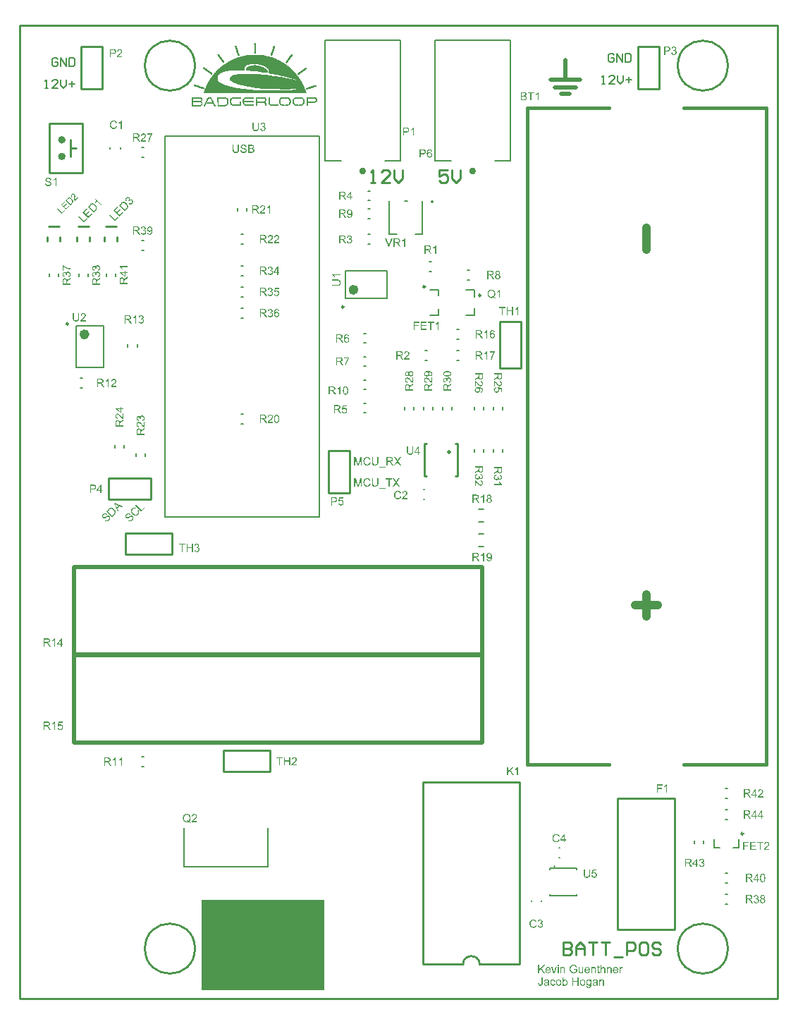
<source format=gto>
G04*
G04 #@! TF.GenerationSoftware,Altium Limited,Altium Designer,22.1.2 (22)*
G04*
G04 Layer_Color=65535*
%FSLAX25Y25*%
%MOIN*%
G70*
G04*
G04 #@! TF.SameCoordinates,1FBEEAC3-0BD1-4FD0-85FF-EBB5E8CC558E*
G04*
G04*
G04 #@! TF.FilePolarity,Positive*
G04*
G01*
G75*
%ADD10C,0.00984*%
%ADD11C,0.01575*%
%ADD12C,0.01000*%
%ADD13C,0.00600*%
%ADD14C,0.01968*%
%ADD15C,0.02362*%
%ADD16C,0.00500*%
%ADD17C,0.00787*%
%ADD18C,0.02000*%
%ADD19C,0.01500*%
%ADD20C,0.03937*%
%ADD21C,0.00800*%
%ADD22R,0.58370X0.43063*%
G36*
X111368Y451599D02*
X111494D01*
Y446819D01*
X111368D01*
Y446693D01*
X110739D01*
Y447071D01*
X110614D01*
Y447322D01*
X110739D01*
Y449838D01*
Y449964D01*
Y451096D01*
X110614D01*
Y451347D01*
X110739D01*
Y451725D01*
X111368D01*
Y451599D01*
D02*
G37*
G36*
X120425Y450341D02*
X120551D01*
Y450215D01*
X120677D01*
Y449712D01*
X120551D01*
Y449461D01*
X120425D01*
Y449083D01*
X120299D01*
Y448706D01*
X120173D01*
Y448329D01*
X120047D01*
Y447951D01*
X119922D01*
Y447448D01*
X119796D01*
Y447071D01*
X119670D01*
Y446693D01*
X119544D01*
Y446316D01*
X119419D01*
Y445939D01*
X119293D01*
Y445687D01*
X119167D01*
Y445561D01*
X118538D01*
Y446442D01*
X118664D01*
Y446819D01*
X118790D01*
Y447197D01*
X118915D01*
Y447574D01*
X119041D01*
Y447951D01*
X119167D01*
Y448329D01*
X119293D01*
Y448706D01*
X119419D01*
Y449083D01*
X119544D01*
Y449461D01*
X119670D01*
Y449838D01*
X119796D01*
Y450215D01*
X119922D01*
Y450341D01*
X120047D01*
Y450467D01*
X120425D01*
Y450341D01*
D02*
G37*
G36*
X102312Y450215D02*
X102437D01*
Y449838D01*
X102563D01*
Y449461D01*
X102689D01*
Y449083D01*
X102815D01*
Y448706D01*
X102941D01*
Y448329D01*
X103066D01*
Y447951D01*
X103192D01*
Y447574D01*
X103318D01*
Y447071D01*
X103444D01*
Y446693D01*
X103570D01*
Y446442D01*
X103695D01*
Y445687D01*
X103444D01*
Y445561D01*
X103066D01*
Y445687D01*
X102941D01*
Y445813D01*
X102815D01*
Y446316D01*
X102689D01*
Y446693D01*
X102563D01*
Y447071D01*
X102437D01*
Y447448D01*
X102312D01*
Y447825D01*
X102186D01*
Y448203D01*
X102060D01*
Y448580D01*
X101934D01*
Y448958D01*
X101809D01*
Y449335D01*
X101683D01*
Y449712D01*
X101557D01*
Y449964D01*
Y450090D01*
Y450341D01*
X101683D01*
Y450467D01*
X102312D01*
Y450215D01*
D02*
G37*
G36*
X94010Y446316D02*
X94136D01*
Y446065D01*
X94261D01*
Y445939D01*
X94387D01*
Y445687D01*
X94513D01*
Y445561D01*
X94639D01*
Y445435D01*
X94765D01*
Y445184D01*
X94890D01*
Y445058D01*
X95016D01*
Y444807D01*
X95142D01*
Y444681D01*
X95268D01*
Y444555D01*
X95393D01*
Y444304D01*
X95519D01*
Y444178D01*
X95645D01*
Y444052D01*
X95771D01*
Y443800D01*
X95897D01*
Y443675D01*
X96022D01*
Y443423D01*
X96148D01*
Y443297D01*
X96274D01*
Y443171D01*
X96400D01*
Y442920D01*
X96526D01*
Y442794D01*
X96651D01*
Y442417D01*
X96526D01*
Y442291D01*
X96400D01*
Y442165D01*
X96022D01*
Y442291D01*
X95771D01*
Y442543D01*
X95645D01*
Y442668D01*
X95519D01*
Y442920D01*
X95393D01*
Y443046D01*
X95268D01*
Y443171D01*
X95142D01*
Y443423D01*
X95016D01*
Y443549D01*
X94890D01*
Y443800D01*
X94765D01*
Y443926D01*
X94639D01*
Y444052D01*
X94513D01*
Y444304D01*
X94387D01*
Y444429D01*
X94261D01*
Y444555D01*
X94136D01*
Y444807D01*
X94010D01*
Y444932D01*
X93884D01*
Y445184D01*
X93758D01*
Y445310D01*
X93632D01*
Y445435D01*
X93507D01*
Y445687D01*
X93381D01*
Y445813D01*
X93255D01*
Y446316D01*
X93381D01*
Y446442D01*
X94010D01*
Y446316D01*
D02*
G37*
G36*
X128853Y445561D02*
X128727D01*
Y445435D01*
X128601D01*
Y445310D01*
X128475D01*
Y445058D01*
X128349D01*
Y444932D01*
X128224D01*
Y444807D01*
X128098D01*
Y444555D01*
X127972D01*
Y444429D01*
X127846D01*
Y444178D01*
X127720D01*
Y444052D01*
X127595D01*
Y443926D01*
X127469D01*
Y443675D01*
X127343D01*
Y443549D01*
X127217D01*
Y443423D01*
X127092D01*
Y443171D01*
X126966D01*
Y443046D01*
X126840D01*
Y442794D01*
X126714D01*
Y442668D01*
X126588D01*
Y442543D01*
X126463D01*
Y442291D01*
X126337D01*
Y442165D01*
X126211D01*
Y442039D01*
X125708D01*
Y442165D01*
X125582D01*
Y442794D01*
X125708D01*
Y442920D01*
X125834D01*
Y443046D01*
X125960D01*
Y443297D01*
X126085D01*
Y443423D01*
X126211D01*
Y443549D01*
Y443675D01*
X126337D01*
Y443800D01*
X126463D01*
Y443926D01*
X126588D01*
Y444178D01*
X126714D01*
Y444304D01*
X126840D01*
Y444429D01*
X126966D01*
Y444681D01*
X127092D01*
Y444807D01*
X127217D01*
Y445058D01*
X127343D01*
Y445184D01*
X127469D01*
Y445310D01*
X127595D01*
Y445561D01*
X127720D01*
Y445687D01*
X127846D01*
Y445813D01*
X127972D01*
Y446065D01*
X128098D01*
Y446190D01*
X128224D01*
Y446316D01*
X128853D01*
Y445561D01*
D02*
G37*
G36*
X87092Y440027D02*
X87343D01*
Y439901D01*
X87469D01*
Y439775D01*
X87721D01*
Y439649D01*
X87846D01*
Y439524D01*
X88098D01*
Y439398D01*
X88224D01*
Y439272D01*
X88349D01*
Y439146D01*
X88601D01*
Y439020D01*
X88727D01*
Y438895D01*
X88978D01*
Y438769D01*
X89104D01*
Y438643D01*
X89230D01*
Y438517D01*
X89482D01*
Y438391D01*
X89607D01*
Y438266D01*
X89733D01*
Y438140D01*
X89985D01*
Y438014D01*
X90110D01*
Y437888D01*
X90362D01*
Y437763D01*
X90488D01*
Y437637D01*
X90739D01*
Y437511D01*
X90865D01*
Y436882D01*
X90739D01*
Y436756D01*
X90236D01*
Y436882D01*
X89985D01*
Y437008D01*
X89859D01*
Y437134D01*
X89733D01*
Y437259D01*
X89482D01*
Y437385D01*
X89356D01*
Y437511D01*
X89230D01*
Y437637D01*
X88978D01*
Y437763D01*
X88853D01*
Y437888D01*
X88727D01*
Y438014D01*
X88475D01*
Y438140D01*
X88349D01*
Y438266D01*
X88098D01*
Y438391D01*
X87972D01*
Y438517D01*
X87846D01*
Y438643D01*
X87595D01*
Y438769D01*
X87469D01*
Y438895D01*
X87343D01*
Y439020D01*
X87092D01*
Y439146D01*
X86966D01*
Y439272D01*
X86714D01*
Y439398D01*
X86588D01*
Y439901D01*
X86714D01*
Y440027D01*
X86840D01*
Y440153D01*
X87092D01*
Y440027D01*
D02*
G37*
G36*
X135394Y439775D02*
X135519D01*
Y439272D01*
X135394D01*
Y439146D01*
X135268D01*
Y439020D01*
X135016D01*
Y438895D01*
X134890D01*
Y438769D01*
X134765D01*
Y438643D01*
X134513D01*
Y438517D01*
X134387D01*
Y438391D01*
X134261D01*
Y438266D01*
X134010D01*
Y438140D01*
X133884D01*
Y438014D01*
X133632D01*
Y437888D01*
X133507D01*
Y437763D01*
X133381D01*
Y437637D01*
X133129D01*
Y437511D01*
X133003D01*
Y437385D01*
X132878D01*
Y437259D01*
X132626D01*
Y437134D01*
X132500D01*
Y437008D01*
X132249D01*
Y436882D01*
X132123D01*
Y436756D01*
X131997D01*
Y436630D01*
X131746D01*
Y436505D01*
X131494D01*
Y436630D01*
X131243D01*
Y437259D01*
X131368D01*
Y437385D01*
X131494D01*
Y437511D01*
X131746D01*
Y437637D01*
X131871D01*
Y437763D01*
X131997D01*
Y437888D01*
X132249D01*
Y438014D01*
X132375D01*
Y438140D01*
X132626D01*
Y438266D01*
X132752D01*
Y438391D01*
X132878D01*
Y438517D01*
X133129D01*
Y438643D01*
X133255D01*
Y438769D01*
X133381D01*
Y438895D01*
X133632D01*
Y439020D01*
X133758D01*
Y439146D01*
X134010D01*
Y439272D01*
X134136D01*
Y439398D01*
X134261D01*
Y439524D01*
X134513D01*
Y439649D01*
X134639D01*
Y439775D01*
X134765D01*
Y439901D01*
X135394D01*
Y439775D01*
D02*
G37*
G36*
X82941Y431851D02*
X83318D01*
Y431725D01*
X83695D01*
Y431599D01*
X84073D01*
Y431473D01*
X84450D01*
Y431348D01*
X84827D01*
Y431222D01*
X85205D01*
Y431096D01*
X85708D01*
Y430970D01*
X86085D01*
Y430844D01*
X86463D01*
Y430719D01*
X86840D01*
Y430593D01*
X87092D01*
Y430341D01*
X87217D01*
Y430090D01*
X87092D01*
Y429838D01*
X86337D01*
Y429964D01*
X85960D01*
Y430090D01*
X85582D01*
Y430215D01*
X85205D01*
Y430341D01*
X84827D01*
Y430467D01*
X84450D01*
Y430593D01*
X84073D01*
Y430719D01*
X83695D01*
Y430844D01*
X83318D01*
Y430970D01*
X82815D01*
Y431096D01*
X82437D01*
Y431222D01*
X82312D01*
Y431473D01*
X82186D01*
Y431599D01*
X82312D01*
Y431851D01*
X82437D01*
Y431976D01*
X82941D01*
Y431851D01*
D02*
G37*
G36*
X139922Y431473D02*
X140048D01*
Y431096D01*
X139922D01*
Y430970D01*
X139796D01*
Y430844D01*
X139293D01*
Y430719D01*
X138916D01*
Y430593D01*
X138538D01*
Y430467D01*
X138161D01*
Y430341D01*
X137783D01*
Y430215D01*
X137406D01*
Y430090D01*
X136903D01*
Y429964D01*
X136525D01*
Y429838D01*
X136148D01*
Y429712D01*
X135771D01*
Y429587D01*
X135268D01*
Y429712D01*
X135142D01*
Y430341D01*
X135268D01*
Y430467D01*
X135771D01*
Y430593D01*
X136148D01*
Y430719D01*
X136525D01*
Y430844D01*
X136903D01*
Y430970D01*
X137280D01*
Y431096D01*
X137658D01*
Y431222D01*
X138035D01*
Y431348D01*
X138412D01*
Y431473D01*
X138790D01*
Y431599D01*
X139167D01*
Y431725D01*
X139922D01*
Y431473D01*
D02*
G37*
G36*
X113507Y445939D02*
X114639D01*
Y445813D01*
X115393D01*
Y445687D01*
X116148D01*
Y445561D01*
X116651D01*
Y445435D01*
X117280D01*
Y445310D01*
X117783D01*
Y445184D01*
X118161D01*
Y445058D01*
X118538D01*
Y444932D01*
X119041D01*
Y444807D01*
X119419D01*
Y444681D01*
X119670D01*
Y444555D01*
X120047D01*
Y444429D01*
X120425D01*
Y444304D01*
X120677D01*
Y444178D01*
X121054D01*
Y444052D01*
X121305D01*
Y443926D01*
X121557D01*
Y443800D01*
X121809D01*
Y443675D01*
X122060D01*
Y443549D01*
X122438D01*
Y443423D01*
X122689D01*
Y443297D01*
X122815D01*
Y443171D01*
X123066D01*
Y443046D01*
X123318D01*
Y442920D01*
X123570D01*
Y442794D01*
X123821D01*
Y442668D01*
X123947D01*
Y442543D01*
X124198D01*
Y442417D01*
X124450D01*
Y442291D01*
X124576D01*
Y442165D01*
X124827D01*
Y442039D01*
X124953D01*
Y441914D01*
X125205D01*
Y441788D01*
X125331D01*
Y441662D01*
X125582D01*
Y441536D01*
X125708D01*
Y441410D01*
X125960D01*
Y441285D01*
X126085D01*
Y441159D01*
X126211D01*
Y441033D01*
X126463D01*
Y440907D01*
X126588D01*
Y440781D01*
X126714D01*
Y440656D01*
X126966D01*
Y440530D01*
X127092D01*
Y440404D01*
X127217D01*
Y440278D01*
X127343D01*
Y440153D01*
X127469D01*
Y440027D01*
X127720D01*
Y439901D01*
X127846D01*
Y439775D01*
X127972D01*
Y439649D01*
X128098D01*
Y439524D01*
X128224D01*
Y439398D01*
X128349D01*
Y439272D01*
X128475D01*
Y439146D01*
X128601D01*
Y439020D01*
X128727D01*
Y438895D01*
X128853D01*
Y438769D01*
X128978D01*
Y438643D01*
X129104D01*
Y438517D01*
X129230D01*
Y438391D01*
X129356D01*
Y438266D01*
X129481D01*
Y438140D01*
X129607D01*
Y438014D01*
X129733D01*
Y437888D01*
X129859D01*
Y437763D01*
X129985D01*
Y437637D01*
X130110D01*
Y437511D01*
X130236D01*
Y437385D01*
X130362D01*
Y437134D01*
X130488D01*
Y437008D01*
X130614D01*
Y436882D01*
X130739D01*
Y436756D01*
X130865D01*
Y436630D01*
X130991D01*
Y436379D01*
X131117D01*
Y436253D01*
X131243D01*
Y436127D01*
X131368D01*
Y435876D01*
X131494D01*
Y435750D01*
X131620D01*
Y435624D01*
X131746D01*
Y435373D01*
X131871D01*
Y435247D01*
X131997D01*
Y434995D01*
X132123D01*
Y434869D01*
X132249D01*
Y434618D01*
X132375D01*
Y434492D01*
X132500D01*
Y434241D01*
X132626D01*
Y434115D01*
X132752D01*
Y433863D01*
X132878D01*
Y433612D01*
X133003D01*
Y433486D01*
X133129D01*
Y433234D01*
X133255D01*
Y432983D01*
X133381D01*
Y432731D01*
X133507D01*
Y432480D01*
X133632D01*
Y432228D01*
X133758D01*
Y431976D01*
X133884D01*
Y431725D01*
X134010D01*
Y431473D01*
X134136D01*
Y431222D01*
X134261D01*
Y430970D01*
X134387D01*
Y430593D01*
X134513D01*
Y430341D01*
X134639D01*
Y430090D01*
X134765D01*
Y429712D01*
X134890D01*
Y429335D01*
X135016D01*
Y428958D01*
X135142D01*
Y428580D01*
X135268D01*
Y428203D01*
X135394D01*
Y427825D01*
X86714D01*
Y427951D01*
X86840D01*
Y428329D01*
X86966D01*
Y428706D01*
X87092D01*
Y429083D01*
X87217D01*
Y429461D01*
X87343D01*
Y429838D01*
X87469D01*
Y430090D01*
X87595D01*
Y430467D01*
X87721D01*
Y430719D01*
X87846D01*
Y430970D01*
X87972D01*
Y431348D01*
X88098D01*
Y431599D01*
X88224D01*
Y431851D01*
X88349D01*
Y432102D01*
X88475D01*
Y432354D01*
X88601D01*
Y432605D01*
X88727D01*
Y432857D01*
X88853D01*
Y432983D01*
X88978D01*
Y433234D01*
X89104D01*
Y433486D01*
X89230D01*
Y433737D01*
X89356D01*
Y433863D01*
X89482D01*
Y434115D01*
X89607D01*
Y434366D01*
X89733D01*
Y434492D01*
X89859D01*
Y434744D01*
X89985D01*
Y434869D01*
X90110D01*
Y435121D01*
X90236D01*
Y435247D01*
X90362D01*
Y435498D01*
X90488D01*
Y435624D01*
X90614D01*
Y435750D01*
X90739D01*
Y436002D01*
X90865D01*
Y436127D01*
X90991D01*
Y436253D01*
X91117D01*
Y436505D01*
X91242D01*
Y436630D01*
X91368D01*
Y436756D01*
X91494D01*
Y436882D01*
X91620D01*
Y437134D01*
X91746D01*
Y437259D01*
X91871D01*
Y437385D01*
X91997D01*
Y437511D01*
X92123D01*
Y437637D01*
X92249D01*
Y437763D01*
X92375D01*
Y437888D01*
X92500D01*
Y438140D01*
X92626D01*
Y438266D01*
X92752D01*
Y438391D01*
X92878D01*
Y438517D01*
X93003D01*
Y438643D01*
X93129D01*
Y438769D01*
X93255D01*
Y438895D01*
X93381D01*
Y439020D01*
X93507D01*
Y439146D01*
X93632D01*
Y439272D01*
X93884D01*
Y439398D01*
X94010D01*
Y439524D01*
X94136D01*
Y439649D01*
X94261D01*
Y439775D01*
X94387D01*
Y439901D01*
X94513D01*
Y440027D01*
X94639D01*
Y440153D01*
X94765D01*
Y440278D01*
X95016D01*
Y440404D01*
X95142D01*
Y440530D01*
X95268D01*
Y440656D01*
X95393D01*
Y440781D01*
X95645D01*
Y440907D01*
X95771D01*
Y441033D01*
X95897D01*
Y441159D01*
X96148D01*
Y441285D01*
X96274D01*
Y441410D01*
X96526D01*
Y441536D01*
X96651D01*
Y441662D01*
X96777D01*
Y441788D01*
X97029D01*
Y441914D01*
X97154D01*
Y442039D01*
X97406D01*
Y442165D01*
X97532D01*
Y442291D01*
X97783D01*
Y442417D01*
X98035D01*
Y442543D01*
X98161D01*
Y442668D01*
X98412D01*
Y442794D01*
X98664D01*
Y442920D01*
X98915D01*
Y443046D01*
X99041D01*
Y443171D01*
X99293D01*
Y443297D01*
X99544D01*
Y443423D01*
X99796D01*
Y443549D01*
X100048D01*
Y443675D01*
X100299D01*
Y443800D01*
X100677D01*
Y443926D01*
X100928D01*
Y444052D01*
X101180D01*
Y444178D01*
X101431D01*
Y444304D01*
X101809D01*
Y444429D01*
X102186D01*
Y444555D01*
X102437D01*
Y444681D01*
X102815D01*
Y444807D01*
X103192D01*
Y444932D01*
X103570D01*
Y445058D01*
X104073D01*
Y445184D01*
X104450D01*
Y445310D01*
X104953D01*
Y445435D01*
X105456D01*
Y445561D01*
X106085D01*
Y445687D01*
X106714D01*
Y445813D01*
X107595D01*
Y445939D01*
X108601D01*
Y446065D01*
X113507D01*
Y445939D01*
D02*
G37*
G36*
X139293Y425939D02*
X139796D01*
Y425813D01*
X140048D01*
Y425687D01*
X140173D01*
Y425561D01*
X140299D01*
Y425310D01*
X140425D01*
Y425058D01*
X140551D01*
Y424429D01*
X140425D01*
Y424052D01*
X140299D01*
Y423800D01*
X140173D01*
Y423674D01*
X139922D01*
Y423549D01*
X139670D01*
Y423423D01*
X137029D01*
Y423297D01*
X136148D01*
Y421913D01*
X135519D01*
Y423423D01*
Y423549D01*
Y423674D01*
X135394D01*
Y426064D01*
X139293D01*
Y425939D01*
D02*
G37*
G36*
X132752D02*
X133381D01*
Y425813D01*
X133632D01*
Y425687D01*
X133884D01*
Y425561D01*
X134010D01*
Y425435D01*
X134136D01*
Y425310D01*
X134261D01*
Y425058D01*
X134387D01*
Y424681D01*
X134513D01*
Y423297D01*
X134387D01*
Y422920D01*
X134261D01*
Y422668D01*
X134136D01*
Y422542D01*
X134010D01*
Y422417D01*
X133884D01*
Y422291D01*
X133632D01*
Y422165D01*
X133381D01*
Y422039D01*
X133003D01*
Y421913D01*
X130362D01*
Y422039D01*
X129985D01*
Y422165D01*
X129733D01*
Y422291D01*
X129481D01*
Y422417D01*
X129356D01*
Y422542D01*
X129230D01*
Y422668D01*
X129104D01*
Y422920D01*
X128978D01*
Y423171D01*
X128853D01*
Y424807D01*
X128978D01*
Y425058D01*
X129104D01*
Y425310D01*
X129230D01*
Y425435D01*
X129356D01*
Y425561D01*
X129481D01*
Y425687D01*
X129733D01*
Y425813D01*
X129985D01*
Y425939D01*
X130614D01*
Y426064D01*
X132752D01*
Y425939D01*
D02*
G37*
G36*
X126337D02*
X126966D01*
Y425813D01*
X127217D01*
Y425687D01*
X127469D01*
Y425561D01*
X127595D01*
Y425435D01*
X127720D01*
Y425310D01*
X127846D01*
Y425058D01*
X127972D01*
Y424681D01*
X128098D01*
Y423297D01*
X127972D01*
Y422920D01*
X127846D01*
Y422668D01*
X127720D01*
Y422542D01*
X127595D01*
Y422417D01*
X127469D01*
Y422291D01*
X127217D01*
Y422165D01*
X126966D01*
Y422039D01*
X126588D01*
Y421913D01*
X123947D01*
Y422039D01*
X123570D01*
Y422165D01*
X123318D01*
Y422291D01*
X123066D01*
Y422417D01*
X122941D01*
Y422542D01*
X122815D01*
Y422668D01*
X122689D01*
Y422920D01*
X122563D01*
Y423171D01*
X122438D01*
Y424807D01*
X122563D01*
Y425058D01*
X122689D01*
Y425310D01*
X122815D01*
Y425435D01*
X122941D01*
Y425561D01*
X123066D01*
Y425687D01*
X123318D01*
Y425813D01*
X123570D01*
Y425939D01*
X124198D01*
Y426064D01*
X126337D01*
Y425939D01*
D02*
G37*
G36*
X118035Y423297D02*
X118161D01*
Y422920D01*
X118287D01*
Y422794D01*
X118412D01*
Y422668D01*
X118790D01*
Y422542D01*
X122060D01*
Y421913D01*
X118664D01*
Y422039D01*
X118287D01*
Y422165D01*
X118035D01*
Y422291D01*
X117783D01*
Y422542D01*
X117658D01*
Y422668D01*
X117532D01*
Y423046D01*
X117406D01*
Y426064D01*
X118035D01*
Y423297D01*
D02*
G37*
G36*
X115393Y425939D02*
X115771D01*
Y425813D01*
X116022D01*
Y425687D01*
X116148D01*
Y425561D01*
X116274D01*
Y425435D01*
X116400D01*
Y425184D01*
X116525D01*
Y424429D01*
X116400D01*
Y424178D01*
X116274D01*
Y423926D01*
X116022D01*
Y423800D01*
X115771D01*
Y423549D01*
X116022D01*
Y423423D01*
X116148D01*
Y423297D01*
X116274D01*
Y423171D01*
X116400D01*
Y421913D01*
X115771D01*
Y422920D01*
X115645D01*
Y423171D01*
X115519D01*
Y423297D01*
X115142D01*
Y423423D01*
X112123D01*
Y421913D01*
X111494D01*
Y423674D01*
X111368D01*
Y426064D01*
X115393D01*
Y425939D01*
D02*
G37*
G36*
X110488Y425435D02*
X106840D01*
Y425310D01*
X106463D01*
Y425184D01*
X106337D01*
Y425058D01*
X106211D01*
Y424932D01*
X106085D01*
Y424555D01*
X105959D01*
Y424303D01*
X110362D01*
Y423674D01*
X105959D01*
Y423423D01*
X106085D01*
Y423046D01*
X106211D01*
Y422920D01*
X106337D01*
Y422794D01*
X106463D01*
Y422668D01*
X106714D01*
Y422542D01*
X110488D01*
Y421913D01*
X106714D01*
Y422039D01*
X106211D01*
Y422165D01*
X105959D01*
Y422291D01*
X105834D01*
Y422417D01*
X105708D01*
Y422542D01*
X105582D01*
Y422794D01*
X105456D01*
Y423171D01*
X105331D01*
Y424807D01*
X105456D01*
Y425184D01*
X105582D01*
Y425435D01*
X105708D01*
Y425561D01*
X105834D01*
Y425687D01*
X106085D01*
Y425813D01*
X106337D01*
Y425939D01*
X106840D01*
Y426064D01*
X110488D01*
Y425435D01*
D02*
G37*
G36*
X104450D02*
X100802D01*
Y425310D01*
X100425D01*
Y425184D01*
X100299D01*
Y425058D01*
X100173D01*
Y424932D01*
X100048D01*
Y424555D01*
X99922D01*
Y423423D01*
X100048D01*
Y423046D01*
X100173D01*
Y422920D01*
X100299D01*
Y422794D01*
X100425D01*
Y422668D01*
X100802D01*
Y422542D01*
X103821D01*
Y424052D01*
X104450D01*
Y421913D01*
X100677D01*
Y422039D01*
X100173D01*
Y422165D01*
X99922D01*
Y422291D01*
X99796D01*
Y422417D01*
X99670D01*
Y422542D01*
X99544D01*
Y422794D01*
X99419D01*
Y423171D01*
X99293D01*
Y424807D01*
X99419D01*
Y425184D01*
X99544D01*
Y425435D01*
X99670D01*
Y425561D01*
X99796D01*
Y425687D01*
X100048D01*
Y425813D01*
X100299D01*
Y425939D01*
X100802D01*
Y426064D01*
X104450D01*
Y425435D01*
D02*
G37*
G36*
X97154Y425813D02*
X97658D01*
Y425687D01*
X97909D01*
Y425561D01*
X98035D01*
Y425435D01*
X98161D01*
Y425310D01*
X98286D01*
Y425184D01*
X98412D01*
Y424932D01*
X98538D01*
Y424178D01*
X98664D01*
Y423549D01*
X98538D01*
Y422794D01*
X98412D01*
Y422542D01*
X98286D01*
Y422417D01*
X98161D01*
Y422291D01*
X98035D01*
Y422165D01*
X97909D01*
Y422039D01*
X97658D01*
Y421913D01*
X97280D01*
Y421788D01*
X93381D01*
Y423549D01*
X93255D01*
Y425939D01*
X97154D01*
Y425813D01*
D02*
G37*
G36*
X90110D02*
X90362D01*
Y425687D01*
X90488D01*
Y425561D01*
X90614D01*
Y425435D01*
X90739D01*
Y425184D01*
X90865D01*
Y424932D01*
X90991D01*
Y424681D01*
X91117D01*
Y424429D01*
X91242D01*
Y424178D01*
X91368D01*
Y423926D01*
X91494D01*
Y423674D01*
X91620D01*
Y423423D01*
X91746D01*
Y423171D01*
X91871D01*
Y422920D01*
X91997D01*
Y422668D01*
X92123D01*
Y422417D01*
X92249D01*
Y422165D01*
X92375D01*
Y421913D01*
X92500D01*
Y421788D01*
X91746D01*
Y422039D01*
X91620D01*
Y422291D01*
X91494D01*
Y422542D01*
X91368D01*
Y422794D01*
X91242D01*
Y422920D01*
X87972D01*
Y422668D01*
X87846D01*
Y422417D01*
X87721D01*
Y422165D01*
X87595D01*
Y421913D01*
X87469D01*
Y421788D01*
X86840D01*
Y422039D01*
X86966D01*
Y422291D01*
X87092D01*
Y422542D01*
X87217D01*
Y422794D01*
X87343D01*
Y423046D01*
X87469D01*
Y423297D01*
X87595D01*
Y423549D01*
X87721D01*
Y423800D01*
X87846D01*
Y424052D01*
X87972D01*
Y424303D01*
X88098D01*
Y424555D01*
X88224D01*
Y424932D01*
X88349D01*
Y425184D01*
X88475D01*
Y425310D01*
X88601D01*
Y425561D01*
X88727D01*
Y425687D01*
X88853D01*
Y425813D01*
X89104D01*
Y425939D01*
X90110D01*
Y425813D01*
D02*
G37*
G36*
X85205D02*
X85708D01*
Y425687D01*
X85960D01*
Y425561D01*
X86085D01*
Y425310D01*
X86211D01*
Y424303D01*
X86085D01*
Y424178D01*
X85960D01*
Y424052D01*
X85708D01*
Y423800D01*
X85960D01*
Y423674D01*
X86085D01*
Y423549D01*
X86211D01*
Y423423D01*
X86337D01*
Y422417D01*
X86211D01*
Y422165D01*
X85960D01*
Y422039D01*
X85834D01*
Y421913D01*
X85456D01*
Y421788D01*
X81305D01*
Y423549D01*
X81180D01*
Y425939D01*
X85205D01*
Y425813D01*
D02*
G37*
G36*
X105800Y403650D02*
X105839D01*
X105945Y403639D01*
X106061Y403622D01*
X106183Y403594D01*
X106316Y403561D01*
X106439Y403516D01*
X106444D01*
X106455Y403511D01*
X106472Y403500D01*
X106494Y403489D01*
X106550Y403461D01*
X106622Y403411D01*
X106705Y403356D01*
X106788Y403283D01*
X106866Y403200D01*
X106938Y403106D01*
Y403100D01*
X106944Y403095D01*
X106955Y403078D01*
X106966Y403061D01*
X106993Y403006D01*
X107027Y402934D01*
X107066Y402845D01*
X107093Y402739D01*
X107121Y402629D01*
X107132Y402506D01*
X106644Y402467D01*
Y402473D01*
Y402484D01*
X106638Y402501D01*
X106633Y402529D01*
X106616Y402590D01*
X106594Y402673D01*
X106561Y402762D01*
X106511Y402850D01*
X106450Y402934D01*
X106372Y403011D01*
X106361Y403017D01*
X106333Y403039D01*
X106278Y403073D01*
X106205Y403106D01*
X106111Y403139D01*
X106000Y403172D01*
X105861Y403195D01*
X105706Y403200D01*
X105628D01*
X105595Y403195D01*
X105551Y403189D01*
X105451Y403178D01*
X105340Y403156D01*
X105229Y403128D01*
X105123Y403084D01*
X105079Y403056D01*
X105034Y403028D01*
X105023Y403022D01*
X105001Y403000D01*
X104968Y402961D01*
X104934Y402917D01*
X104896Y402856D01*
X104862Y402789D01*
X104840Y402712D01*
X104829Y402623D01*
Y402612D01*
Y402590D01*
X104834Y402551D01*
X104846Y402506D01*
X104862Y402451D01*
X104890Y402395D01*
X104923Y402340D01*
X104973Y402284D01*
X104979Y402279D01*
X105007Y402262D01*
X105029Y402246D01*
X105051Y402234D01*
X105084Y402218D01*
X105123Y402196D01*
X105173Y402179D01*
X105229Y402157D01*
X105290Y402135D01*
X105362Y402107D01*
X105439Y402085D01*
X105528Y402057D01*
X105628Y402035D01*
X105739Y402007D01*
X105745D01*
X105767Y402001D01*
X105800Y401996D01*
X105839Y401985D01*
X105889Y401974D01*
X105950Y401957D01*
X106011Y401940D01*
X106078Y401924D01*
X106222Y401885D01*
X106361Y401846D01*
X106427Y401824D01*
X106488Y401801D01*
X106544Y401785D01*
X106588Y401763D01*
X106594D01*
X106605Y401757D01*
X106622Y401746D01*
X106644Y401735D01*
X106705Y401702D01*
X106777Y401657D01*
X106860Y401596D01*
X106944Y401530D01*
X107021Y401452D01*
X107088Y401369D01*
X107093Y401358D01*
X107116Y401330D01*
X107138Y401280D01*
X107171Y401213D01*
X107199Y401135D01*
X107227Y401041D01*
X107243Y400936D01*
X107249Y400825D01*
Y400819D01*
Y400814D01*
Y400797D01*
Y400775D01*
X107238Y400714D01*
X107227Y400636D01*
X107204Y400547D01*
X107177Y400453D01*
X107132Y400353D01*
X107071Y400247D01*
Y400242D01*
X107066Y400236D01*
X107038Y400203D01*
X106999Y400153D01*
X106944Y400098D01*
X106871Y400031D01*
X106783Y399959D01*
X106683Y399892D01*
X106566Y399831D01*
X106561D01*
X106550Y399826D01*
X106533Y399820D01*
X106511Y399809D01*
X106477Y399798D01*
X106439Y399781D01*
X106350Y399759D01*
X106244Y399731D01*
X106117Y399704D01*
X105978Y399687D01*
X105828Y399681D01*
X105739D01*
X105695Y399687D01*
X105645D01*
X105589Y399693D01*
X105523Y399698D01*
X105384Y399720D01*
X105240Y399743D01*
X105095Y399781D01*
X104957Y399831D01*
X104951D01*
X104940Y399837D01*
X104923Y399848D01*
X104901Y399859D01*
X104834Y399892D01*
X104757Y399942D01*
X104668Y400009D01*
X104574Y400087D01*
X104485Y400181D01*
X104402Y400286D01*
Y400292D01*
X104391Y400303D01*
X104385Y400320D01*
X104368Y400342D01*
X104357Y400370D01*
X104341Y400403D01*
X104302Y400486D01*
X104263Y400592D01*
X104230Y400708D01*
X104207Y400841D01*
X104196Y400980D01*
X104674Y401024D01*
Y401019D01*
Y401013D01*
X104679Y400997D01*
Y400975D01*
X104690Y400925D01*
X104707Y400852D01*
X104729Y400780D01*
X104751Y400697D01*
X104790Y400619D01*
X104829Y400547D01*
X104834Y400542D01*
X104851Y400520D01*
X104879Y400481D01*
X104923Y400442D01*
X104979Y400392D01*
X105040Y400342D01*
X105123Y400292D01*
X105212Y400247D01*
X105218D01*
X105223Y400242D01*
X105240Y400236D01*
X105256Y400231D01*
X105312Y400214D01*
X105384Y400192D01*
X105473Y400170D01*
X105573Y400153D01*
X105684Y400142D01*
X105806Y400137D01*
X105856D01*
X105911Y400142D01*
X105978Y400148D01*
X106055Y400159D01*
X106144Y400170D01*
X106233Y400192D01*
X106316Y400220D01*
X106327Y400225D01*
X106355Y400236D01*
X106394Y400259D01*
X106444Y400281D01*
X106494Y400320D01*
X106550Y400358D01*
X106605Y400403D01*
X106649Y400458D01*
X106655Y400464D01*
X106666Y400486D01*
X106683Y400514D01*
X106705Y400558D01*
X106727Y400603D01*
X106744Y400658D01*
X106755Y400719D01*
X106760Y400786D01*
Y400791D01*
Y400819D01*
X106755Y400852D01*
X106749Y400897D01*
X106733Y400941D01*
X106716Y400997D01*
X106688Y401052D01*
X106649Y401102D01*
X106644Y401108D01*
X106627Y401124D01*
X106605Y401147D01*
X106566Y401180D01*
X106522Y401213D01*
X106461Y401252D01*
X106389Y401291D01*
X106305Y401324D01*
X106300Y401330D01*
X106272Y401335D01*
X106228Y401352D01*
X106200Y401358D01*
X106161Y401369D01*
X106122Y401385D01*
X106072Y401396D01*
X106017Y401413D01*
X105950Y401430D01*
X105884Y401446D01*
X105806Y401469D01*
X105717Y401491D01*
X105623Y401513D01*
X105617D01*
X105601Y401518D01*
X105573Y401524D01*
X105539Y401535D01*
X105495Y401546D01*
X105445Y401557D01*
X105334Y401591D01*
X105212Y401629D01*
X105084Y401668D01*
X104973Y401707D01*
X104923Y401729D01*
X104879Y401752D01*
X104873D01*
X104868Y401757D01*
X104834Y401779D01*
X104785Y401807D01*
X104729Y401852D01*
X104663Y401901D01*
X104596Y401963D01*
X104529Y402035D01*
X104474Y402112D01*
X104468Y402123D01*
X104452Y402151D01*
X104429Y402196D01*
X104407Y402251D01*
X104385Y402323D01*
X104363Y402407D01*
X104346Y402495D01*
X104341Y402590D01*
Y402595D01*
Y402601D01*
Y402617D01*
Y402640D01*
X104352Y402695D01*
X104363Y402767D01*
X104379Y402850D01*
X104407Y402945D01*
X104446Y403039D01*
X104501Y403133D01*
Y403139D01*
X104507Y403145D01*
X104535Y403178D01*
X104574Y403222D01*
X104624Y403278D01*
X104690Y403339D01*
X104773Y403406D01*
X104873Y403467D01*
X104984Y403522D01*
X104990D01*
X105001Y403528D01*
X105018Y403533D01*
X105040Y403544D01*
X105068Y403555D01*
X105106Y403566D01*
X105190Y403589D01*
X105295Y403611D01*
X105417Y403633D01*
X105545Y403650D01*
X105689Y403655D01*
X105761D01*
X105800Y403650D01*
D02*
G37*
G36*
X103519Y401369D02*
Y401363D01*
Y401341D01*
Y401313D01*
Y401274D01*
X103514Y401224D01*
Y401169D01*
X103508Y401102D01*
X103503Y401036D01*
X103486Y400886D01*
X103464Y400730D01*
X103430Y400581D01*
X103408Y400508D01*
X103386Y400442D01*
Y400436D01*
X103380Y400425D01*
X103369Y400409D01*
X103358Y400386D01*
X103325Y400325D01*
X103275Y400247D01*
X103208Y400159D01*
X103131Y400070D01*
X103031Y399976D01*
X102909Y399892D01*
X102903D01*
X102892Y399881D01*
X102875Y399876D01*
X102848Y399859D01*
X102814Y399842D01*
X102770Y399826D01*
X102726Y399809D01*
X102670Y399787D01*
X102609Y399765D01*
X102542Y399748D01*
X102470Y399731D01*
X102387Y399715D01*
X102304Y399704D01*
X102215Y399693D01*
X102015Y399681D01*
X101965D01*
X101926Y399687D01*
X101882D01*
X101826Y399693D01*
X101765Y399698D01*
X101704Y399704D01*
X101566Y399726D01*
X101416Y399759D01*
X101271Y399803D01*
X101133Y399865D01*
X101127D01*
X101116Y399876D01*
X101099Y399887D01*
X101077Y399898D01*
X101016Y399942D01*
X100944Y400003D01*
X100861Y400081D01*
X100783Y400170D01*
X100705Y400281D01*
X100644Y400403D01*
Y400409D01*
X100639Y400420D01*
X100633Y400442D01*
X100622Y400469D01*
X100611Y400503D01*
X100600Y400547D01*
X100583Y400597D01*
X100572Y400658D01*
X100561Y400725D01*
X100544Y400797D01*
X100533Y400875D01*
X100522Y400958D01*
X100511Y401052D01*
X100506Y401152D01*
X100500Y401258D01*
Y401369D01*
Y403589D01*
X101011D01*
Y401369D01*
Y401363D01*
Y401346D01*
Y401319D01*
Y401285D01*
X101016Y401247D01*
Y401197D01*
X101022Y401091D01*
X101033Y400969D01*
X101049Y400847D01*
X101072Y400730D01*
X101083Y400680D01*
X101099Y400631D01*
X101105Y400619D01*
X101116Y400592D01*
X101144Y400553D01*
X101177Y400497D01*
X101216Y400442D01*
X101271Y400381D01*
X101338Y400320D01*
X101416Y400270D01*
X101427Y400264D01*
X101455Y400247D01*
X101505Y400231D01*
X101571Y400209D01*
X101649Y400181D01*
X101749Y400164D01*
X101854Y400148D01*
X101971Y400142D01*
X102026D01*
X102060Y400148D01*
X102110D01*
X102160Y400153D01*
X102282Y400175D01*
X102415Y400203D01*
X102542Y400247D01*
X102664Y400309D01*
X102720Y400347D01*
X102770Y400392D01*
X102776Y400397D01*
X102781Y400403D01*
X102792Y400420D01*
X102809Y400442D01*
X102825Y400475D01*
X102848Y400508D01*
X102870Y400558D01*
X102892Y400608D01*
X102914Y400669D01*
X102931Y400741D01*
X102953Y400825D01*
X102970Y400913D01*
X102986Y401013D01*
X102998Y401119D01*
X103009Y401241D01*
Y401369D01*
Y403589D01*
X103519D01*
Y401369D01*
D02*
G37*
G36*
X109474Y403583D02*
X109519D01*
X109619Y403572D01*
X109730Y403561D01*
X109846Y403539D01*
X109963Y403511D01*
X110068Y403472D01*
X110074D01*
X110079Y403467D01*
X110113Y403450D01*
X110163Y403422D01*
X110218Y403383D01*
X110285Y403333D01*
X110357Y403272D01*
X110423Y403195D01*
X110484Y403111D01*
X110490Y403100D01*
X110507Y403067D01*
X110534Y403022D01*
X110562Y402956D01*
X110590Y402878D01*
X110618Y402795D01*
X110634Y402701D01*
X110640Y402606D01*
Y402595D01*
Y402567D01*
X110634Y402518D01*
X110623Y402456D01*
X110607Y402384D01*
X110579Y402307D01*
X110546Y402229D01*
X110501Y402146D01*
X110496Y402135D01*
X110479Y402112D01*
X110446Y402068D01*
X110401Y402024D01*
X110346Y401968D01*
X110279Y401907D01*
X110196Y401852D01*
X110101Y401796D01*
X110107D01*
X110118Y401790D01*
X110135Y401785D01*
X110157Y401774D01*
X110224Y401752D01*
X110301Y401713D01*
X110385Y401663D01*
X110479Y401602D01*
X110562Y401530D01*
X110640Y401441D01*
X110645Y401430D01*
X110668Y401396D01*
X110701Y401346D01*
X110734Y401280D01*
X110767Y401191D01*
X110801Y401097D01*
X110823Y400986D01*
X110828Y400864D01*
Y400858D01*
Y400852D01*
Y400819D01*
X110823Y400764D01*
X110812Y400697D01*
X110801Y400619D01*
X110779Y400536D01*
X110751Y400447D01*
X110712Y400358D01*
X110706Y400347D01*
X110690Y400320D01*
X110668Y400281D01*
X110634Y400225D01*
X110590Y400170D01*
X110546Y400109D01*
X110490Y400048D01*
X110429Y399998D01*
X110423Y399992D01*
X110401Y399976D01*
X110362Y399953D01*
X110312Y399931D01*
X110251Y399898D01*
X110179Y399865D01*
X110101Y399837D01*
X110007Y399809D01*
X109996D01*
X109963Y399798D01*
X109907Y399792D01*
X109835Y399781D01*
X109746Y399770D01*
X109641Y399759D01*
X109524Y399754D01*
X109391Y399748D01*
X107926D01*
Y403589D01*
X109435D01*
X109474Y403583D01*
D02*
G37*
G36*
X275248Y8968D02*
X275309Y8963D01*
X275381Y8952D01*
X275458Y8935D01*
X275542Y8913D01*
X275619Y8879D01*
X275630Y8874D01*
X275653Y8863D01*
X275692Y8846D01*
X275736Y8818D01*
X275791Y8785D01*
X275841Y8741D01*
X275891Y8696D01*
X275936Y8641D01*
X275941Y8635D01*
X275952Y8613D01*
X275969Y8585D01*
X275997Y8546D01*
X276019Y8491D01*
X276041Y8435D01*
X276069Y8369D01*
X276086Y8297D01*
Y8291D01*
X276091Y8269D01*
X276097Y8236D01*
X276102Y8191D01*
Y8125D01*
X276108Y8047D01*
X276113Y7953D01*
Y7836D01*
Y6127D01*
X275642D01*
Y7814D01*
Y7819D01*
Y7825D01*
Y7864D01*
Y7914D01*
X275636Y7975D01*
X275630Y8047D01*
X275619Y8119D01*
X275603Y8186D01*
X275586Y8247D01*
Y8252D01*
X275575Y8269D01*
X275558Y8297D01*
X275542Y8330D01*
X275514Y8363D01*
X275481Y8402D01*
X275436Y8441D01*
X275386Y8474D01*
X275381Y8480D01*
X275364Y8491D01*
X275331Y8502D01*
X275292Y8519D01*
X275248Y8535D01*
X275192Y8552D01*
X275125Y8558D01*
X275059Y8563D01*
X275031D01*
X275009Y8558D01*
X274953Y8552D01*
X274881Y8541D01*
X274803Y8513D01*
X274715Y8480D01*
X274626Y8435D01*
X274543Y8369D01*
X274532Y8358D01*
X274509Y8330D01*
X274493Y8308D01*
X274476Y8280D01*
X274454Y8247D01*
X274437Y8208D01*
X274415Y8163D01*
X274393Y8108D01*
X274376Y8047D01*
X274359Y7980D01*
X274348Y7908D01*
X274337Y7830D01*
X274326Y7736D01*
Y7642D01*
Y6127D01*
X273854D01*
Y8913D01*
X274276D01*
Y8513D01*
X274282Y8519D01*
X274293Y8535D01*
X274309Y8558D01*
X274332Y8585D01*
X274365Y8619D01*
X274404Y8658D01*
X274448Y8702D01*
X274504Y8746D01*
X274559Y8785D01*
X274626Y8829D01*
X274698Y8868D01*
X274776Y8902D01*
X274865Y8929D01*
X274953Y8952D01*
X275053Y8968D01*
X275159Y8974D01*
X275203D01*
X275248Y8968D01*
D02*
G37*
G36*
X264109Y6127D02*
X263598D01*
Y7936D01*
X261611D01*
Y6127D01*
X261101D01*
Y9967D01*
X261611D01*
Y8391D01*
X263598D01*
Y9967D01*
X264109D01*
Y6127D01*
D02*
G37*
G36*
X252076Y8968D02*
X252110D01*
X252154Y8963D01*
X252259Y8946D01*
X252376Y8918D01*
X252498Y8874D01*
X252620Y8818D01*
X252737Y8741D01*
X252742D01*
X252748Y8730D01*
X252781Y8696D01*
X252831Y8646D01*
X252892Y8574D01*
X252953Y8485D01*
X253014Y8374D01*
X253070Y8247D01*
X253109Y8097D01*
X252648Y8025D01*
Y8030D01*
X252642Y8036D01*
X252637Y8069D01*
X252620Y8119D01*
X252592Y8180D01*
X252565Y8247D01*
X252520Y8319D01*
X252470Y8386D01*
X252415Y8441D01*
X252409Y8447D01*
X252387Y8463D01*
X252348Y8485D01*
X252304Y8513D01*
X252243Y8541D01*
X252176Y8563D01*
X252098Y8580D01*
X252015Y8585D01*
X251982D01*
X251954Y8580D01*
X251893Y8574D01*
X251810Y8552D01*
X251721Y8524D01*
X251621Y8480D01*
X251527Y8413D01*
X251482Y8374D01*
X251438Y8330D01*
Y8325D01*
X251427Y8319D01*
X251416Y8302D01*
X251405Y8280D01*
X251388Y8252D01*
X251366Y8219D01*
X251349Y8180D01*
X251327Y8136D01*
X251305Y8080D01*
X251288Y8019D01*
X251266Y7953D01*
X251249Y7880D01*
X251238Y7803D01*
X251227Y7714D01*
X251216Y7620D01*
Y7520D01*
Y7514D01*
Y7497D01*
Y7464D01*
X251221Y7431D01*
Y7381D01*
X251227Y7331D01*
X251244Y7209D01*
X251266Y7076D01*
X251305Y6937D01*
X251355Y6815D01*
X251388Y6754D01*
X251427Y6704D01*
X251438Y6693D01*
X251466Y6665D01*
X251516Y6626D01*
X251577Y6582D01*
X251660Y6532D01*
X251754Y6493D01*
X251865Y6465D01*
X251926Y6460D01*
X251987Y6454D01*
X251998D01*
X252032Y6460D01*
X252087Y6465D01*
X252148Y6476D01*
X252221Y6493D01*
X252298Y6526D01*
X252376Y6565D01*
X252448Y6621D01*
X252459Y6626D01*
X252476Y6654D01*
X252509Y6693D01*
X252548Y6754D01*
X252587Y6826D01*
X252631Y6915D01*
X252665Y7026D01*
X252687Y7148D01*
X253153Y7087D01*
Y7081D01*
X253147Y7065D01*
X253142Y7042D01*
X253136Y7009D01*
X253125Y6965D01*
X253114Y6920D01*
X253075Y6809D01*
X253025Y6693D01*
X252953Y6565D01*
X252864Y6443D01*
X252814Y6387D01*
X252759Y6332D01*
X252753Y6326D01*
X252742Y6321D01*
X252726Y6310D01*
X252703Y6293D01*
X252676Y6271D01*
X252637Y6249D01*
X252592Y6227D01*
X252548Y6199D01*
X252437Y6149D01*
X252304Y6110D01*
X252160Y6077D01*
X252076Y6071D01*
X251993Y6066D01*
X251938D01*
X251899Y6071D01*
X251849Y6077D01*
X251793Y6088D01*
X251732Y6099D01*
X251665Y6110D01*
X251516Y6154D01*
X251444Y6188D01*
X251366Y6221D01*
X251288Y6265D01*
X251216Y6315D01*
X251144Y6371D01*
X251077Y6437D01*
X251072Y6443D01*
X251061Y6454D01*
X251044Y6476D01*
X251022Y6504D01*
X250999Y6543D01*
X250966Y6593D01*
X250939Y6648D01*
X250905Y6709D01*
X250872Y6782D01*
X250844Y6865D01*
X250811Y6948D01*
X250789Y7048D01*
X250766Y7148D01*
X250750Y7264D01*
X250739Y7381D01*
X250733Y7509D01*
Y7514D01*
Y7531D01*
Y7553D01*
Y7586D01*
X250739Y7625D01*
Y7670D01*
X250744Y7720D01*
X250750Y7775D01*
X250766Y7897D01*
X250794Y8030D01*
X250828Y8163D01*
X250877Y8297D01*
Y8302D01*
X250883Y8313D01*
X250894Y8330D01*
X250905Y8352D01*
X250939Y8413D01*
X250989Y8485D01*
X251055Y8569D01*
X251133Y8652D01*
X251227Y8735D01*
X251332Y8802D01*
X251338D01*
X251349Y8807D01*
X251366Y8818D01*
X251388Y8829D01*
X251416Y8841D01*
X251449Y8857D01*
X251532Y8891D01*
X251627Y8918D01*
X251743Y8946D01*
X251865Y8968D01*
X251998Y8974D01*
X252043D01*
X252076Y8968D01*
D02*
G37*
G36*
X247115Y7348D02*
Y7342D01*
Y7325D01*
Y7303D01*
Y7270D01*
X247109Y7226D01*
Y7181D01*
X247098Y7076D01*
X247087Y6954D01*
X247065Y6826D01*
X247031Y6709D01*
X246992Y6598D01*
Y6593D01*
X246987Y6587D01*
X246970Y6554D01*
X246942Y6510D01*
X246904Y6449D01*
X246848Y6387D01*
X246787Y6321D01*
X246709Y6254D01*
X246621Y6199D01*
X246609Y6193D01*
X246576Y6177D01*
X246526Y6154D01*
X246454Y6132D01*
X246365Y6104D01*
X246265Y6082D01*
X246154Y6066D01*
X246032Y6060D01*
X245982D01*
X245949Y6066D01*
X245905Y6071D01*
X245860Y6077D01*
X245744Y6099D01*
X245622Y6132D01*
X245494Y6182D01*
X245427Y6215D01*
X245366Y6254D01*
X245311Y6299D01*
X245255Y6349D01*
X245250Y6354D01*
X245244Y6360D01*
X245233Y6382D01*
X245216Y6404D01*
X245194Y6432D01*
X245172Y6471D01*
X245150Y6515D01*
X245122Y6565D01*
X245100Y6621D01*
X245078Y6687D01*
X245056Y6754D01*
X245033Y6831D01*
X245022Y6915D01*
X245005Y7009D01*
X245000Y7103D01*
Y7209D01*
X245461Y7276D01*
Y7270D01*
Y7259D01*
Y7237D01*
X245466Y7203D01*
X245472Y7170D01*
Y7131D01*
X245488Y7037D01*
X245505Y6937D01*
X245538Y6837D01*
X245572Y6748D01*
X245594Y6709D01*
X245622Y6676D01*
X245627Y6671D01*
X245649Y6654D01*
X245683Y6626D01*
X245727Y6598D01*
X245788Y6565D01*
X245855Y6543D01*
X245938Y6521D01*
X246027Y6515D01*
X246060D01*
X246093Y6521D01*
X246143Y6526D01*
X246193Y6537D01*
X246249Y6548D01*
X246304Y6571D01*
X246360Y6598D01*
X246365Y6604D01*
X246382Y6615D01*
X246404Y6637D01*
X246437Y6659D01*
X246465Y6698D01*
X246498Y6737D01*
X246526Y6782D01*
X246549Y6837D01*
Y6843D01*
X246560Y6865D01*
X246565Y6904D01*
X246576Y6954D01*
X246587Y7020D01*
X246593Y7103D01*
X246604Y7203D01*
Y7320D01*
Y9967D01*
X247115D01*
Y7348D01*
D02*
G37*
G36*
X272167Y8968D02*
X272251Y8963D01*
X272345Y8952D01*
X272439Y8935D01*
X272534Y8913D01*
X272622Y8885D01*
X272633Y8879D01*
X272661Y8868D01*
X272700Y8852D01*
X272750Y8829D01*
X272806Y8796D01*
X272861Y8763D01*
X272911Y8719D01*
X272955Y8674D01*
X272961Y8669D01*
X272972Y8652D01*
X272989Y8624D01*
X273011Y8591D01*
X273039Y8541D01*
X273061Y8491D01*
X273083Y8430D01*
X273100Y8358D01*
Y8352D01*
X273105Y8336D01*
X273111Y8302D01*
X273116Y8258D01*
Y8197D01*
X273122Y8125D01*
X273127Y8030D01*
Y7925D01*
Y7292D01*
Y7287D01*
Y7264D01*
Y7231D01*
Y7187D01*
Y7137D01*
Y7076D01*
X273133Y6943D01*
Y6804D01*
X273138Y6665D01*
X273144Y6604D01*
Y6548D01*
X273150Y6498D01*
X273155Y6460D01*
Y6454D01*
X273161Y6432D01*
X273166Y6399D01*
X273183Y6354D01*
X273194Y6304D01*
X273216Y6249D01*
X273244Y6188D01*
X273272Y6127D01*
X272778D01*
X272772Y6132D01*
X272767Y6154D01*
X272756Y6182D01*
X272739Y6227D01*
X272722Y6277D01*
X272711Y6338D01*
X272700Y6404D01*
X272689Y6476D01*
X272683D01*
X272678Y6465D01*
X272644Y6437D01*
X272595Y6399D01*
X272528Y6349D01*
X272445Y6299D01*
X272361Y6243D01*
X272273Y6193D01*
X272178Y6154D01*
X272167Y6149D01*
X272134Y6143D01*
X272084Y6127D01*
X272023Y6110D01*
X271945Y6093D01*
X271856Y6082D01*
X271757Y6071D01*
X271657Y6066D01*
X271612D01*
X271579Y6071D01*
X271540D01*
X271496Y6077D01*
X271396Y6093D01*
X271285Y6121D01*
X271163Y6160D01*
X271052Y6215D01*
X270952Y6288D01*
X270941Y6299D01*
X270913Y6326D01*
X270874Y6376D01*
X270830Y6443D01*
X270785Y6526D01*
X270746Y6621D01*
X270719Y6737D01*
X270713Y6793D01*
X270708Y6859D01*
Y6870D01*
Y6893D01*
X270713Y6931D01*
X270719Y6981D01*
X270730Y7042D01*
X270746Y7103D01*
X270769Y7170D01*
X270796Y7231D01*
X270802Y7237D01*
X270813Y7259D01*
X270835Y7292D01*
X270863Y7331D01*
X270896Y7375D01*
X270941Y7420D01*
X270985Y7464D01*
X271041Y7503D01*
X271046Y7509D01*
X271068Y7520D01*
X271096Y7542D01*
X271141Y7564D01*
X271191Y7586D01*
X271252Y7614D01*
X271313Y7636D01*
X271385Y7659D01*
X271390D01*
X271412Y7664D01*
X271446Y7675D01*
X271490Y7681D01*
X271546Y7692D01*
X271618Y7703D01*
X271701Y7720D01*
X271801Y7731D01*
X271807D01*
X271829Y7736D01*
X271856D01*
X271895Y7742D01*
X271940Y7747D01*
X271995Y7758D01*
X272056Y7764D01*
X272123Y7775D01*
X272256Y7803D01*
X272400Y7830D01*
X272528Y7864D01*
X272589Y7880D01*
X272644Y7897D01*
Y7903D01*
Y7914D01*
X272650Y7947D01*
Y7986D01*
Y8008D01*
Y8019D01*
Y8025D01*
Y8030D01*
Y8064D01*
X272644Y8119D01*
X272633Y8180D01*
X272617Y8247D01*
X272589Y8313D01*
X272556Y8374D01*
X272511Y8424D01*
X272506Y8430D01*
X272478Y8452D01*
X272434Y8474D01*
X272378Y8508D01*
X272301Y8535D01*
X272212Y8563D01*
X272101Y8580D01*
X271973Y8585D01*
X271918D01*
X271862Y8580D01*
X271784Y8569D01*
X271707Y8558D01*
X271623Y8535D01*
X271546Y8508D01*
X271479Y8469D01*
X271474Y8463D01*
X271451Y8447D01*
X271424Y8419D01*
X271390Y8374D01*
X271357Y8319D01*
X271318Y8247D01*
X271285Y8158D01*
X271252Y8058D01*
X270791Y8119D01*
Y8125D01*
X270796Y8130D01*
Y8147D01*
X270802Y8169D01*
X270819Y8219D01*
X270841Y8291D01*
X270869Y8363D01*
X270902Y8441D01*
X270946Y8519D01*
X270996Y8591D01*
X271002Y8596D01*
X271024Y8619D01*
X271057Y8652D01*
X271102Y8696D01*
X271163Y8741D01*
X271235Y8785D01*
X271318Y8835D01*
X271412Y8874D01*
X271418D01*
X271424Y8879D01*
X271440Y8885D01*
X271462Y8891D01*
X271518Y8907D01*
X271596Y8924D01*
X271684Y8941D01*
X271795Y8957D01*
X271912Y8968D01*
X272045Y8974D01*
X272106D01*
X272167Y8968D01*
D02*
G37*
G36*
X249185D02*
X249268Y8963D01*
X249362Y8952D01*
X249457Y8935D01*
X249551Y8913D01*
X249640Y8885D01*
X249651Y8879D01*
X249679Y8868D01*
X249717Y8852D01*
X249767Y8829D01*
X249823Y8796D01*
X249879Y8763D01*
X249928Y8719D01*
X249973Y8674D01*
X249978Y8669D01*
X249989Y8652D01*
X250006Y8624D01*
X250028Y8591D01*
X250056Y8541D01*
X250078Y8491D01*
X250100Y8430D01*
X250117Y8358D01*
Y8352D01*
X250123Y8336D01*
X250128Y8302D01*
X250134Y8258D01*
Y8197D01*
X250139Y8125D01*
X250145Y8030D01*
Y7925D01*
Y7292D01*
Y7287D01*
Y7264D01*
Y7231D01*
Y7187D01*
Y7137D01*
Y7076D01*
X250150Y6943D01*
Y6804D01*
X250156Y6665D01*
X250162Y6604D01*
Y6548D01*
X250167Y6498D01*
X250173Y6460D01*
Y6454D01*
X250178Y6432D01*
X250184Y6399D01*
X250200Y6354D01*
X250212Y6304D01*
X250234Y6249D01*
X250261Y6188D01*
X250289Y6127D01*
X249795D01*
X249790Y6132D01*
X249784Y6154D01*
X249773Y6182D01*
X249756Y6227D01*
X249740Y6277D01*
X249729Y6338D01*
X249717Y6404D01*
X249706Y6476D01*
X249701D01*
X249695Y6465D01*
X249662Y6437D01*
X249612Y6399D01*
X249545Y6349D01*
X249462Y6299D01*
X249379Y6243D01*
X249290Y6193D01*
X249196Y6154D01*
X249185Y6149D01*
X249151Y6143D01*
X249101Y6127D01*
X249040Y6110D01*
X248963Y6093D01*
X248874Y6082D01*
X248774Y6071D01*
X248674Y6066D01*
X248630D01*
X248596Y6071D01*
X248557D01*
X248513Y6077D01*
X248413Y6093D01*
X248302Y6121D01*
X248180Y6160D01*
X248069Y6215D01*
X247969Y6288D01*
X247958Y6299D01*
X247930Y6326D01*
X247892Y6376D01*
X247847Y6443D01*
X247803Y6526D01*
X247764Y6621D01*
X247736Y6737D01*
X247731Y6793D01*
X247725Y6859D01*
Y6870D01*
Y6893D01*
X247731Y6931D01*
X247736Y6981D01*
X247747Y7042D01*
X247764Y7103D01*
X247786Y7170D01*
X247814Y7231D01*
X247819Y7237D01*
X247831Y7259D01*
X247853Y7292D01*
X247881Y7331D01*
X247914Y7375D01*
X247958Y7420D01*
X248003Y7464D01*
X248058Y7503D01*
X248064Y7509D01*
X248086Y7520D01*
X248113Y7542D01*
X248158Y7564D01*
X248208Y7586D01*
X248269Y7614D01*
X248330Y7636D01*
X248402Y7659D01*
X248408D01*
X248430Y7664D01*
X248463Y7675D01*
X248508Y7681D01*
X248563Y7692D01*
X248635Y7703D01*
X248719Y7720D01*
X248818Y7731D01*
X248824D01*
X248846Y7736D01*
X248874D01*
X248913Y7742D01*
X248957Y7747D01*
X249013Y7758D01*
X249074Y7764D01*
X249140Y7775D01*
X249273Y7803D01*
X249418Y7830D01*
X249545Y7864D01*
X249606Y7880D01*
X249662Y7897D01*
Y7903D01*
Y7914D01*
X249668Y7947D01*
Y7986D01*
Y8008D01*
Y8019D01*
Y8025D01*
Y8030D01*
Y8064D01*
X249662Y8119D01*
X249651Y8180D01*
X249634Y8247D01*
X249606Y8313D01*
X249573Y8374D01*
X249529Y8424D01*
X249523Y8430D01*
X249496Y8452D01*
X249451Y8474D01*
X249396Y8508D01*
X249318Y8535D01*
X249229Y8563D01*
X249118Y8580D01*
X248991Y8585D01*
X248935D01*
X248879Y8580D01*
X248802Y8569D01*
X248724Y8558D01*
X248641Y8535D01*
X248563Y8508D01*
X248497Y8469D01*
X248491Y8463D01*
X248469Y8447D01*
X248441Y8419D01*
X248408Y8374D01*
X248374Y8319D01*
X248336Y8247D01*
X248302Y8158D01*
X248269Y8058D01*
X247808Y8119D01*
Y8125D01*
X247814Y8130D01*
Y8147D01*
X247819Y8169D01*
X247836Y8219D01*
X247858Y8291D01*
X247886Y8363D01*
X247919Y8441D01*
X247964Y8519D01*
X248014Y8591D01*
X248019Y8596D01*
X248041Y8619D01*
X248075Y8652D01*
X248119Y8696D01*
X248180Y8741D01*
X248252Y8785D01*
X248336Y8835D01*
X248430Y8874D01*
X248435D01*
X248441Y8879D01*
X248458Y8885D01*
X248480Y8891D01*
X248535Y8907D01*
X248613Y8924D01*
X248702Y8941D01*
X248813Y8957D01*
X248929Y8968D01*
X249063Y8974D01*
X249124D01*
X249185Y8968D01*
D02*
G37*
G36*
X266118D02*
X266168Y8963D01*
X266223Y8952D01*
X266284Y8941D01*
X266356Y8929D01*
X266506Y8879D01*
X266584Y8852D01*
X266662Y8813D01*
X266739Y8774D01*
X266817Y8719D01*
X266889Y8663D01*
X266961Y8596D01*
X266967Y8591D01*
X266978Y8580D01*
X266995Y8558D01*
X267017Y8530D01*
X267045Y8491D01*
X267078Y8441D01*
X267111Y8386D01*
X267144Y8325D01*
X267178Y8258D01*
X267211Y8175D01*
X267244Y8091D01*
X267272Y7997D01*
X267294Y7897D01*
X267311Y7792D01*
X267322Y7681D01*
X267328Y7559D01*
Y7553D01*
Y7536D01*
Y7509D01*
Y7470D01*
X267322Y7425D01*
X267317Y7370D01*
Y7314D01*
X267305Y7253D01*
X267289Y7114D01*
X267255Y6976D01*
X267217Y6837D01*
X267161Y6709D01*
Y6704D01*
X267156Y6698D01*
X267144Y6682D01*
X267133Y6659D01*
X267094Y6604D01*
X267045Y6537D01*
X266978Y6460D01*
X266895Y6382D01*
X266800Y6304D01*
X266689Y6232D01*
X266684D01*
X266678Y6227D01*
X266662Y6215D01*
X266634Y6204D01*
X266606Y6193D01*
X266573Y6182D01*
X266490Y6149D01*
X266395Y6121D01*
X266279Y6093D01*
X266157Y6071D01*
X266023Y6066D01*
X265968D01*
X265924Y6071D01*
X265874Y6077D01*
X265818Y6088D01*
X265752Y6099D01*
X265685Y6110D01*
X265535Y6154D01*
X265452Y6188D01*
X265374Y6221D01*
X265296Y6265D01*
X265219Y6315D01*
X265146Y6371D01*
X265074Y6437D01*
X265069Y6443D01*
X265058Y6454D01*
X265041Y6476D01*
X265019Y6510D01*
X264991Y6548D01*
X264963Y6593D01*
X264930Y6648D01*
X264897Y6715D01*
X264863Y6787D01*
X264830Y6870D01*
X264802Y6959D01*
X264775Y7053D01*
X264752Y7159D01*
X264736Y7270D01*
X264725Y7392D01*
X264719Y7520D01*
Y7531D01*
Y7553D01*
X264725Y7592D01*
Y7647D01*
X264730Y7708D01*
X264741Y7786D01*
X264752Y7864D01*
X264775Y7953D01*
X264797Y8041D01*
X264825Y8136D01*
X264858Y8236D01*
X264902Y8330D01*
X264947Y8419D01*
X265008Y8508D01*
X265069Y8591D01*
X265146Y8663D01*
X265152Y8669D01*
X265163Y8674D01*
X265185Y8691D01*
X265213Y8713D01*
X265246Y8735D01*
X265291Y8763D01*
X265335Y8791D01*
X265391Y8818D01*
X265452Y8846D01*
X265518Y8874D01*
X265668Y8924D01*
X265840Y8963D01*
X265929Y8968D01*
X266023Y8974D01*
X266079D01*
X266118Y8968D01*
D02*
G37*
G36*
X257005Y8596D02*
X257010Y8602D01*
X257016Y8613D01*
X257032Y8630D01*
X257060Y8658D01*
X257088Y8685D01*
X257121Y8719D01*
X257166Y8752D01*
X257210Y8785D01*
X257321Y8857D01*
X257449Y8913D01*
X257521Y8941D01*
X257598Y8957D01*
X257682Y8968D01*
X257765Y8974D01*
X257809D01*
X257859Y8968D01*
X257920Y8963D01*
X257993Y8946D01*
X258076Y8929D01*
X258165Y8902D01*
X258248Y8868D01*
X258259Y8863D01*
X258287Y8852D01*
X258331Y8824D01*
X258381Y8791D01*
X258442Y8752D01*
X258503Y8702D01*
X258570Y8641D01*
X258625Y8574D01*
X258631Y8569D01*
X258647Y8541D01*
X258675Y8502D01*
X258709Y8452D01*
X258747Y8386D01*
X258786Y8308D01*
X258825Y8219D01*
X258858Y8125D01*
Y8119D01*
X258864Y8113D01*
X258870Y8097D01*
X258875Y8080D01*
X258886Y8025D01*
X258903Y7953D01*
X258919Y7869D01*
X258936Y7775D01*
X258942Y7670D01*
X258947Y7559D01*
Y7553D01*
Y7525D01*
Y7492D01*
X258942Y7442D01*
X258936Y7381D01*
X258930Y7314D01*
X258919Y7237D01*
X258903Y7153D01*
X258858Y6976D01*
X258831Y6881D01*
X258797Y6793D01*
X258758Y6698D01*
X258709Y6615D01*
X258653Y6532D01*
X258592Y6454D01*
X258586Y6449D01*
X258575Y6437D01*
X258559Y6421D01*
X258531Y6393D01*
X258492Y6365D01*
X258453Y6332D01*
X258409Y6299D01*
X258353Y6260D01*
X258292Y6227D01*
X258231Y6188D01*
X258081Y6127D01*
X258004Y6099D01*
X257920Y6082D01*
X257832Y6071D01*
X257743Y6066D01*
X257721D01*
X257693Y6071D01*
X257660D01*
X257621Y6077D01*
X257571Y6088D01*
X257460Y6116D01*
X257399Y6138D01*
X257338Y6165D01*
X257271Y6199D01*
X257210Y6238D01*
X257143Y6288D01*
X257082Y6343D01*
X257027Y6404D01*
X256971Y6476D01*
Y6127D01*
X256533D01*
Y9967D01*
X257005D01*
Y8596D01*
D02*
G37*
G36*
X254779Y8968D02*
X254829Y8963D01*
X254885Y8952D01*
X254946Y8941D01*
X255018Y8929D01*
X255168Y8879D01*
X255245Y8852D01*
X255323Y8813D01*
X255401Y8774D01*
X255478Y8719D01*
X255551Y8663D01*
X255623Y8596D01*
X255628Y8591D01*
X255639Y8580D01*
X255656Y8558D01*
X255678Y8530D01*
X255706Y8491D01*
X255739Y8441D01*
X255773Y8386D01*
X255806Y8325D01*
X255839Y8258D01*
X255872Y8175D01*
X255906Y8091D01*
X255933Y7997D01*
X255956Y7897D01*
X255972Y7792D01*
X255983Y7681D01*
X255989Y7559D01*
Y7553D01*
Y7536D01*
Y7509D01*
Y7470D01*
X255983Y7425D01*
X255978Y7370D01*
Y7314D01*
X255967Y7253D01*
X255950Y7114D01*
X255917Y6976D01*
X255878Y6837D01*
X255822Y6709D01*
Y6704D01*
X255817Y6698D01*
X255806Y6682D01*
X255795Y6659D01*
X255756Y6604D01*
X255706Y6537D01*
X255639Y6460D01*
X255556Y6382D01*
X255462Y6304D01*
X255351Y6232D01*
X255345D01*
X255340Y6227D01*
X255323Y6215D01*
X255295Y6204D01*
X255268Y6193D01*
X255234Y6182D01*
X255151Y6149D01*
X255057Y6121D01*
X254940Y6093D01*
X254818Y6071D01*
X254685Y6066D01*
X254629D01*
X254585Y6071D01*
X254535Y6077D01*
X254479Y6088D01*
X254413Y6099D01*
X254346Y6110D01*
X254196Y6154D01*
X254113Y6188D01*
X254035Y6221D01*
X253958Y6265D01*
X253880Y6315D01*
X253808Y6371D01*
X253736Y6437D01*
X253730Y6443D01*
X253719Y6454D01*
X253702Y6476D01*
X253680Y6510D01*
X253652Y6548D01*
X253625Y6593D01*
X253591Y6648D01*
X253558Y6715D01*
X253525Y6787D01*
X253491Y6870D01*
X253464Y6959D01*
X253436Y7053D01*
X253414Y7159D01*
X253397Y7270D01*
X253386Y7392D01*
X253380Y7520D01*
Y7531D01*
Y7553D01*
X253386Y7592D01*
Y7647D01*
X253392Y7708D01*
X253403Y7786D01*
X253414Y7864D01*
X253436Y7953D01*
X253458Y8041D01*
X253486Y8136D01*
X253519Y8236D01*
X253564Y8330D01*
X253608Y8419D01*
X253669Y8508D01*
X253730Y8591D01*
X253808Y8663D01*
X253813Y8669D01*
X253824Y8674D01*
X253847Y8691D01*
X253874Y8713D01*
X253908Y8735D01*
X253952Y8763D01*
X253996Y8791D01*
X254052Y8818D01*
X254113Y8846D01*
X254180Y8874D01*
X254330Y8924D01*
X254502Y8963D01*
X254590Y8968D01*
X254685Y8974D01*
X254740D01*
X254779Y8968D01*
D02*
G37*
G36*
X268987D02*
X269026Y8963D01*
X269076Y8952D01*
X269131Y8941D01*
X269193Y8924D01*
X269253Y8902D01*
X269320Y8874D01*
X269387Y8841D01*
X269459Y8802D01*
X269526Y8757D01*
X269592Y8702D01*
X269659Y8641D01*
X269720Y8569D01*
Y8913D01*
X270153D01*
Y6504D01*
Y6498D01*
Y6476D01*
Y6443D01*
Y6399D01*
X270147Y6349D01*
Y6288D01*
X270142Y6221D01*
X270136Y6149D01*
X270119Y5999D01*
X270097Y5844D01*
X270080Y5771D01*
X270064Y5705D01*
X270042Y5644D01*
X270019Y5588D01*
Y5583D01*
X270014Y5577D01*
X269992Y5544D01*
X269964Y5494D01*
X269919Y5433D01*
X269858Y5366D01*
X269786Y5294D01*
X269697Y5222D01*
X269598Y5161D01*
X269592D01*
X269586Y5155D01*
X269570Y5144D01*
X269548Y5139D01*
X269520Y5122D01*
X269487Y5111D01*
X269403Y5083D01*
X269303Y5050D01*
X269181Y5028D01*
X269043Y5006D01*
X268893Y5000D01*
X268843D01*
X268810Y5006D01*
X268765D01*
X268721Y5011D01*
X268665Y5017D01*
X268604Y5028D01*
X268477Y5055D01*
X268343Y5094D01*
X268210Y5150D01*
X268088Y5228D01*
X268082Y5233D01*
X268077Y5239D01*
X268038Y5272D01*
X267994Y5322D01*
X267938Y5394D01*
X267883Y5488D01*
X267833Y5605D01*
X267816Y5672D01*
X267805Y5744D01*
X267794Y5816D01*
Y5899D01*
X268254Y5838D01*
Y5827D01*
X268260Y5805D01*
X268271Y5766D01*
X268282Y5716D01*
X268304Y5666D01*
X268332Y5616D01*
X268366Y5566D01*
X268410Y5527D01*
X268421Y5522D01*
X268443Y5505D01*
X268482Y5483D01*
X268538Y5461D01*
X268604Y5433D01*
X268687Y5411D01*
X268787Y5394D01*
X268893Y5389D01*
X268948D01*
X269004Y5394D01*
X269081Y5405D01*
X269159Y5422D01*
X269242Y5444D01*
X269326Y5477D01*
X269398Y5522D01*
X269403Y5527D01*
X269426Y5544D01*
X269459Y5577D01*
X269498Y5616D01*
X269536Y5672D01*
X269575Y5733D01*
X269614Y5805D01*
X269642Y5888D01*
Y5894D01*
X269648Y5916D01*
X269653Y5960D01*
X269659Y6016D01*
X269664Y6055D01*
Y6099D01*
X269670Y6149D01*
Y6204D01*
Y6265D01*
X269675Y6338D01*
Y6410D01*
Y6493D01*
X269670Y6487D01*
X269659Y6476D01*
X269642Y6460D01*
X269620Y6437D01*
X269592Y6410D01*
X269553Y6376D01*
X269509Y6343D01*
X269464Y6310D01*
X269348Y6243D01*
X269220Y6182D01*
X269148Y6160D01*
X269070Y6143D01*
X268987Y6132D01*
X268904Y6127D01*
X268876D01*
X268848Y6132D01*
X268810D01*
X268759Y6138D01*
X268704Y6149D01*
X268643Y6160D01*
X268576Y6177D01*
X268504Y6199D01*
X268432Y6227D01*
X268360Y6260D01*
X268282Y6299D01*
X268210Y6349D01*
X268138Y6404D01*
X268071Y6465D01*
X268010Y6537D01*
X268005Y6543D01*
X267999Y6554D01*
X267983Y6582D01*
X267960Y6610D01*
X267938Y6654D01*
X267910Y6698D01*
X267883Y6754D01*
X267855Y6820D01*
X267827Y6887D01*
X267799Y6965D01*
X267772Y7042D01*
X267749Y7131D01*
X267711Y7320D01*
X267705Y7425D01*
X267700Y7531D01*
Y7536D01*
Y7547D01*
Y7570D01*
Y7597D01*
X267705Y7636D01*
Y7675D01*
X267716Y7775D01*
X267733Y7886D01*
X267761Y8008D01*
X267794Y8136D01*
X267844Y8263D01*
Y8269D01*
X267849Y8280D01*
X267860Y8297D01*
X267871Y8319D01*
X267905Y8380D01*
X267949Y8458D01*
X268010Y8541D01*
X268082Y8624D01*
X268166Y8713D01*
X268260Y8785D01*
X268266D01*
X268271Y8791D01*
X268288Y8802D01*
X268310Y8813D01*
X268366Y8846D01*
X268443Y8879D01*
X268538Y8913D01*
X268649Y8946D01*
X268771Y8968D01*
X268904Y8974D01*
X268954D01*
X268987Y8968D01*
D02*
G37*
G36*
X254685Y15369D02*
X254213D01*
Y15907D01*
X254685D01*
Y15369D01*
D02*
G37*
G36*
X261839Y15968D02*
X261883D01*
X261988Y15957D01*
X262105Y15940D01*
X262227Y15913D01*
X262360Y15879D01*
X262488Y15835D01*
X262494D01*
X262505Y15830D01*
X262521Y15824D01*
X262544Y15813D01*
X262605Y15780D01*
X262682Y15741D01*
X262766Y15685D01*
X262854Y15619D01*
X262938Y15546D01*
X263015Y15458D01*
X263026Y15447D01*
X263049Y15413D01*
X263082Y15363D01*
X263126Y15291D01*
X263171Y15202D01*
X263221Y15091D01*
X263271Y14969D01*
X263310Y14830D01*
X262849Y14708D01*
Y14714D01*
X262843Y14719D01*
X262838Y14736D01*
X262832Y14758D01*
X262815Y14808D01*
X262793Y14875D01*
X262760Y14953D01*
X262721Y15025D01*
X262682Y15102D01*
X262632Y15169D01*
X262627Y15175D01*
X262610Y15197D01*
X262577Y15225D01*
X262538Y15263D01*
X262488Y15308D01*
X262421Y15352D01*
X262349Y15397D01*
X262266Y15436D01*
X262255Y15441D01*
X262227Y15452D01*
X262177Y15469D01*
X262111Y15491D01*
X262033Y15508D01*
X261944Y15524D01*
X261844Y15535D01*
X261739Y15541D01*
X261678D01*
X261650Y15535D01*
X261617D01*
X261533Y15530D01*
X261439Y15513D01*
X261334Y15496D01*
X261234Y15469D01*
X261134Y15430D01*
X261123Y15424D01*
X261089Y15413D01*
X261045Y15385D01*
X260990Y15358D01*
X260923Y15313D01*
X260851Y15269D01*
X260784Y15213D01*
X260723Y15152D01*
X260718Y15147D01*
X260695Y15125D01*
X260668Y15086D01*
X260634Y15041D01*
X260595Y14986D01*
X260557Y14919D01*
X260518Y14847D01*
X260479Y14770D01*
Y14764D01*
X260473Y14753D01*
X260468Y14736D01*
X260457Y14708D01*
X260446Y14675D01*
X260435Y14636D01*
X260418Y14592D01*
X260407Y14542D01*
X260379Y14425D01*
X260357Y14292D01*
X260340Y14153D01*
X260335Y13998D01*
Y13992D01*
Y13976D01*
Y13948D01*
X260340Y13915D01*
Y13870D01*
X260346Y13815D01*
X260351Y13759D01*
X260357Y13698D01*
X260379Y13559D01*
X260407Y13415D01*
X260451Y13271D01*
X260507Y13132D01*
Y13127D01*
X260518Y13115D01*
X260523Y13099D01*
X260540Y13077D01*
X260579Y13016D01*
X260640Y12938D01*
X260712Y12855D01*
X260801Y12772D01*
X260906Y12694D01*
X261023Y12622D01*
X261028D01*
X261039Y12616D01*
X261056Y12605D01*
X261084Y12594D01*
X261112Y12583D01*
X261151Y12572D01*
X261239Y12538D01*
X261350Y12511D01*
X261472Y12483D01*
X261606Y12461D01*
X261744Y12455D01*
X261800D01*
X261833Y12461D01*
X261866D01*
X261950Y12472D01*
X262050Y12483D01*
X262155Y12505D01*
X262272Y12538D01*
X262388Y12577D01*
X262394D01*
X262405Y12583D01*
X262416Y12588D01*
X262438Y12599D01*
X262499Y12627D01*
X262566Y12661D01*
X262643Y12699D01*
X262727Y12744D01*
X262804Y12794D01*
X262871Y12849D01*
Y13571D01*
X261739D01*
Y14026D01*
X263370D01*
Y12599D01*
X263365Y12594D01*
X263354Y12588D01*
X263332Y12572D01*
X263304Y12550D01*
X263271Y12527D01*
X263232Y12500D01*
X263182Y12466D01*
X263132Y12433D01*
X263015Y12361D01*
X262882Y12283D01*
X262743Y12211D01*
X262594Y12150D01*
X262588D01*
X262577Y12144D01*
X262555Y12139D01*
X262527Y12128D01*
X262488Y12116D01*
X262444Y12100D01*
X262394Y12089D01*
X262344Y12078D01*
X262222Y12050D01*
X262083Y12022D01*
X261933Y12005D01*
X261778Y12000D01*
X261722D01*
X261683Y12005D01*
X261633D01*
X261572Y12011D01*
X261506Y12022D01*
X261434Y12028D01*
X261273Y12061D01*
X261101Y12100D01*
X260923Y12161D01*
X260834Y12194D01*
X260745Y12239D01*
X260740Y12244D01*
X260723Y12250D01*
X260701Y12266D01*
X260668Y12283D01*
X260629Y12311D01*
X260590Y12338D01*
X260485Y12416D01*
X260373Y12516D01*
X260257Y12638D01*
X260146Y12777D01*
X260046Y12938D01*
Y12944D01*
X260035Y12960D01*
X260024Y12982D01*
X260007Y13021D01*
X259991Y13060D01*
X259974Y13115D01*
X259952Y13171D01*
X259929Y13238D01*
X259907Y13310D01*
X259885Y13393D01*
X259868Y13476D01*
X259852Y13565D01*
X259824Y13759D01*
X259813Y13965D01*
Y13970D01*
Y13992D01*
Y14020D01*
X259819Y14059D01*
Y14109D01*
X259824Y14170D01*
X259835Y14231D01*
X259841Y14303D01*
X259857Y14381D01*
X259868Y14464D01*
X259913Y14642D01*
X259968Y14825D01*
X260046Y15008D01*
X260052Y15014D01*
X260057Y15030D01*
X260068Y15053D01*
X260090Y15086D01*
X260113Y15130D01*
X260140Y15175D01*
X260218Y15280D01*
X260312Y15402D01*
X260429Y15519D01*
X260562Y15635D01*
X260640Y15685D01*
X260718Y15735D01*
X260723Y15741D01*
X260740Y15746D01*
X260762Y15757D01*
X260795Y15774D01*
X260840Y15791D01*
X260890Y15813D01*
X260945Y15835D01*
X261012Y15857D01*
X261084Y15879D01*
X261162Y15896D01*
X261245Y15918D01*
X261334Y15935D01*
X261528Y15963D01*
X261628Y15974D01*
X261805D01*
X261839Y15968D01*
D02*
G37*
G36*
X278888Y14908D02*
X278949Y14903D01*
X279022Y14892D01*
X279099Y14875D01*
X279183Y14853D01*
X279260Y14819D01*
X279271Y14814D01*
X279293Y14803D01*
X279332Y14786D01*
X279377Y14758D01*
X279432Y14725D01*
X279482Y14681D01*
X279532Y14636D01*
X279576Y14581D01*
X279582Y14575D01*
X279593Y14553D01*
X279610Y14525D01*
X279638Y14486D01*
X279660Y14431D01*
X279682Y14375D01*
X279710Y14309D01*
X279726Y14237D01*
Y14231D01*
X279732Y14209D01*
X279737Y14176D01*
X279743Y14131D01*
Y14065D01*
X279749Y13987D01*
X279754Y13893D01*
Y13776D01*
Y12067D01*
X279282D01*
Y13754D01*
Y13759D01*
Y13765D01*
Y13804D01*
Y13854D01*
X279277Y13915D01*
X279271Y13987D01*
X279260Y14059D01*
X279243Y14126D01*
X279227Y14187D01*
Y14192D01*
X279216Y14209D01*
X279199Y14237D01*
X279183Y14270D01*
X279155Y14303D01*
X279121Y14342D01*
X279077Y14381D01*
X279027Y14414D01*
X279022Y14420D01*
X279005Y14431D01*
X278972Y14442D01*
X278933Y14459D01*
X278888Y14475D01*
X278833Y14492D01*
X278766Y14498D01*
X278700Y14503D01*
X278672D01*
X278650Y14498D01*
X278594Y14492D01*
X278522Y14481D01*
X278444Y14453D01*
X278356Y14420D01*
X278267Y14375D01*
X278183Y14309D01*
X278172Y14298D01*
X278150Y14270D01*
X278134Y14248D01*
X278117Y14220D01*
X278095Y14187D01*
X278078Y14148D01*
X278056Y14104D01*
X278034Y14048D01*
X278017Y13987D01*
X278000Y13920D01*
X277989Y13848D01*
X277978Y13770D01*
X277967Y13676D01*
Y13582D01*
Y12067D01*
X277495D01*
Y14853D01*
X277917D01*
Y14453D01*
X277923Y14459D01*
X277934Y14475D01*
X277950Y14498D01*
X277973Y14525D01*
X278006Y14559D01*
X278045Y14597D01*
X278089Y14642D01*
X278145Y14686D01*
X278200Y14725D01*
X278267Y14770D01*
X278339Y14808D01*
X278417Y14842D01*
X278505Y14869D01*
X278594Y14892D01*
X278694Y14908D01*
X278800Y14914D01*
X278844D01*
X278888Y14908D01*
D02*
G37*
G36*
X271424D02*
X271485Y14903D01*
X271557Y14892D01*
X271635Y14875D01*
X271718Y14853D01*
X271795Y14819D01*
X271807Y14814D01*
X271829Y14803D01*
X271867Y14786D01*
X271912Y14758D01*
X271968Y14725D01*
X272017Y14681D01*
X272067Y14636D01*
X272112Y14581D01*
X272117Y14575D01*
X272128Y14553D01*
X272145Y14525D01*
X272173Y14486D01*
X272195Y14431D01*
X272217Y14375D01*
X272245Y14309D01*
X272262Y14237D01*
Y14231D01*
X272267Y14209D01*
X272273Y14176D01*
X272278Y14131D01*
Y14065D01*
X272284Y13987D01*
X272289Y13893D01*
Y13776D01*
Y12067D01*
X271818D01*
Y13754D01*
Y13759D01*
Y13765D01*
Y13804D01*
Y13854D01*
X271812Y13915D01*
X271807Y13987D01*
X271795Y14059D01*
X271779Y14126D01*
X271762Y14187D01*
Y14192D01*
X271751Y14209D01*
X271734Y14237D01*
X271718Y14270D01*
X271690Y14303D01*
X271657Y14342D01*
X271612Y14381D01*
X271562Y14414D01*
X271557Y14420D01*
X271540Y14431D01*
X271507Y14442D01*
X271468Y14459D01*
X271424Y14475D01*
X271368Y14492D01*
X271302Y14498D01*
X271235Y14503D01*
X271207D01*
X271185Y14498D01*
X271129Y14492D01*
X271057Y14481D01*
X270980Y14453D01*
X270891Y14420D01*
X270802Y14375D01*
X270719Y14309D01*
X270708Y14298D01*
X270685Y14270D01*
X270669Y14248D01*
X270652Y14220D01*
X270630Y14187D01*
X270613Y14148D01*
X270591Y14104D01*
X270569Y14048D01*
X270552Y13987D01*
X270536Y13920D01*
X270524Y13848D01*
X270513Y13770D01*
X270502Y13676D01*
Y13582D01*
Y12067D01*
X270030D01*
Y14853D01*
X270452D01*
Y14453D01*
X270458Y14459D01*
X270469Y14475D01*
X270486Y14498D01*
X270508Y14525D01*
X270541Y14559D01*
X270580Y14597D01*
X270624Y14642D01*
X270680Y14686D01*
X270735Y14725D01*
X270802Y14770D01*
X270874Y14808D01*
X270952Y14842D01*
X271041Y14869D01*
X271129Y14892D01*
X271229Y14908D01*
X271335Y14914D01*
X271379D01*
X271424Y14908D01*
D02*
G37*
G36*
X256799D02*
X256860Y14903D01*
X256932Y14892D01*
X257010Y14875D01*
X257093Y14853D01*
X257171Y14819D01*
X257182Y14814D01*
X257204Y14803D01*
X257243Y14786D01*
X257288Y14758D01*
X257343Y14725D01*
X257393Y14681D01*
X257443Y14636D01*
X257488Y14581D01*
X257493Y14575D01*
X257504Y14553D01*
X257521Y14525D01*
X257548Y14486D01*
X257571Y14431D01*
X257593Y14375D01*
X257621Y14309D01*
X257637Y14237D01*
Y14231D01*
X257643Y14209D01*
X257648Y14176D01*
X257654Y14131D01*
Y14065D01*
X257660Y13987D01*
X257665Y13893D01*
Y13776D01*
Y12067D01*
X257193D01*
Y13754D01*
Y13759D01*
Y13765D01*
Y13804D01*
Y13854D01*
X257188Y13915D01*
X257182Y13987D01*
X257171Y14059D01*
X257154Y14126D01*
X257138Y14187D01*
Y14192D01*
X257127Y14209D01*
X257110Y14237D01*
X257093Y14270D01*
X257066Y14303D01*
X257032Y14342D01*
X256988Y14381D01*
X256938Y14414D01*
X256932Y14420D01*
X256916Y14431D01*
X256883Y14442D01*
X256844Y14459D01*
X256799Y14475D01*
X256744Y14492D01*
X256677Y14498D01*
X256611Y14503D01*
X256583D01*
X256561Y14498D01*
X256505Y14492D01*
X256433Y14481D01*
X256355Y14453D01*
X256266Y14420D01*
X256178Y14375D01*
X256095Y14309D01*
X256083Y14298D01*
X256061Y14270D01*
X256045Y14248D01*
X256028Y14220D01*
X256006Y14187D01*
X255989Y14148D01*
X255967Y14104D01*
X255945Y14048D01*
X255928Y13987D01*
X255911Y13920D01*
X255900Y13848D01*
X255889Y13770D01*
X255878Y13676D01*
Y13582D01*
Y12067D01*
X255406D01*
Y14853D01*
X255828D01*
Y14453D01*
X255834Y14459D01*
X255845Y14475D01*
X255861Y14498D01*
X255884Y14525D01*
X255917Y14559D01*
X255956Y14597D01*
X256000Y14642D01*
X256056Y14686D01*
X256111Y14725D01*
X256178Y14770D01*
X256250Y14808D01*
X256328Y14842D01*
X256416Y14869D01*
X256505Y14892D01*
X256605Y14908D01*
X256711Y14914D01*
X256755D01*
X256799Y14908D01*
D02*
G37*
G36*
X284577D02*
X284638Y14897D01*
X284710Y14875D01*
X284788Y14847D01*
X284877Y14808D01*
X284971Y14758D01*
X284799Y14325D01*
X284793Y14331D01*
X284771Y14342D01*
X284738Y14359D01*
X284694Y14375D01*
X284644Y14392D01*
X284583Y14409D01*
X284522Y14420D01*
X284460Y14425D01*
X284433D01*
X284405Y14420D01*
X284366Y14414D01*
X284327Y14403D01*
X284277Y14387D01*
X284227Y14364D01*
X284183Y14331D01*
X284177Y14325D01*
X284161Y14314D01*
X284144Y14292D01*
X284116Y14264D01*
X284089Y14226D01*
X284061Y14181D01*
X284033Y14131D01*
X284011Y14070D01*
X284005Y14059D01*
X284000Y14026D01*
X283989Y13976D01*
X283972Y13909D01*
X283956Y13826D01*
X283944Y13732D01*
X283939Y13632D01*
X283933Y13521D01*
Y12067D01*
X283461D01*
Y14853D01*
X283889D01*
Y14431D01*
X283894Y14436D01*
X283917Y14475D01*
X283944Y14525D01*
X283989Y14586D01*
X284033Y14647D01*
X284083Y14714D01*
X284133Y14770D01*
X284183Y14814D01*
X284189Y14819D01*
X284205Y14830D01*
X284239Y14847D01*
X284272Y14864D01*
X284316Y14880D01*
X284372Y14897D01*
X284427Y14908D01*
X284488Y14914D01*
X284527D01*
X284577Y14908D01*
D02*
G37*
G36*
X246493Y14348D02*
X248175Y12067D01*
X247503D01*
X246138Y14004D01*
X245511Y13399D01*
Y12067D01*
X245000D01*
Y15907D01*
X245511D01*
Y13998D01*
X247409Y15907D01*
X248102D01*
X246493Y14348D01*
D02*
G37*
G36*
X252731Y12067D02*
X252282D01*
X251233Y14853D01*
X251732D01*
X252332Y13182D01*
Y13177D01*
X252337Y13171D01*
X252343Y13154D01*
X252348Y13138D01*
X252365Y13082D01*
X252387Y13010D01*
X252415Y12927D01*
X252448Y12833D01*
X252476Y12727D01*
X252509Y12622D01*
X252515Y12633D01*
X252520Y12661D01*
X252537Y12705D01*
X252554Y12772D01*
X252581Y12844D01*
X252609Y12938D01*
X252648Y13038D01*
X252687Y13149D01*
X253303Y14853D01*
X253791D01*
X252731Y12067D01*
D02*
G37*
G36*
X266306D02*
X265885D01*
Y12472D01*
X265879Y12466D01*
X265868Y12450D01*
X265851Y12427D01*
X265824Y12400D01*
X265790Y12366D01*
X265752Y12322D01*
X265707Y12283D01*
X265651Y12239D01*
X265591Y12194D01*
X265524Y12155D01*
X265452Y12116D01*
X265374Y12078D01*
X265285Y12050D01*
X265196Y12028D01*
X265096Y12011D01*
X264997Y12005D01*
X264958D01*
X264908Y12011D01*
X264847Y12017D01*
X264775Y12028D01*
X264697Y12044D01*
X264619Y12067D01*
X264536Y12100D01*
X264525Y12105D01*
X264503Y12116D01*
X264464Y12139D01*
X264420Y12167D01*
X264364Y12200D01*
X264314Y12239D01*
X264264Y12283D01*
X264220Y12333D01*
X264214Y12338D01*
X264203Y12361D01*
X264186Y12388D01*
X264164Y12433D01*
X264136Y12483D01*
X264114Y12544D01*
X264092Y12610D01*
X264075Y12683D01*
Y12688D01*
X264070Y12710D01*
X264064Y12744D01*
Y12788D01*
X264059Y12855D01*
X264053Y12927D01*
X264048Y13021D01*
Y13127D01*
Y14853D01*
X264519D01*
Y13304D01*
Y13299D01*
Y13288D01*
Y13271D01*
Y13243D01*
Y13182D01*
X264525Y13104D01*
Y13021D01*
X264530Y12938D01*
X264536Y12866D01*
X264547Y12805D01*
Y12799D01*
X264558Y12777D01*
X264569Y12744D01*
X264586Y12699D01*
X264614Y12655D01*
X264647Y12605D01*
X264686Y12561D01*
X264736Y12516D01*
X264741Y12511D01*
X264763Y12500D01*
X264791Y12483D01*
X264836Y12466D01*
X264886Y12444D01*
X264947Y12427D01*
X265013Y12416D01*
X265091Y12411D01*
X265130D01*
X265169Y12416D01*
X265219Y12422D01*
X265280Y12438D01*
X265346Y12455D01*
X265418Y12483D01*
X265491Y12516D01*
X265502Y12522D01*
X265524Y12538D01*
X265557Y12561D01*
X265596Y12594D01*
X265640Y12638D01*
X265685Y12688D01*
X265724Y12744D01*
X265757Y12810D01*
X265763Y12821D01*
X265768Y12844D01*
X265779Y12888D01*
X265796Y12949D01*
X265812Y13027D01*
X265824Y13121D01*
X265829Y13232D01*
X265835Y13360D01*
Y14853D01*
X266306D01*
Y12067D01*
D02*
G37*
G36*
X274981Y14531D02*
X274987Y14536D01*
X274998Y14548D01*
X275014Y14564D01*
X275042Y14592D01*
X275070Y14620D01*
X275109Y14653D01*
X275159Y14686D01*
X275209Y14725D01*
X275264Y14758D01*
X275325Y14792D01*
X275469Y14853D01*
X275547Y14880D01*
X275630Y14897D01*
X275719Y14908D01*
X275808Y14914D01*
X275858D01*
X275919Y14908D01*
X275991Y14897D01*
X276074Y14886D01*
X276163Y14864D01*
X276252Y14830D01*
X276341Y14792D01*
X276352Y14786D01*
X276380Y14770D01*
X276419Y14742D01*
X276468Y14703D01*
X276518Y14653D01*
X276574Y14597D01*
X276624Y14531D01*
X276668Y14453D01*
X276674Y14442D01*
X276685Y14414D01*
X276702Y14364D01*
X276718Y14292D01*
X276735Y14203D01*
X276751Y14098D01*
X276763Y13970D01*
X276768Y13826D01*
Y12067D01*
X276296D01*
Y13832D01*
Y13837D01*
Y13848D01*
Y13865D01*
Y13887D01*
X276291Y13948D01*
X276280Y14026D01*
X276258Y14109D01*
X276230Y14192D01*
X276191Y14276D01*
X276141Y14342D01*
X276135Y14348D01*
X276113Y14370D01*
X276080Y14398D01*
X276030Y14425D01*
X275969Y14459D01*
X275897Y14481D01*
X275808Y14503D01*
X275708Y14509D01*
X275675D01*
X275636Y14503D01*
X275581Y14498D01*
X275525Y14481D01*
X275458Y14464D01*
X275392Y14436D01*
X275320Y14398D01*
X275314Y14392D01*
X275292Y14375D01*
X275259Y14353D01*
X275220Y14320D01*
X275175Y14276D01*
X275131Y14226D01*
X275092Y14164D01*
X275059Y14098D01*
X275053Y14087D01*
X275048Y14065D01*
X275037Y14020D01*
X275020Y13965D01*
X275003Y13893D01*
X274992Y13804D01*
X274987Y13704D01*
X274981Y13587D01*
Y12067D01*
X274509D01*
Y15907D01*
X274981D01*
Y14531D01*
D02*
G37*
G36*
X254685Y12067D02*
X254213D01*
Y14853D01*
X254685D01*
Y12067D01*
D02*
G37*
G36*
X273566Y14853D02*
X274043D01*
Y14486D01*
X273566D01*
Y12849D01*
Y12838D01*
Y12816D01*
Y12783D01*
X273571Y12744D01*
X273577Y12655D01*
X273583Y12616D01*
X273588Y12588D01*
X273594Y12577D01*
X273610Y12555D01*
X273633Y12527D01*
X273671Y12500D01*
X273682Y12494D01*
X273710Y12483D01*
X273760Y12472D01*
X273832Y12466D01*
X273888D01*
X273916Y12472D01*
X273954D01*
X273999Y12477D01*
X274043Y12483D01*
X274104Y12067D01*
X274093D01*
X274071Y12061D01*
X274032Y12055D01*
X273982Y12050D01*
X273927Y12039D01*
X273866Y12033D01*
X273743Y12028D01*
X273699D01*
X273655Y12033D01*
X273599Y12039D01*
X273533Y12044D01*
X273466Y12061D01*
X273405Y12078D01*
X273344Y12105D01*
X273338Y12111D01*
X273322Y12122D01*
X273299Y12139D01*
X273266Y12167D01*
X273238Y12194D01*
X273205Y12233D01*
X273172Y12272D01*
X273150Y12322D01*
Y12327D01*
X273138Y12350D01*
X273133Y12388D01*
X273122Y12444D01*
X273111Y12516D01*
X273105Y12561D01*
Y12610D01*
X273100Y12672D01*
X273094Y12733D01*
Y12799D01*
Y12877D01*
Y14486D01*
X272744D01*
Y14853D01*
X273094D01*
Y15541D01*
X273566Y15824D01*
Y14853D01*
D02*
G37*
G36*
X281713Y14908D02*
X281758Y14903D01*
X281813Y14892D01*
X281874Y14880D01*
X281946Y14864D01*
X282013Y14847D01*
X282091Y14819D01*
X282163Y14792D01*
X282241Y14753D01*
X282318Y14708D01*
X282396Y14658D01*
X282468Y14597D01*
X282535Y14531D01*
X282540Y14525D01*
X282551Y14514D01*
X282568Y14492D01*
X282590Y14459D01*
X282618Y14420D01*
X282646Y14375D01*
X282679Y14320D01*
X282712Y14253D01*
X282746Y14181D01*
X282779Y14104D01*
X282807Y14015D01*
X282834Y13920D01*
X282857Y13815D01*
X282873Y13704D01*
X282884Y13587D01*
X282890Y13460D01*
Y13454D01*
Y13432D01*
Y13393D01*
X282884Y13338D01*
X280803D01*
Y13332D01*
Y13315D01*
X280809Y13293D01*
Y13260D01*
X280814Y13221D01*
X280825Y13177D01*
X280842Y13077D01*
X280875Y12966D01*
X280920Y12844D01*
X280981Y12733D01*
X281058Y12633D01*
X281064D01*
X281069Y12622D01*
X281103Y12594D01*
X281153Y12555D01*
X281219Y12516D01*
X281308Y12472D01*
X281408Y12433D01*
X281519Y12405D01*
X281580Y12400D01*
X281647Y12394D01*
X281691D01*
X281741Y12400D01*
X281802Y12411D01*
X281869Y12427D01*
X281946Y12450D01*
X282018Y12483D01*
X282091Y12527D01*
X282096Y12533D01*
X282124Y12555D01*
X282157Y12588D01*
X282196Y12633D01*
X282241Y12694D01*
X282291Y12772D01*
X282340Y12860D01*
X282385Y12966D01*
X282873Y12905D01*
Y12899D01*
X282868Y12888D01*
X282862Y12866D01*
X282851Y12833D01*
X282834Y12799D01*
X282818Y12755D01*
X282773Y12661D01*
X282718Y12555D01*
X282640Y12444D01*
X282551Y12338D01*
X282440Y12239D01*
X282435D01*
X282424Y12228D01*
X282407Y12217D01*
X282385Y12200D01*
X282351Y12183D01*
X282318Y12167D01*
X282274Y12144D01*
X282224Y12122D01*
X282168Y12100D01*
X282113Y12078D01*
X281974Y12044D01*
X281819Y12017D01*
X281647Y12005D01*
X281586D01*
X281547Y12011D01*
X281497Y12017D01*
X281436Y12028D01*
X281369Y12039D01*
X281297Y12050D01*
X281142Y12094D01*
X281058Y12128D01*
X280981Y12161D01*
X280897Y12205D01*
X280820Y12255D01*
X280748Y12311D01*
X280675Y12377D01*
X280670Y12383D01*
X280659Y12394D01*
X280642Y12416D01*
X280620Y12450D01*
X280592Y12488D01*
X280564Y12533D01*
X280531Y12588D01*
X280498Y12649D01*
X280465Y12721D01*
X280431Y12799D01*
X280403Y12888D01*
X280376Y12982D01*
X280353Y13082D01*
X280337Y13193D01*
X280326Y13310D01*
X280320Y13432D01*
Y13438D01*
Y13465D01*
Y13498D01*
X280326Y13548D01*
X280331Y13610D01*
X280337Y13676D01*
X280348Y13754D01*
X280365Y13832D01*
X280409Y14009D01*
X280437Y14098D01*
X280470Y14192D01*
X280514Y14281D01*
X280564Y14364D01*
X280620Y14448D01*
X280681Y14525D01*
X280686Y14531D01*
X280698Y14542D01*
X280720Y14559D01*
X280748Y14586D01*
X280781Y14614D01*
X280825Y14647D01*
X280875Y14686D01*
X280936Y14719D01*
X280997Y14758D01*
X281069Y14792D01*
X281147Y14825D01*
X281230Y14853D01*
X281319Y14880D01*
X281414Y14897D01*
X281514Y14908D01*
X281619Y14914D01*
X281674D01*
X281713Y14908D01*
D02*
G37*
G36*
X268277D02*
X268321Y14903D01*
X268377Y14892D01*
X268438Y14880D01*
X268510Y14864D01*
X268576Y14847D01*
X268654Y14819D01*
X268726Y14792D01*
X268804Y14753D01*
X268882Y14708D01*
X268959Y14658D01*
X269032Y14597D01*
X269098Y14531D01*
X269104Y14525D01*
X269115Y14514D01*
X269131Y14492D01*
X269154Y14459D01*
X269181Y14420D01*
X269209Y14375D01*
X269242Y14320D01*
X269276Y14253D01*
X269309Y14181D01*
X269342Y14104D01*
X269370Y14015D01*
X269398Y13920D01*
X269420Y13815D01*
X269437Y13704D01*
X269448Y13587D01*
X269453Y13460D01*
Y13454D01*
Y13432D01*
Y13393D01*
X269448Y13338D01*
X267367D01*
Y13332D01*
Y13315D01*
X267372Y13293D01*
Y13260D01*
X267378Y13221D01*
X267389Y13177D01*
X267405Y13077D01*
X267439Y12966D01*
X267483Y12844D01*
X267544Y12733D01*
X267622Y12633D01*
X267627D01*
X267633Y12622D01*
X267666Y12594D01*
X267716Y12555D01*
X267783Y12516D01*
X267871Y12472D01*
X267971Y12433D01*
X268082Y12405D01*
X268144Y12400D01*
X268210Y12394D01*
X268254D01*
X268304Y12400D01*
X268366Y12411D01*
X268432Y12427D01*
X268510Y12450D01*
X268582Y12483D01*
X268654Y12527D01*
X268660Y12533D01*
X268687Y12555D01*
X268721Y12588D01*
X268759Y12633D01*
X268804Y12694D01*
X268854Y12772D01*
X268904Y12860D01*
X268948Y12966D01*
X269437Y12905D01*
Y12899D01*
X269431Y12888D01*
X269426Y12866D01*
X269414Y12833D01*
X269398Y12799D01*
X269381Y12755D01*
X269337Y12661D01*
X269281Y12555D01*
X269203Y12444D01*
X269115Y12338D01*
X269004Y12239D01*
X268998D01*
X268987Y12228D01*
X268970Y12217D01*
X268948Y12200D01*
X268915Y12183D01*
X268882Y12167D01*
X268837Y12144D01*
X268787Y12122D01*
X268732Y12100D01*
X268676Y12078D01*
X268538Y12044D01*
X268382Y12017D01*
X268210Y12005D01*
X268149D01*
X268110Y12011D01*
X268060Y12017D01*
X267999Y12028D01*
X267933Y12039D01*
X267860Y12050D01*
X267705Y12094D01*
X267622Y12128D01*
X267544Y12161D01*
X267461Y12205D01*
X267383Y12255D01*
X267311Y12311D01*
X267239Y12377D01*
X267233Y12383D01*
X267222Y12394D01*
X267206Y12416D01*
X267183Y12450D01*
X267156Y12488D01*
X267128Y12533D01*
X267094Y12588D01*
X267061Y12649D01*
X267028Y12721D01*
X266995Y12799D01*
X266967Y12888D01*
X266939Y12982D01*
X266917Y13082D01*
X266900Y13193D01*
X266889Y13310D01*
X266884Y13432D01*
Y13438D01*
Y13465D01*
Y13498D01*
X266889Y13548D01*
X266895Y13610D01*
X266900Y13676D01*
X266911Y13754D01*
X266928Y13832D01*
X266972Y14009D01*
X267000Y14098D01*
X267034Y14192D01*
X267078Y14281D01*
X267128Y14364D01*
X267183Y14448D01*
X267244Y14525D01*
X267250Y14531D01*
X267261Y14542D01*
X267283Y14559D01*
X267311Y14586D01*
X267344Y14614D01*
X267389Y14647D01*
X267439Y14686D01*
X267500Y14719D01*
X267561Y14758D01*
X267633Y14792D01*
X267711Y14825D01*
X267794Y14853D01*
X267883Y14880D01*
X267977Y14897D01*
X268077Y14908D01*
X268182Y14914D01*
X268238D01*
X268277Y14908D01*
D02*
G37*
G36*
X249773D02*
X249817Y14903D01*
X249873Y14892D01*
X249934Y14880D01*
X250006Y14864D01*
X250073Y14847D01*
X250150Y14819D01*
X250223Y14792D01*
X250300Y14753D01*
X250378Y14708D01*
X250456Y14658D01*
X250528Y14597D01*
X250594Y14531D01*
X250600Y14525D01*
X250611Y14514D01*
X250628Y14492D01*
X250650Y14459D01*
X250678Y14420D01*
X250705Y14375D01*
X250739Y14320D01*
X250772Y14253D01*
X250805Y14181D01*
X250839Y14104D01*
X250866Y14015D01*
X250894Y13920D01*
X250916Y13815D01*
X250933Y13704D01*
X250944Y13587D01*
X250950Y13460D01*
Y13454D01*
Y13432D01*
Y13393D01*
X250944Y13338D01*
X248863D01*
Y13332D01*
Y13315D01*
X248868Y13293D01*
Y13260D01*
X248874Y13221D01*
X248885Y13177D01*
X248902Y13077D01*
X248935Y12966D01*
X248979Y12844D01*
X249040Y12733D01*
X249118Y12633D01*
X249124D01*
X249129Y12622D01*
X249163Y12594D01*
X249212Y12555D01*
X249279Y12516D01*
X249368Y12472D01*
X249468Y12433D01*
X249579Y12405D01*
X249640Y12400D01*
X249706Y12394D01*
X249751D01*
X249801Y12400D01*
X249862Y12411D01*
X249928Y12427D01*
X250006Y12450D01*
X250078Y12483D01*
X250150Y12527D01*
X250156Y12533D01*
X250184Y12555D01*
X250217Y12588D01*
X250256Y12633D01*
X250300Y12694D01*
X250350Y12772D01*
X250400Y12860D01*
X250445Y12966D01*
X250933Y12905D01*
Y12899D01*
X250927Y12888D01*
X250922Y12866D01*
X250911Y12833D01*
X250894Y12799D01*
X250877Y12755D01*
X250833Y12661D01*
X250778Y12555D01*
X250700Y12444D01*
X250611Y12338D01*
X250500Y12239D01*
X250495D01*
X250483Y12228D01*
X250467Y12217D01*
X250445Y12200D01*
X250411Y12183D01*
X250378Y12167D01*
X250334Y12144D01*
X250284Y12122D01*
X250228Y12100D01*
X250173Y12078D01*
X250034Y12044D01*
X249879Y12017D01*
X249706Y12005D01*
X249645D01*
X249606Y12011D01*
X249557Y12017D01*
X249496Y12028D01*
X249429Y12039D01*
X249357Y12050D01*
X249201Y12094D01*
X249118Y12128D01*
X249040Y12161D01*
X248957Y12205D01*
X248879Y12255D01*
X248807Y12311D01*
X248735Y12377D01*
X248730Y12383D01*
X248719Y12394D01*
X248702Y12416D01*
X248680Y12450D01*
X248652Y12488D01*
X248624Y12533D01*
X248591Y12588D01*
X248557Y12649D01*
X248524Y12721D01*
X248491Y12799D01*
X248463Y12888D01*
X248435Y12982D01*
X248413Y13082D01*
X248397Y13193D01*
X248386Y13310D01*
X248380Y13432D01*
Y13438D01*
Y13465D01*
Y13498D01*
X248386Y13548D01*
X248391Y13610D01*
X248397Y13676D01*
X248408Y13754D01*
X248424Y13832D01*
X248469Y14009D01*
X248497Y14098D01*
X248530Y14192D01*
X248574Y14281D01*
X248624Y14364D01*
X248680Y14448D01*
X248741Y14525D01*
X248746Y14531D01*
X248757Y14542D01*
X248780Y14559D01*
X248807Y14586D01*
X248841Y14614D01*
X248885Y14647D01*
X248935Y14686D01*
X248996Y14719D01*
X249057Y14758D01*
X249129Y14792D01*
X249207Y14825D01*
X249290Y14853D01*
X249379Y14880D01*
X249473Y14897D01*
X249573Y14908D01*
X249679Y14914D01*
X249734D01*
X249773Y14908D01*
D02*
G37*
G36*
X54151Y232119D02*
X54213D01*
X54284Y232111D01*
X54362Y232095D01*
X54445Y232084D01*
X54527Y232064D01*
X54614Y232033D01*
X54704Y232005D01*
X54790Y231966D01*
X54884Y231919D01*
X54614Y231483D01*
X54610Y231487D01*
X54598Y231491D01*
X54574Y231499D01*
X54547Y231511D01*
X54516Y231526D01*
X54472Y231546D01*
X54378Y231577D01*
X54268Y231609D01*
X54151Y231632D01*
X54025Y231640D01*
X53903Y231636D01*
X53888D01*
X53848Y231628D01*
X53790Y231609D01*
X53711Y231585D01*
X53621Y231542D01*
X53523Y231491D01*
X53417Y231417D01*
X53315Y231322D01*
X53283Y231291D01*
X53268Y231267D01*
X53240Y231240D01*
X53213Y231205D01*
X53150Y231118D01*
X53083Y231020D01*
X53024Y230906D01*
X52973Y230777D01*
X52942Y230643D01*
X52938Y230639D01*
X52942Y230628D01*
X52934Y230580D01*
X52930Y230514D01*
X52934Y230424D01*
X52942Y230314D01*
X52961Y230200D01*
X53001Y230074D01*
X53052Y229945D01*
X53056Y229941D01*
X53060Y229929D01*
X53067Y229913D01*
X53083Y229890D01*
X53099Y229858D01*
X53118Y229823D01*
X53173Y229745D01*
X53236Y229650D01*
X53307Y229548D01*
X53393Y229446D01*
X53491Y229340D01*
X53495Y229337D01*
X53507Y229325D01*
X53527Y229305D01*
X53550Y229282D01*
X53582Y229258D01*
X53617Y229223D01*
X53660Y229187D01*
X53707Y229148D01*
X53813Y229066D01*
X53935Y228983D01*
X54060Y228905D01*
X54194Y228834D01*
X54198Y228830D01*
X54210Y228826D01*
X54229Y228822D01*
X54257Y228811D01*
X54327Y228787D01*
X54417Y228767D01*
X54523Y228748D01*
X54645Y228736D01*
X54767Y228740D01*
X54896Y228760D01*
X54900Y228764D01*
X54912Y228767D01*
X54932Y228771D01*
X54955Y228779D01*
X54983Y228791D01*
X55018Y228803D01*
X55096Y228834D01*
X55191Y228881D01*
X55289Y228940D01*
X55391Y229011D01*
X55485Y229097D01*
X55512Y229125D01*
X55532Y229152D01*
X55559Y229180D01*
X55583Y229211D01*
X55638Y229297D01*
X55701Y229399D01*
X55752Y229513D01*
X55795Y229643D01*
X55814Y229709D01*
X55822Y229780D01*
Y229788D01*
Y229796D01*
Y229819D01*
X55826Y229847D01*
X55822Y229882D01*
X55818Y229925D01*
Y229972D01*
X55807Y230023D01*
X55795Y230082D01*
X55783Y230149D01*
X55768Y230212D01*
X55744Y230282D01*
X55712Y230353D01*
X55677Y230428D01*
X55638Y230506D01*
X55591Y230585D01*
X56042Y230855D01*
X56046Y230851D01*
X56058Y230832D01*
X56074Y230800D01*
X56093Y230757D01*
X56117Y230710D01*
X56144Y230651D01*
X56172Y230585D01*
X56199Y230510D01*
X56254Y230345D01*
X56293Y230165D01*
X56305Y230066D01*
X56317Y229968D01*
Y229874D01*
X56309Y229772D01*
Y229764D01*
Y229749D01*
X56297Y229721D01*
X56293Y229686D01*
X56282Y229635D01*
X56270Y229584D01*
X56246Y229521D01*
X56223Y229458D01*
X56195Y229384D01*
X56160Y229309D01*
X56121Y229230D01*
X56077Y229148D01*
X56027Y229066D01*
X55964Y228987D01*
X55897Y228905D01*
X55822Y228822D01*
X55779Y228779D01*
X55744Y228752D01*
X55709Y228716D01*
X55661Y228677D01*
X55607Y228638D01*
X55544Y228591D01*
X55410Y228497D01*
X55261Y228410D01*
X55100Y228336D01*
X55018Y228308D01*
X54932Y228285D01*
X54924D01*
X54912Y228281D01*
X54884Y228277D01*
X54853D01*
X54814Y228269D01*
X54763Y228265D01*
X54704Y228261D01*
X54641D01*
X54574Y228265D01*
X54504D01*
X54343Y228285D01*
X54170Y228324D01*
X53994Y228383D01*
X53990Y228387D01*
X53970Y228391D01*
X53947Y228406D01*
X53911Y228418D01*
X53872Y228442D01*
X53821Y228469D01*
X53762Y228497D01*
X53703Y228532D01*
X53640Y228571D01*
X53566Y228614D01*
X53425Y228716D01*
X53272Y228838D01*
X53122Y228972D01*
X53118Y228976D01*
X53103Y228991D01*
X53079Y229015D01*
X53056Y229046D01*
X53016Y229085D01*
X52981Y229129D01*
X52934Y229183D01*
X52891Y229242D01*
X52797Y229376D01*
X52698Y229529D01*
X52612Y229694D01*
X52545Y229870D01*
Y229878D01*
X52538Y229894D01*
X52530Y229917D01*
X52526Y229953D01*
X52514Y229996D01*
X52502Y230047D01*
X52483Y230169D01*
X52471Y230314D01*
Y230471D01*
X52483Y230639D01*
X52522Y230812D01*
Y230820D01*
X52530Y230836D01*
X52538Y230859D01*
X52545Y230891D01*
X52565Y230934D01*
X52585Y230977D01*
X52608Y231032D01*
X52636Y231091D01*
X52667Y231153D01*
X52702Y231220D01*
X52789Y231354D01*
X52895Y231499D01*
X53016Y231636D01*
X53056Y231676D01*
X53087Y231699D01*
X53126Y231730D01*
X53173Y231770D01*
X53220Y231809D01*
X53283Y231848D01*
X53413Y231931D01*
X53566Y232013D01*
X53648Y232048D01*
X53731Y232076D01*
X53821Y232095D01*
X53911Y232115D01*
X53919D01*
X53931Y232119D01*
X53958Y232123D01*
X54092D01*
X54151Y232119D01*
D02*
G37*
G36*
X57369Y231106D02*
X58707Y232445D01*
X59029Y232123D01*
X57329Y230424D01*
X54614Y233139D01*
X54975Y233500D01*
X57369Y231106D01*
D02*
G37*
G36*
X51399Y229376D02*
X51517Y229360D01*
X51521Y229356D01*
X51529D01*
X51549Y229352D01*
X51568Y229348D01*
X51627Y229329D01*
X51702Y229301D01*
X51792Y229266D01*
X51886Y229211D01*
X51984Y229152D01*
X52078Y229074D01*
X51761Y228701D01*
X51757Y228705D01*
X51749Y228713D01*
X51733Y228720D01*
X51710Y228736D01*
X51655Y228767D01*
X51580Y228811D01*
X51494Y228850D01*
X51396Y228877D01*
X51294Y228893D01*
X51184D01*
X51172Y228889D01*
X51137Y228885D01*
X51074Y228870D01*
X50999Y228842D01*
X50909Y228799D01*
X50807Y228744D01*
X50693Y228661D01*
X50579Y228555D01*
X50524Y228501D01*
X50505Y228473D01*
X50477Y228438D01*
X50415Y228359D01*
X50352Y228265D01*
X50293Y228167D01*
X50250Y228061D01*
X50238Y228010D01*
X50226Y227959D01*
X50222Y227947D01*
Y227916D01*
X50226Y227865D01*
X50234Y227810D01*
X50250Y227739D01*
X50273Y227669D01*
X50313Y227598D01*
X50367Y227527D01*
X50375Y227519D01*
X50391Y227504D01*
X50422Y227480D01*
X50462Y227457D01*
X50513Y227429D01*
X50572Y227410D01*
X50634Y227394D01*
X50709Y227390D01*
X50717D01*
X50748Y227398D01*
X50776Y227402D01*
X50799Y227410D01*
X50834Y227421D01*
X50878Y227433D01*
X50925Y227457D01*
X50980Y227480D01*
X51038Y227508D01*
X51109Y227539D01*
X51180Y227578D01*
X51262Y227622D01*
X51349Y227677D01*
X51447Y227735D01*
X51451Y227739D01*
X51470Y227751D01*
X51498Y227771D01*
X51533Y227790D01*
X51576Y227818D01*
X51631Y227849D01*
X51686Y227881D01*
X51745Y227916D01*
X51874Y227990D01*
X52000Y228061D01*
X52063Y228093D01*
X52122Y228120D01*
X52173Y228147D01*
X52220Y228163D01*
X52224Y228167D01*
X52236Y228171D01*
X52255Y228175D01*
X52279Y228183D01*
X52345Y228202D01*
X52428Y228222D01*
X52530Y228238D01*
X52636Y228249D01*
X52746D01*
X52852Y228238D01*
X52863Y228234D01*
X52899Y228230D01*
X52950Y228210D01*
X53020Y228187D01*
X53095Y228151D01*
X53181Y228104D01*
X53268Y228041D01*
X53350Y227967D01*
X53354Y227963D01*
X53358Y227959D01*
X53370Y227947D01*
X53385Y227932D01*
X53421Y227881D01*
X53468Y227818D01*
X53515Y227739D01*
X53562Y227653D01*
X53601Y227551D01*
X53633Y227433D01*
X53636Y227429D01*
Y227421D01*
X53640Y227378D01*
X53648Y227315D01*
Y227237D01*
X53644Y227139D01*
X53633Y227025D01*
X53609Y226907D01*
X53570Y226782D01*
X53566Y226778D01*
X53562Y226766D01*
X53554Y226750D01*
X53546Y226727D01*
X53531Y226695D01*
X53515Y226656D01*
X53468Y226578D01*
X53413Y226483D01*
X53342Y226374D01*
X53256Y226264D01*
X53154Y226154D01*
X53091Y226091D01*
X53056Y226063D01*
X53020Y226028D01*
X52977Y225993D01*
X52926Y225950D01*
X52812Y225867D01*
X52695Y225781D01*
X52565Y225706D01*
X52432Y225644D01*
X52428Y225640D01*
X52416Y225636D01*
X52396Y225632D01*
X52373Y225624D01*
X52302Y225600D01*
X52212Y225581D01*
X52102Y225565D01*
X51980Y225553D01*
X51851Y225557D01*
X51717Y225573D01*
X51714Y225577D01*
X51698D01*
X51682Y225585D01*
X51655Y225589D01*
X51627Y225600D01*
X51592Y225612D01*
X51506Y225644D01*
X51403Y225691D01*
X51297Y225750D01*
X51188Y225828D01*
X51082Y225918D01*
X51388Y226287D01*
X51392Y226283D01*
X51396Y226279D01*
X51411Y226272D01*
X51427Y226256D01*
X51470Y226228D01*
X51533Y226189D01*
X51600Y226154D01*
X51674Y226111D01*
X51757Y226083D01*
X51835Y226060D01*
X51843D01*
X51871Y226056D01*
X51918Y226048D01*
X51976Y226052D01*
X52051Y226056D01*
X52130Y226063D01*
X52224Y226087D01*
X52318Y226118D01*
X52322Y226122D01*
X52330D01*
X52345Y226130D01*
X52361Y226138D01*
X52412Y226166D01*
X52479Y226201D01*
X52557Y226248D01*
X52640Y226307D01*
X52726Y226378D01*
X52816Y226460D01*
X52852Y226495D01*
X52887Y226538D01*
X52930Y226589D01*
X52977Y226652D01*
X53032Y226723D01*
X53079Y226801D01*
X53118Y226880D01*
X53122Y226892D01*
X53134Y226919D01*
X53146Y226962D01*
X53166Y227013D01*
X53173Y227076D01*
X53185Y227143D01*
X53193Y227213D01*
X53185Y227284D01*
Y227292D01*
X53177Y227315D01*
X53170Y227347D01*
X53154Y227394D01*
X53138Y227441D01*
X53111Y227492D01*
X53075Y227543D01*
X53032Y227594D01*
X53028Y227598D01*
X53009Y227618D01*
X52981Y227637D01*
X52946Y227665D01*
X52903Y227684D01*
X52852Y227712D01*
X52793Y227731D01*
X52730Y227739D01*
X52667D01*
X52616Y227735D01*
X52561Y227728D01*
X52491Y227712D01*
X52412Y227688D01*
X52330Y227653D01*
X52322D01*
X52298Y227637D01*
X52255Y227618D01*
X52232Y227602D01*
X52196Y227582D01*
X52157Y227567D01*
X52114Y227539D01*
X52063Y227512D01*
X52004Y227476D01*
X51945Y227441D01*
X51874Y227402D01*
X51796Y227355D01*
X51714Y227304D01*
X51710Y227300D01*
X51694Y227292D01*
X51670Y227276D01*
X51639Y227260D01*
X51600Y227237D01*
X51556Y227209D01*
X51455Y227154D01*
X51341Y227096D01*
X51223Y227033D01*
X51117Y226982D01*
X51066Y226962D01*
X51019Y226946D01*
X51015Y226943D01*
X51007D01*
X50968Y226935D01*
X50913Y226919D01*
X50842Y226911D01*
X50760Y226899D01*
X50670Y226895D01*
X50572Y226899D01*
X50477Y226915D01*
X50466Y226919D01*
X50434Y226927D01*
X50387Y226943D01*
X50332Y226966D01*
X50265Y227002D01*
X50191Y227045D01*
X50116Y227096D01*
X50046Y227158D01*
X50042Y227162D01*
X50038Y227166D01*
X50026Y227178D01*
X50010Y227194D01*
X49979Y227241D01*
X49936Y227300D01*
X49889Y227370D01*
X49842Y227457D01*
X49802Y227551D01*
X49775Y227657D01*
X49771Y227661D01*
Y227669D01*
X49767Y227712D01*
X49763Y227771D01*
X49759Y227845D01*
X49763Y227936D01*
X49775Y228041D01*
X49802Y228155D01*
X49842Y228273D01*
X49845Y228277D01*
X49849Y228289D01*
X49857Y228304D01*
X49865Y228328D01*
X49877Y228355D01*
X49896Y228391D01*
X49940Y228465D01*
X49999Y228555D01*
X50069Y228658D01*
X50148Y228760D01*
X50246Y228866D01*
X50297Y228917D01*
X50328Y228940D01*
X50356Y228968D01*
X50438Y229034D01*
X50532Y229105D01*
X50638Y229172D01*
X50756Y229242D01*
X50874Y229297D01*
X50878Y229301D01*
X50889Y229305D01*
X50909Y229309D01*
X50933Y229317D01*
X50991Y229337D01*
X51078Y229352D01*
X51176Y229372D01*
X51286Y229380D01*
X51399Y229376D01*
D02*
G37*
G36*
X48586Y232680D02*
X48178Y232272D01*
X47036Y232778D01*
X45898Y231640D01*
X46428Y230522D01*
X46047Y230141D01*
X44367Y233893D01*
X44760Y234285D01*
X48586Y232680D01*
D02*
G37*
G36*
X40400Y229376D02*
X40517Y229360D01*
X40521Y229356D01*
X40529D01*
X40549Y229352D01*
X40568Y229348D01*
X40627Y229329D01*
X40702Y229301D01*
X40792Y229266D01*
X40886Y229211D01*
X40984Y229152D01*
X41078Y229074D01*
X40761Y228701D01*
X40757Y228705D01*
X40749Y228713D01*
X40733Y228720D01*
X40710Y228736D01*
X40655Y228767D01*
X40580Y228811D01*
X40494Y228850D01*
X40396Y228877D01*
X40294Y228893D01*
X40184D01*
X40172Y228889D01*
X40137Y228885D01*
X40074Y228870D01*
X39999Y228842D01*
X39909Y228799D01*
X39807Y228744D01*
X39693Y228661D01*
X39579Y228555D01*
X39524Y228501D01*
X39505Y228473D01*
X39477Y228438D01*
X39415Y228359D01*
X39352Y228265D01*
X39293Y228167D01*
X39250Y228061D01*
X39238Y228010D01*
X39226Y227959D01*
X39222Y227947D01*
Y227916D01*
X39226Y227865D01*
X39234Y227810D01*
X39250Y227739D01*
X39273Y227669D01*
X39312Y227598D01*
X39367Y227527D01*
X39375Y227519D01*
X39391Y227504D01*
X39422Y227480D01*
X39462Y227457D01*
X39513Y227429D01*
X39571Y227410D01*
X39634Y227394D01*
X39709Y227390D01*
X39717D01*
X39748Y227398D01*
X39776Y227402D01*
X39799Y227410D01*
X39834Y227421D01*
X39878Y227433D01*
X39925Y227457D01*
X39980Y227480D01*
X40038Y227508D01*
X40109Y227539D01*
X40180Y227578D01*
X40262Y227622D01*
X40349Y227677D01*
X40447Y227735D01*
X40451Y227739D01*
X40470Y227751D01*
X40498Y227771D01*
X40533Y227790D01*
X40576Y227818D01*
X40631Y227849D01*
X40686Y227881D01*
X40745Y227916D01*
X40874Y227990D01*
X41000Y228061D01*
X41063Y228093D01*
X41122Y228120D01*
X41173Y228147D01*
X41220Y228163D01*
X41224Y228167D01*
X41236Y228171D01*
X41255Y228175D01*
X41279Y228183D01*
X41345Y228202D01*
X41428Y228222D01*
X41530Y228238D01*
X41636Y228249D01*
X41746D01*
X41852Y228238D01*
X41863Y228234D01*
X41899Y228230D01*
X41950Y228210D01*
X42020Y228187D01*
X42095Y228151D01*
X42181Y228104D01*
X42268Y228041D01*
X42350Y227967D01*
X42354Y227963D01*
X42358Y227959D01*
X42370Y227947D01*
X42385Y227932D01*
X42421Y227881D01*
X42468Y227818D01*
X42515Y227739D01*
X42562Y227653D01*
X42601Y227551D01*
X42633Y227433D01*
X42636Y227429D01*
Y227421D01*
X42640Y227378D01*
X42648Y227315D01*
Y227237D01*
X42644Y227139D01*
X42633Y227025D01*
X42609Y226907D01*
X42570Y226782D01*
X42566Y226778D01*
X42562Y226766D01*
X42554Y226750D01*
X42546Y226727D01*
X42531Y226695D01*
X42515Y226656D01*
X42468Y226578D01*
X42413Y226483D01*
X42342Y226374D01*
X42256Y226264D01*
X42154Y226154D01*
X42091Y226091D01*
X42056Y226063D01*
X42020Y226028D01*
X41977Y225993D01*
X41926Y225950D01*
X41812Y225867D01*
X41695Y225781D01*
X41565Y225706D01*
X41432Y225644D01*
X41428Y225640D01*
X41416Y225636D01*
X41396Y225632D01*
X41373Y225624D01*
X41302Y225601D01*
X41212Y225581D01*
X41102Y225565D01*
X40980Y225553D01*
X40851Y225557D01*
X40717Y225573D01*
X40714Y225577D01*
X40698D01*
X40682Y225585D01*
X40655Y225589D01*
X40627Y225601D01*
X40592Y225612D01*
X40505Y225644D01*
X40404Y225691D01*
X40297Y225750D01*
X40188Y225828D01*
X40082Y225918D01*
X40388Y226287D01*
X40392Y226283D01*
X40396Y226279D01*
X40411Y226272D01*
X40427Y226256D01*
X40470Y226228D01*
X40533Y226189D01*
X40600Y226154D01*
X40674Y226111D01*
X40757Y226083D01*
X40835Y226060D01*
X40843D01*
X40870Y226056D01*
X40918Y226048D01*
X40977Y226052D01*
X41051Y226056D01*
X41129Y226063D01*
X41224Y226087D01*
X41318Y226118D01*
X41322Y226122D01*
X41330D01*
X41345Y226130D01*
X41361Y226138D01*
X41412Y226166D01*
X41479Y226201D01*
X41557Y226248D01*
X41640Y226307D01*
X41726Y226378D01*
X41816Y226460D01*
X41852Y226495D01*
X41887Y226538D01*
X41930Y226589D01*
X41977Y226652D01*
X42032Y226723D01*
X42079Y226801D01*
X42118Y226880D01*
X42122Y226892D01*
X42134Y226919D01*
X42146Y226962D01*
X42166Y227013D01*
X42173Y227076D01*
X42185Y227143D01*
X42193Y227213D01*
X42185Y227284D01*
Y227292D01*
X42177Y227315D01*
X42169Y227347D01*
X42154Y227394D01*
X42138Y227441D01*
X42111Y227492D01*
X42075Y227543D01*
X42032Y227594D01*
X42028Y227598D01*
X42009Y227618D01*
X41981Y227637D01*
X41946Y227665D01*
X41903Y227684D01*
X41852Y227712D01*
X41793Y227731D01*
X41730Y227739D01*
X41667D01*
X41616Y227735D01*
X41561Y227728D01*
X41491Y227712D01*
X41412Y227688D01*
X41330Y227653D01*
X41322D01*
X41298Y227637D01*
X41255Y227618D01*
X41232Y227602D01*
X41196Y227582D01*
X41157Y227567D01*
X41114Y227539D01*
X41063Y227512D01*
X41004Y227476D01*
X40945Y227441D01*
X40874Y227402D01*
X40796Y227355D01*
X40714Y227304D01*
X40710Y227300D01*
X40694Y227292D01*
X40670Y227276D01*
X40639Y227260D01*
X40600Y227237D01*
X40556Y227209D01*
X40455Y227154D01*
X40341Y227096D01*
X40223Y227033D01*
X40117Y226982D01*
X40066Y226962D01*
X40019Y226946D01*
X40015Y226943D01*
X40007D01*
X39968Y226935D01*
X39913Y226919D01*
X39842Y226911D01*
X39760Y226899D01*
X39670Y226895D01*
X39571Y226899D01*
X39477Y226915D01*
X39466Y226919D01*
X39434Y226927D01*
X39387Y226943D01*
X39332Y226966D01*
X39265Y227002D01*
X39191Y227045D01*
X39116Y227096D01*
X39046Y227158D01*
X39042Y227162D01*
X39038Y227166D01*
X39026Y227178D01*
X39010Y227194D01*
X38979Y227241D01*
X38936Y227300D01*
X38889Y227370D01*
X38842Y227457D01*
X38802Y227551D01*
X38775Y227657D01*
X38771Y227661D01*
Y227669D01*
X38767Y227712D01*
X38763Y227771D01*
X38759Y227845D01*
X38763Y227936D01*
X38775Y228041D01*
X38802Y228155D01*
X38842Y228273D01*
X38846Y228277D01*
X38849Y228289D01*
X38857Y228304D01*
X38865Y228328D01*
X38877Y228355D01*
X38897Y228391D01*
X38940Y228465D01*
X38998Y228555D01*
X39069Y228658D01*
X39148Y228760D01*
X39246Y228866D01*
X39297Y228917D01*
X39328Y228940D01*
X39356Y228968D01*
X39438Y229034D01*
X39532Y229105D01*
X39638Y229172D01*
X39756Y229242D01*
X39874Y229297D01*
X39878Y229301D01*
X39889Y229305D01*
X39909Y229309D01*
X39933Y229317D01*
X39991Y229337D01*
X40078Y229352D01*
X40176Y229372D01*
X40286Y229380D01*
X40400Y229376D01*
D02*
G37*
G36*
X43186Y231989D02*
X43304Y231974D01*
X43437Y231950D01*
X43578Y231911D01*
X43724Y231852D01*
X43727Y231848D01*
X43739Y231844D01*
X43763Y231836D01*
X43790Y231817D01*
X43830Y231801D01*
X43869Y231778D01*
X43912Y231750D01*
X43967Y231719D01*
X44022Y231687D01*
X44081Y231644D01*
X44210Y231554D01*
X44344Y231444D01*
X44481Y231314D01*
X44485Y231311D01*
X44493Y231303D01*
X44512Y231283D01*
X44532Y231263D01*
X44556Y231232D01*
X44587Y231201D01*
X44658Y231122D01*
X44732Y231024D01*
X44811Y230922D01*
X44885Y230808D01*
X44956Y230691D01*
X44960Y230686D01*
X44964Y230675D01*
X44971Y230659D01*
X44983Y230639D01*
X45011Y230581D01*
X45042Y230502D01*
X45081Y230416D01*
X45113Y230322D01*
X45140Y230216D01*
X45164Y230114D01*
X45168Y230102D01*
X45172Y230066D01*
X45176Y230015D01*
X45180Y229949D01*
X45184Y229874D01*
X45180Y229792D01*
Y229705D01*
X45164Y229619D01*
X45160Y229607D01*
X45156Y229580D01*
X45144Y229537D01*
X45125Y229478D01*
X45101Y229407D01*
X45066Y229333D01*
X45026Y229246D01*
X44976Y229156D01*
X44968Y229148D01*
X44960Y229132D01*
X44952Y229117D01*
X44917Y229074D01*
X44870Y229011D01*
X44815Y228940D01*
X44748Y228858D01*
X44669Y228771D01*
X44583Y228677D01*
X43606Y227700D01*
X40890Y230416D01*
X41934Y231460D01*
X42009Y231526D01*
X42091Y231601D01*
X42177Y231672D01*
X42268Y231738D01*
X42346Y231793D01*
X42350Y231797D01*
X42362Y231801D01*
X42374Y231813D01*
X42397Y231821D01*
X42452Y231852D01*
X42527Y231887D01*
X42617Y231923D01*
X42719Y231954D01*
X42825Y231982D01*
X42939Y231993D01*
X42978D01*
X43005Y231997D01*
X43084D01*
X43186Y231989D01*
D02*
G37*
G36*
X164244Y245967D02*
X164294Y245962D01*
X164355Y245956D01*
X164416Y245951D01*
X164488Y245934D01*
X164638Y245901D01*
X164804Y245851D01*
X164888Y245817D01*
X164965Y245778D01*
X165043Y245729D01*
X165121Y245679D01*
X165126Y245673D01*
X165137Y245668D01*
X165159Y245651D01*
X165187Y245623D01*
X165215Y245595D01*
X165254Y245557D01*
X165293Y245512D01*
X165337Y245468D01*
X165382Y245412D01*
X165426Y245346D01*
X165476Y245279D01*
X165520Y245207D01*
X165559Y245124D01*
X165603Y245040D01*
X165637Y244952D01*
X165670Y244852D01*
X165171Y244735D01*
Y244741D01*
X165165Y244752D01*
X165154Y244774D01*
X165143Y244802D01*
X165132Y244835D01*
X165115Y244879D01*
X165071Y244968D01*
X165015Y245068D01*
X164949Y245168D01*
X164865Y245262D01*
X164777Y245346D01*
X164766Y245357D01*
X164732Y245379D01*
X164677Y245407D01*
X164604Y245446D01*
X164510Y245479D01*
X164405Y245512D01*
X164277Y245534D01*
X164138Y245540D01*
X164094D01*
X164066Y245534D01*
X164027D01*
X163983Y245529D01*
X163877Y245512D01*
X163761Y245490D01*
X163639Y245451D01*
X163511Y245396D01*
X163395Y245323D01*
X163389D01*
X163383Y245312D01*
X163345Y245285D01*
X163295Y245240D01*
X163234Y245174D01*
X163162Y245090D01*
X163095Y244996D01*
X163034Y244879D01*
X162978Y244752D01*
Y244746D01*
X162973Y244735D01*
X162967Y244719D01*
X162962Y244691D01*
X162951Y244657D01*
X162940Y244619D01*
X162923Y244524D01*
X162901Y244413D01*
X162878Y244291D01*
X162867Y244158D01*
X162862Y244014D01*
Y244008D01*
Y243991D01*
Y243964D01*
Y243930D01*
X162867Y243892D01*
Y243842D01*
X162873Y243786D01*
X162878Y243725D01*
X162895Y243592D01*
X162923Y243448D01*
X162956Y243303D01*
X163001Y243159D01*
Y243153D01*
X163006Y243142D01*
X163017Y243126D01*
X163028Y243098D01*
X163062Y243031D01*
X163112Y242954D01*
X163173Y242865D01*
X163250Y242770D01*
X163339Y242687D01*
X163445Y242610D01*
X163450D01*
X163461Y242604D01*
X163478Y242593D01*
X163500Y242582D01*
X163528Y242571D01*
X163561Y242554D01*
X163639Y242521D01*
X163739Y242487D01*
X163850Y242460D01*
X163972Y242437D01*
X164100Y242432D01*
X164138D01*
X164172Y242437D01*
X164210D01*
X164249Y242443D01*
X164349Y242465D01*
X164466Y242493D01*
X164582Y242537D01*
X164704Y242598D01*
X164766Y242632D01*
X164821Y242676D01*
X164827Y242682D01*
X164832Y242687D01*
X164849Y242704D01*
X164871Y242721D01*
X164893Y242748D01*
X164921Y242782D01*
X164954Y242815D01*
X164982Y242859D01*
X165015Y242909D01*
X165054Y242965D01*
X165087Y243020D01*
X165121Y243087D01*
X165148Y243159D01*
X165176Y243237D01*
X165204Y243320D01*
X165226Y243409D01*
X165737Y243281D01*
Y243275D01*
X165731Y243253D01*
X165720Y243220D01*
X165703Y243176D01*
X165687Y243126D01*
X165665Y243065D01*
X165637Y242998D01*
X165603Y242926D01*
X165526Y242770D01*
X165426Y242615D01*
X165365Y242537D01*
X165304Y242460D01*
X165237Y242393D01*
X165159Y242326D01*
X165154Y242321D01*
X165143Y242310D01*
X165115Y242299D01*
X165087Y242277D01*
X165043Y242249D01*
X164999Y242221D01*
X164937Y242193D01*
X164876Y242165D01*
X164804Y242132D01*
X164727Y242104D01*
X164643Y242077D01*
X164555Y242049D01*
X164460Y242027D01*
X164360Y242016D01*
X164255Y242005D01*
X164144Y241999D01*
X164083D01*
X164038Y242005D01*
X163988D01*
X163927Y242010D01*
X163861Y242021D01*
X163783Y242032D01*
X163622Y242060D01*
X163456Y242104D01*
X163289Y242165D01*
X163211Y242204D01*
X163134Y242249D01*
X163128Y242254D01*
X163117Y242260D01*
X163095Y242277D01*
X163073Y242299D01*
X163039Y242321D01*
X163001Y242354D01*
X162956Y242393D01*
X162912Y242437D01*
X162867Y242487D01*
X162817Y242537D01*
X162717Y242665D01*
X162623Y242815D01*
X162540Y242981D01*
Y242987D01*
X162529Y243004D01*
X162523Y243031D01*
X162507Y243065D01*
X162496Y243109D01*
X162479Y243164D01*
X162457Y243226D01*
X162440Y243292D01*
X162423Y243364D01*
X162401Y243448D01*
X162373Y243620D01*
X162351Y243814D01*
X162340Y244014D01*
Y244019D01*
Y244041D01*
Y244075D01*
X162346Y244113D01*
Y244169D01*
X162351Y244225D01*
X162357Y244297D01*
X162368Y244369D01*
X162396Y244530D01*
X162434Y244707D01*
X162490Y244885D01*
X162568Y245057D01*
X162573Y245063D01*
X162579Y245079D01*
X162590Y245101D01*
X162612Y245129D01*
X162634Y245168D01*
X162662Y245212D01*
X162734Y245312D01*
X162829Y245423D01*
X162940Y245534D01*
X163067Y245645D01*
X163217Y245740D01*
X163223Y245745D01*
X163239Y245751D01*
X163261Y245762D01*
X163289Y245778D01*
X163333Y245795D01*
X163378Y245812D01*
X163433Y245834D01*
X163495Y245856D01*
X163561Y245879D01*
X163633Y245901D01*
X163789Y245934D01*
X163966Y245962D01*
X164149Y245973D01*
X164205D01*
X164244Y245967D01*
D02*
G37*
G36*
X178191Y244080D02*
X179628Y242066D01*
X179001D01*
X178030Y243431D01*
X178024Y243437D01*
X178013Y243453D01*
X178002Y243475D01*
X177980Y243503D01*
X177930Y243581D01*
X177875Y243664D01*
X177869Y243658D01*
X177852Y243636D01*
X177830Y243603D01*
X177802Y243559D01*
X177741Y243470D01*
X177714Y243431D01*
X177691Y243398D01*
X176720Y242066D01*
X176110D01*
X177592Y244053D01*
X176282Y245906D01*
X176887D01*
X177586Y244918D01*
Y244913D01*
X177597Y244907D01*
X177608Y244890D01*
X177625Y244868D01*
X177658Y244813D01*
X177708Y244746D01*
X177758Y244669D01*
X177808Y244591D01*
X177852Y244519D01*
X177891Y244452D01*
X177897Y244463D01*
X177913Y244485D01*
X177941Y244530D01*
X177980Y244585D01*
X178024Y244646D01*
X178080Y244724D01*
X178135Y244802D01*
X178202Y244885D01*
X178968Y245906D01*
X179523D01*
X178191Y244080D01*
D02*
G37*
G36*
X161663Y242066D02*
X161175D01*
Y245279D01*
X160054Y242066D01*
X159598D01*
X158488Y245335D01*
Y242066D01*
X158000D01*
Y245906D01*
X158760D01*
X159671Y243181D01*
Y243176D01*
X159676Y243164D01*
X159682Y243148D01*
X159693Y243120D01*
X159715Y243054D01*
X159743Y242970D01*
X159771Y242876D01*
X159804Y242782D01*
X159832Y242693D01*
X159854Y242615D01*
X159859Y242626D01*
X159865Y242654D01*
X159881Y242704D01*
X159904Y242770D01*
X159931Y242859D01*
X159970Y242965D01*
X160009Y243087D01*
X160059Y243231D01*
X160980Y245906D01*
X161663D01*
Y242066D01*
D02*
G37*
G36*
X169389Y243686D02*
Y243681D01*
Y243658D01*
Y243631D01*
Y243592D01*
X169383Y243542D01*
Y243486D01*
X169378Y243420D01*
X169372Y243353D01*
X169355Y243203D01*
X169333Y243048D01*
X169300Y242898D01*
X169278Y242826D01*
X169255Y242759D01*
Y242754D01*
X169250Y242743D01*
X169239Y242726D01*
X169228Y242704D01*
X169194Y242643D01*
X169144Y242565D01*
X169078Y242476D01*
X169000Y242388D01*
X168900Y242293D01*
X168778Y242210D01*
X168773D01*
X168761Y242199D01*
X168745Y242193D01*
X168717Y242177D01*
X168684Y242160D01*
X168639Y242143D01*
X168595Y242127D01*
X168540Y242104D01*
X168478Y242082D01*
X168412Y242066D01*
X168340Y242049D01*
X168256Y242032D01*
X168173Y242021D01*
X168084Y242010D01*
X167885Y241999D01*
X167835D01*
X167796Y242005D01*
X167751D01*
X167696Y242010D01*
X167635Y242016D01*
X167574Y242021D01*
X167435Y242043D01*
X167285Y242077D01*
X167141Y242121D01*
X167002Y242182D01*
X166997D01*
X166985Y242193D01*
X166969Y242204D01*
X166947Y242215D01*
X166885Y242260D01*
X166813Y242321D01*
X166730Y242399D01*
X166652Y242487D01*
X166575Y242598D01*
X166514Y242721D01*
Y242726D01*
X166508Y242737D01*
X166503Y242759D01*
X166491Y242787D01*
X166480Y242820D01*
X166469Y242865D01*
X166453Y242915D01*
X166442Y242976D01*
X166430Y243042D01*
X166414Y243115D01*
X166403Y243192D01*
X166392Y243275D01*
X166381Y243370D01*
X166375Y243470D01*
X166369Y243575D01*
Y243686D01*
Y245906D01*
X166880D01*
Y243686D01*
Y243681D01*
Y243664D01*
Y243636D01*
Y243603D01*
X166885Y243564D01*
Y243514D01*
X166891Y243409D01*
X166902Y243287D01*
X166919Y243164D01*
X166941Y243048D01*
X166952Y242998D01*
X166969Y242948D01*
X166974Y242937D01*
X166985Y242909D01*
X167013Y242870D01*
X167046Y242815D01*
X167085Y242759D01*
X167141Y242698D01*
X167207Y242637D01*
X167285Y242587D01*
X167296Y242582D01*
X167324Y242565D01*
X167374Y242548D01*
X167441Y242526D01*
X167518Y242498D01*
X167618Y242482D01*
X167724Y242465D01*
X167840Y242460D01*
X167896D01*
X167929Y242465D01*
X167979D01*
X168029Y242471D01*
X168151Y242493D01*
X168284Y242521D01*
X168412Y242565D01*
X168534Y242626D01*
X168589Y242665D01*
X168639Y242709D01*
X168645Y242715D01*
X168650Y242721D01*
X168662Y242737D01*
X168678Y242759D01*
X168695Y242793D01*
X168717Y242826D01*
X168739Y242876D01*
X168761Y242926D01*
X168784Y242987D01*
X168800Y243059D01*
X168823Y243142D01*
X168839Y243231D01*
X168856Y243331D01*
X168867Y243437D01*
X168878Y243559D01*
Y243686D01*
Y245906D01*
X169389D01*
Y243686D01*
D02*
G37*
G36*
X175976Y245451D02*
X174711D01*
Y242066D01*
X174200D01*
Y245451D01*
X172935D01*
Y245906D01*
X175976D01*
Y245451D01*
D02*
G37*
G36*
X172863Y241000D02*
X169738D01*
Y241338D01*
X172863D01*
Y241000D01*
D02*
G37*
G36*
X164244Y255967D02*
X164294Y255962D01*
X164355Y255956D01*
X164416Y255951D01*
X164488Y255934D01*
X164638Y255901D01*
X164804Y255851D01*
X164888Y255817D01*
X164965Y255779D01*
X165043Y255729D01*
X165121Y255679D01*
X165126Y255673D01*
X165137Y255667D01*
X165159Y255651D01*
X165187Y255623D01*
X165215Y255595D01*
X165254Y255557D01*
X165293Y255512D01*
X165337Y255468D01*
X165382Y255412D01*
X165426Y255346D01*
X165476Y255279D01*
X165520Y255207D01*
X165559Y255124D01*
X165603Y255040D01*
X165637Y254952D01*
X165670Y254852D01*
X165171Y254735D01*
Y254741D01*
X165165Y254752D01*
X165154Y254774D01*
X165143Y254802D01*
X165132Y254835D01*
X165115Y254879D01*
X165071Y254968D01*
X165015Y255068D01*
X164949Y255168D01*
X164865Y255262D01*
X164777Y255346D01*
X164766Y255357D01*
X164732Y255379D01*
X164677Y255407D01*
X164604Y255446D01*
X164510Y255479D01*
X164405Y255512D01*
X164277Y255534D01*
X164138Y255540D01*
X164094D01*
X164066Y255534D01*
X164027D01*
X163983Y255529D01*
X163877Y255512D01*
X163761Y255490D01*
X163639Y255451D01*
X163511Y255396D01*
X163395Y255324D01*
X163389D01*
X163383Y255312D01*
X163345Y255285D01*
X163295Y255240D01*
X163234Y255174D01*
X163162Y255090D01*
X163095Y254996D01*
X163034Y254879D01*
X162978Y254752D01*
Y254746D01*
X162973Y254735D01*
X162967Y254718D01*
X162962Y254691D01*
X162951Y254658D01*
X162940Y254619D01*
X162923Y254524D01*
X162901Y254413D01*
X162878Y254291D01*
X162867Y254158D01*
X162862Y254014D01*
Y254008D01*
Y253991D01*
Y253964D01*
Y253930D01*
X162867Y253892D01*
Y253842D01*
X162873Y253786D01*
X162878Y253725D01*
X162895Y253592D01*
X162923Y253448D01*
X162956Y253303D01*
X163001Y253159D01*
Y253153D01*
X163006Y253142D01*
X163017Y253126D01*
X163028Y253098D01*
X163062Y253031D01*
X163112Y252954D01*
X163173Y252865D01*
X163250Y252770D01*
X163339Y252687D01*
X163445Y252609D01*
X163450D01*
X163461Y252604D01*
X163478Y252593D01*
X163500Y252582D01*
X163528Y252571D01*
X163561Y252554D01*
X163639Y252521D01*
X163739Y252487D01*
X163850Y252460D01*
X163972Y252437D01*
X164100Y252432D01*
X164138D01*
X164172Y252437D01*
X164210D01*
X164249Y252443D01*
X164349Y252465D01*
X164466Y252493D01*
X164582Y252537D01*
X164704Y252598D01*
X164766Y252632D01*
X164821Y252676D01*
X164827Y252682D01*
X164832Y252687D01*
X164849Y252704D01*
X164871Y252720D01*
X164893Y252748D01*
X164921Y252782D01*
X164954Y252815D01*
X164982Y252859D01*
X165015Y252909D01*
X165054Y252965D01*
X165087Y253020D01*
X165121Y253087D01*
X165148Y253159D01*
X165176Y253237D01*
X165204Y253320D01*
X165226Y253409D01*
X165737Y253281D01*
Y253275D01*
X165731Y253253D01*
X165720Y253220D01*
X165703Y253176D01*
X165687Y253126D01*
X165665Y253065D01*
X165637Y252998D01*
X165603Y252926D01*
X165526Y252770D01*
X165426Y252615D01*
X165365Y252537D01*
X165304Y252460D01*
X165237Y252393D01*
X165159Y252326D01*
X165154Y252321D01*
X165143Y252310D01*
X165115Y252299D01*
X165087Y252276D01*
X165043Y252249D01*
X164999Y252221D01*
X164937Y252193D01*
X164876Y252166D01*
X164804Y252132D01*
X164727Y252104D01*
X164643Y252077D01*
X164555Y252049D01*
X164460Y252027D01*
X164360Y252016D01*
X164255Y252005D01*
X164144Y251999D01*
X164083D01*
X164038Y252005D01*
X163988D01*
X163927Y252010D01*
X163861Y252021D01*
X163783Y252032D01*
X163622Y252060D01*
X163456Y252104D01*
X163289Y252166D01*
X163211Y252204D01*
X163134Y252249D01*
X163128Y252254D01*
X163117Y252260D01*
X163095Y252276D01*
X163073Y252299D01*
X163039Y252321D01*
X163001Y252354D01*
X162956Y252393D01*
X162912Y252437D01*
X162867Y252487D01*
X162817Y252537D01*
X162717Y252665D01*
X162623Y252815D01*
X162540Y252981D01*
Y252987D01*
X162529Y253004D01*
X162523Y253031D01*
X162507Y253065D01*
X162496Y253109D01*
X162479Y253165D01*
X162457Y253226D01*
X162440Y253292D01*
X162423Y253364D01*
X162401Y253448D01*
X162373Y253620D01*
X162351Y253814D01*
X162340Y254014D01*
Y254019D01*
Y254041D01*
Y254075D01*
X162346Y254114D01*
Y254169D01*
X162351Y254224D01*
X162357Y254297D01*
X162368Y254369D01*
X162396Y254530D01*
X162434Y254707D01*
X162490Y254885D01*
X162568Y255057D01*
X162573Y255063D01*
X162579Y255079D01*
X162590Y255101D01*
X162612Y255129D01*
X162634Y255168D01*
X162662Y255212D01*
X162734Y255312D01*
X162829Y255423D01*
X162940Y255534D01*
X163067Y255645D01*
X163217Y255740D01*
X163223Y255745D01*
X163239Y255751D01*
X163261Y255762D01*
X163289Y255779D01*
X163333Y255795D01*
X163378Y255812D01*
X163433Y255834D01*
X163495Y255856D01*
X163561Y255878D01*
X163633Y255901D01*
X163789Y255934D01*
X163966Y255962D01*
X164149Y255973D01*
X164205D01*
X164244Y255967D01*
D02*
G37*
G36*
X178785Y254080D02*
X180222Y252066D01*
X179595D01*
X178624Y253431D01*
X178618Y253436D01*
X178607Y253453D01*
X178596Y253475D01*
X178574Y253503D01*
X178524Y253581D01*
X178468Y253664D01*
X178463Y253658D01*
X178446Y253636D01*
X178424Y253603D01*
X178396Y253559D01*
X178335Y253470D01*
X178307Y253431D01*
X178285Y253398D01*
X177314Y252066D01*
X176704D01*
X178185Y254052D01*
X176875Y255906D01*
X177480D01*
X178180Y254918D01*
Y254913D01*
X178191Y254907D01*
X178202Y254890D01*
X178219Y254868D01*
X178252Y254813D01*
X178302Y254746D01*
X178352Y254669D01*
X178402Y254591D01*
X178446Y254519D01*
X178485Y254452D01*
X178491Y254463D01*
X178507Y254485D01*
X178535Y254530D01*
X178574Y254585D01*
X178618Y254646D01*
X178674Y254724D01*
X178729Y254802D01*
X178796Y254885D01*
X179562Y255906D01*
X180117D01*
X178785Y254080D01*
D02*
G37*
G36*
X161663Y252066D02*
X161175D01*
Y255279D01*
X160054Y252066D01*
X159598D01*
X158488Y255334D01*
Y252066D01*
X158000D01*
Y255906D01*
X158760D01*
X159671Y253181D01*
Y253176D01*
X159676Y253165D01*
X159682Y253148D01*
X159693Y253120D01*
X159715Y253053D01*
X159743Y252970D01*
X159771Y252876D01*
X159804Y252782D01*
X159832Y252693D01*
X159854Y252615D01*
X159859Y252626D01*
X159865Y252654D01*
X159881Y252704D01*
X159904Y252770D01*
X159931Y252859D01*
X159970Y252965D01*
X160009Y253087D01*
X160059Y253231D01*
X160980Y255906D01*
X161663D01*
Y252066D01*
D02*
G37*
G36*
X169389Y253686D02*
Y253681D01*
Y253658D01*
Y253631D01*
Y253592D01*
X169383Y253542D01*
Y253486D01*
X169378Y253420D01*
X169372Y253353D01*
X169355Y253203D01*
X169333Y253048D01*
X169300Y252898D01*
X169278Y252826D01*
X169255Y252759D01*
Y252754D01*
X169250Y252743D01*
X169239Y252726D01*
X169228Y252704D01*
X169194Y252643D01*
X169144Y252565D01*
X169078Y252476D01*
X169000Y252387D01*
X168900Y252293D01*
X168778Y252210D01*
X168773D01*
X168761Y252199D01*
X168745Y252193D01*
X168717Y252177D01*
X168684Y252160D01*
X168639Y252143D01*
X168595Y252127D01*
X168540Y252104D01*
X168478Y252082D01*
X168412Y252066D01*
X168340Y252049D01*
X168256Y252032D01*
X168173Y252021D01*
X168084Y252010D01*
X167885Y251999D01*
X167835D01*
X167796Y252005D01*
X167751D01*
X167696Y252010D01*
X167635Y252016D01*
X167574Y252021D01*
X167435Y252043D01*
X167285Y252077D01*
X167141Y252121D01*
X167002Y252182D01*
X166997D01*
X166985Y252193D01*
X166969Y252204D01*
X166947Y252216D01*
X166885Y252260D01*
X166813Y252321D01*
X166730Y252399D01*
X166652Y252487D01*
X166575Y252598D01*
X166514Y252720D01*
Y252726D01*
X166508Y252737D01*
X166503Y252759D01*
X166491Y252787D01*
X166480Y252820D01*
X166469Y252865D01*
X166453Y252915D01*
X166442Y252976D01*
X166430Y253042D01*
X166414Y253115D01*
X166403Y253192D01*
X166392Y253275D01*
X166381Y253370D01*
X166375Y253470D01*
X166369Y253575D01*
Y253686D01*
Y255906D01*
X166880D01*
Y253686D01*
Y253681D01*
Y253664D01*
Y253636D01*
Y253603D01*
X166885Y253564D01*
Y253514D01*
X166891Y253409D01*
X166902Y253287D01*
X166919Y253165D01*
X166941Y253048D01*
X166952Y252998D01*
X166969Y252948D01*
X166974Y252937D01*
X166985Y252909D01*
X167013Y252870D01*
X167046Y252815D01*
X167085Y252759D01*
X167141Y252698D01*
X167207Y252637D01*
X167285Y252587D01*
X167296Y252582D01*
X167324Y252565D01*
X167374Y252549D01*
X167441Y252526D01*
X167518Y252499D01*
X167618Y252482D01*
X167724Y252465D01*
X167840Y252460D01*
X167896D01*
X167929Y252465D01*
X167979D01*
X168029Y252471D01*
X168151Y252493D01*
X168284Y252521D01*
X168412Y252565D01*
X168534Y252626D01*
X168589Y252665D01*
X168639Y252709D01*
X168645Y252715D01*
X168650Y252720D01*
X168662Y252737D01*
X168678Y252759D01*
X168695Y252793D01*
X168717Y252826D01*
X168739Y252876D01*
X168761Y252926D01*
X168784Y252987D01*
X168800Y253059D01*
X168823Y253142D01*
X168839Y253231D01*
X168856Y253331D01*
X168867Y253436D01*
X168878Y253559D01*
Y253686D01*
Y255906D01*
X169389D01*
Y253686D01*
D02*
G37*
G36*
X175055Y255901D02*
X175105D01*
X175222Y255895D01*
X175344Y255878D01*
X175477Y255862D01*
X175599Y255834D01*
X175660Y255817D01*
X175710Y255801D01*
X175716D01*
X175721Y255795D01*
X175754Y255779D01*
X175804Y255756D01*
X175865Y255717D01*
X175932Y255667D01*
X176004Y255601D01*
X176071Y255523D01*
X176137Y255434D01*
Y255429D01*
X176143Y255423D01*
X176165Y255390D01*
X176187Y255334D01*
X176221Y255262D01*
X176248Y255179D01*
X176276Y255079D01*
X176293Y254974D01*
X176298Y254857D01*
Y254852D01*
Y254841D01*
Y254818D01*
X176293Y254791D01*
Y254752D01*
X176287Y254713D01*
X176265Y254619D01*
X176232Y254508D01*
X176187Y254391D01*
X176121Y254275D01*
X176076Y254219D01*
X176032Y254164D01*
X176026Y254158D01*
X176021Y254152D01*
X176004Y254136D01*
X175982Y254119D01*
X175954Y254097D01*
X175921Y254075D01*
X175876Y254047D01*
X175832Y254014D01*
X175777Y253986D01*
X175716Y253958D01*
X175649Y253925D01*
X175577Y253897D01*
X175494Y253875D01*
X175410Y253847D01*
X175316Y253831D01*
X175216Y253814D01*
X175227Y253808D01*
X175249Y253797D01*
X175283Y253775D01*
X175327Y253753D01*
X175427Y253692D01*
X175477Y253653D01*
X175521Y253620D01*
X175532Y253608D01*
X175560Y253581D01*
X175605Y253536D01*
X175660Y253481D01*
X175721Y253403D01*
X175793Y253320D01*
X175865Y253220D01*
X175943Y253109D01*
X176604Y252066D01*
X175971D01*
X175466Y252865D01*
Y252870D01*
X175455Y252881D01*
X175444Y252898D01*
X175427Y252920D01*
X175388Y252981D01*
X175338Y253059D01*
X175277Y253142D01*
X175216Y253231D01*
X175155Y253314D01*
X175100Y253392D01*
X175094Y253398D01*
X175077Y253420D01*
X175050Y253453D01*
X175011Y253492D01*
X174927Y253575D01*
X174883Y253614D01*
X174839Y253647D01*
X174833Y253653D01*
X174822Y253658D01*
X174800Y253670D01*
X174767Y253686D01*
X174733Y253703D01*
X174694Y253719D01*
X174606Y253747D01*
X174600D01*
X174589Y253753D01*
X174567D01*
X174539Y253758D01*
X174500Y253764D01*
X174456D01*
X174395Y253769D01*
X173740D01*
Y252066D01*
X173229D01*
Y255906D01*
X175011D01*
X175055Y255901D01*
D02*
G37*
G36*
X172863Y251000D02*
X169738D01*
Y251339D01*
X172863D01*
Y251000D01*
D02*
G37*
G36*
X197850Y316071D02*
X197378D01*
Y319074D01*
X197372Y319068D01*
X197345Y319046D01*
X197311Y319013D01*
X197256Y318974D01*
X197195Y318924D01*
X197117Y318869D01*
X197028Y318808D01*
X196928Y318746D01*
X196923D01*
X196917Y318741D01*
X196884Y318719D01*
X196828Y318691D01*
X196762Y318658D01*
X196684Y318619D01*
X196601Y318580D01*
X196518Y318541D01*
X196434Y318508D01*
Y318963D01*
X196440D01*
X196451Y318974D01*
X196473Y318980D01*
X196501Y318996D01*
X196534Y319013D01*
X196573Y319035D01*
X196668Y319091D01*
X196779Y319152D01*
X196890Y319229D01*
X197006Y319318D01*
X197123Y319412D01*
X197128Y319418D01*
X197134Y319424D01*
X197150Y319440D01*
X197173Y319457D01*
X197223Y319512D01*
X197289Y319579D01*
X197356Y319657D01*
X197428Y319745D01*
X197489Y319834D01*
X197545Y319929D01*
X197850D01*
Y316071D01*
D02*
G37*
G36*
X195741Y319457D02*
X194475D01*
Y316071D01*
X193965D01*
Y319457D01*
X192699D01*
Y319912D01*
X195741D01*
Y319457D01*
D02*
G37*
G36*
X192194D02*
X189924D01*
Y318286D01*
X192050D01*
Y317831D01*
X189924D01*
Y316527D01*
X192283D01*
Y316071D01*
X189414D01*
Y319912D01*
X192194D01*
Y319457D01*
D02*
G37*
G36*
X188748D02*
X186661D01*
Y318269D01*
X188465D01*
Y317814D01*
X186661D01*
Y316071D01*
X186150D01*
Y319912D01*
X188748D01*
Y319457D01*
D02*
G37*
G36*
X182962Y305923D02*
X183006Y305918D01*
X183062Y305912D01*
X183123Y305901D01*
X183184Y305890D01*
X183328Y305851D01*
X183473Y305795D01*
X183545Y305762D01*
X183617Y305723D01*
X183683Y305673D01*
X183745Y305618D01*
X183750Y305612D01*
X183761Y305607D01*
X183772Y305585D01*
X183794Y305562D01*
X183822Y305535D01*
X183850Y305496D01*
X183878Y305457D01*
X183911Y305407D01*
X183967Y305301D01*
X184022Y305168D01*
X184044Y305102D01*
X184055Y305024D01*
X184066Y304946D01*
X184072Y304863D01*
Y304852D01*
Y304824D01*
X184066Y304780D01*
X184061Y304719D01*
X184050Y304652D01*
X184028Y304574D01*
X184005Y304491D01*
X183972Y304408D01*
X183967Y304397D01*
X183955Y304369D01*
X183933Y304325D01*
X183900Y304264D01*
X183855Y304197D01*
X183800Y304114D01*
X183733Y304030D01*
X183656Y303936D01*
X183645Y303925D01*
X183617Y303892D01*
X183589Y303864D01*
X183561Y303836D01*
X183528Y303803D01*
X183484Y303759D01*
X183439Y303714D01*
X183384Y303664D01*
X183328Y303609D01*
X183262Y303548D01*
X183189Y303487D01*
X183112Y303415D01*
X183023Y303342D01*
X182934Y303265D01*
X182929Y303259D01*
X182917Y303248D01*
X182895Y303231D01*
X182868Y303209D01*
X182834Y303176D01*
X182795Y303142D01*
X182707Y303070D01*
X182612Y302987D01*
X182524Y302904D01*
X182446Y302832D01*
X182413Y302804D01*
X182385Y302776D01*
X182379Y302771D01*
X182362Y302754D01*
X182340Y302732D01*
X182313Y302698D01*
X182285Y302660D01*
X182252Y302621D01*
X182185Y302526D01*
X184078D01*
Y302071D01*
X181530D01*
Y302077D01*
Y302099D01*
Y302132D01*
X181536Y302177D01*
X181541Y302227D01*
X181552Y302282D01*
X181563Y302338D01*
X181586Y302399D01*
Y302404D01*
X181591Y302410D01*
X181602Y302443D01*
X181624Y302493D01*
X181658Y302560D01*
X181702Y302638D01*
X181758Y302726D01*
X181819Y302815D01*
X181896Y302909D01*
Y302915D01*
X181907Y302921D01*
X181935Y302954D01*
X181985Y303004D01*
X182057Y303076D01*
X182141Y303159D01*
X182246Y303259D01*
X182374Y303370D01*
X182512Y303487D01*
X182518Y303492D01*
X182540Y303509D01*
X182573Y303537D01*
X182612Y303570D01*
X182662Y303614D01*
X182723Y303664D01*
X182784Y303720D01*
X182857Y303781D01*
X182995Y303914D01*
X183134Y304047D01*
X183201Y304114D01*
X183262Y304180D01*
X183317Y304241D01*
X183361Y304303D01*
Y304308D01*
X183373Y304314D01*
X183384Y304330D01*
X183395Y304352D01*
X183434Y304414D01*
X183478Y304486D01*
X183517Y304574D01*
X183556Y304669D01*
X183578Y304774D01*
X183589Y304874D01*
Y304880D01*
Y304885D01*
X183583Y304919D01*
X183578Y304974D01*
X183561Y305035D01*
X183539Y305113D01*
X183500Y305190D01*
X183450Y305268D01*
X183384Y305346D01*
X183373Y305357D01*
X183345Y305379D01*
X183306Y305407D01*
X183245Y305446D01*
X183167Y305479D01*
X183079Y305512D01*
X182973Y305535D01*
X182857Y305540D01*
X182823D01*
X182801Y305535D01*
X182734Y305529D01*
X182657Y305512D01*
X182573Y305490D01*
X182479Y305451D01*
X182390Y305401D01*
X182307Y305335D01*
X182296Y305324D01*
X182274Y305296D01*
X182240Y305252D01*
X182207Y305185D01*
X182168Y305107D01*
X182135Y305007D01*
X182113Y304896D01*
X182102Y304769D01*
X181619Y304819D01*
Y304824D01*
X181624Y304841D01*
Y304869D01*
X181630Y304907D01*
X181641Y304952D01*
X181652Y305002D01*
X181669Y305063D01*
X181685Y305124D01*
X181730Y305257D01*
X181796Y305390D01*
X181835Y305457D01*
X181885Y305523D01*
X181935Y305585D01*
X181991Y305640D01*
X181996Y305646D01*
X182007Y305651D01*
X182024Y305668D01*
X182052Y305684D01*
X182085Y305707D01*
X182124Y305729D01*
X182168Y305757D01*
X182224Y305784D01*
X182285Y305812D01*
X182351Y305840D01*
X182424Y305862D01*
X182501Y305884D01*
X182585Y305901D01*
X182673Y305918D01*
X182768Y305923D01*
X182868Y305929D01*
X182923D01*
X182962Y305923D01*
D02*
G37*
G36*
X179748Y305906D02*
X179798D01*
X179915Y305901D01*
X180037Y305884D01*
X180170Y305868D01*
X180292Y305840D01*
X180353Y305823D01*
X180403Y305806D01*
X180409D01*
X180414Y305801D01*
X180448Y305784D01*
X180498Y305762D01*
X180559Y305723D01*
X180625Y305673D01*
X180698Y305607D01*
X180764Y305529D01*
X180831Y305440D01*
Y305435D01*
X180836Y305429D01*
X180859Y305396D01*
X180881Y305340D01*
X180914Y305268D01*
X180942Y305185D01*
X180970Y305085D01*
X180986Y304980D01*
X180992Y304863D01*
Y304857D01*
Y304846D01*
Y304824D01*
X180986Y304796D01*
Y304758D01*
X180981Y304719D01*
X180958Y304624D01*
X180925Y304513D01*
X180881Y304397D01*
X180814Y304280D01*
X180770Y304225D01*
X180725Y304169D01*
X180720Y304164D01*
X180714Y304158D01*
X180698Y304141D01*
X180675Y304125D01*
X180648Y304103D01*
X180614Y304081D01*
X180570Y304053D01*
X180526Y304019D01*
X180470Y303992D01*
X180409Y303964D01*
X180342Y303931D01*
X180270Y303903D01*
X180187Y303881D01*
X180104Y303853D01*
X180009Y303836D01*
X179909Y303820D01*
X179920Y303814D01*
X179943Y303803D01*
X179976Y303781D01*
X180020Y303759D01*
X180120Y303697D01*
X180170Y303659D01*
X180215Y303625D01*
X180226Y303614D01*
X180254Y303587D01*
X180298Y303542D01*
X180353Y303487D01*
X180414Y303409D01*
X180487Y303326D01*
X180559Y303226D01*
X180637Y303115D01*
X181297Y302071D01*
X180664D01*
X180159Y302871D01*
Y302876D01*
X180148Y302887D01*
X180137Y302904D01*
X180120Y302926D01*
X180081Y302987D01*
X180032Y303065D01*
X179971Y303148D01*
X179909Y303237D01*
X179848Y303320D01*
X179793Y303398D01*
X179787Y303403D01*
X179771Y303426D01*
X179743Y303459D01*
X179704Y303498D01*
X179621Y303581D01*
X179576Y303620D01*
X179532Y303653D01*
X179526Y303659D01*
X179515Y303664D01*
X179493Y303675D01*
X179460Y303692D01*
X179427Y303709D01*
X179388Y303725D01*
X179299Y303753D01*
X179293D01*
X179282Y303759D01*
X179260D01*
X179232Y303764D01*
X179193Y303770D01*
X179149D01*
X179088Y303775D01*
X178433D01*
Y302071D01*
X177922D01*
Y305912D01*
X179704D01*
X179748Y305906D01*
D02*
G37*
G36*
X269594Y58789D02*
Y58783D01*
Y58761D01*
Y58733D01*
Y58694D01*
X269588Y58644D01*
Y58589D01*
X269582Y58522D01*
X269577Y58456D01*
X269560Y58306D01*
X269538Y58151D01*
X269505Y58001D01*
X269482Y57929D01*
X269460Y57862D01*
Y57856D01*
X269455Y57845D01*
X269444Y57829D01*
X269432Y57806D01*
X269399Y57745D01*
X269349Y57668D01*
X269283Y57579D01*
X269205Y57490D01*
X269105Y57396D01*
X268983Y57312D01*
X268977D01*
X268966Y57301D01*
X268950Y57296D01*
X268922Y57279D01*
X268889Y57262D01*
X268844Y57246D01*
X268800Y57229D01*
X268744Y57207D01*
X268683Y57185D01*
X268617Y57168D01*
X268545Y57152D01*
X268461Y57135D01*
X268378Y57124D01*
X268289Y57113D01*
X268089Y57102D01*
X268039D01*
X268001Y57107D01*
X267956D01*
X267901Y57113D01*
X267840Y57118D01*
X267779Y57124D01*
X267640Y57146D01*
X267490Y57179D01*
X267346Y57224D01*
X267207Y57285D01*
X267201D01*
X267190Y57296D01*
X267174Y57307D01*
X267151Y57318D01*
X267090Y57362D01*
X267018Y57423D01*
X266935Y57501D01*
X266857Y57590D01*
X266780Y57701D01*
X266719Y57823D01*
Y57829D01*
X266713Y57840D01*
X266707Y57862D01*
X266696Y57890D01*
X266685Y57923D01*
X266674Y57967D01*
X266657Y58017D01*
X266646Y58078D01*
X266635Y58145D01*
X266619Y58217D01*
X266608Y58295D01*
X266597Y58378D01*
X266585Y58472D01*
X266580Y58572D01*
X266574Y58678D01*
Y58789D01*
Y61009D01*
X267085D01*
Y58789D01*
Y58783D01*
Y58767D01*
Y58739D01*
Y58706D01*
X267090Y58667D01*
Y58617D01*
X267096Y58511D01*
X267107Y58389D01*
X267124Y58267D01*
X267146Y58151D01*
X267157Y58100D01*
X267174Y58051D01*
X267179Y58039D01*
X267190Y58012D01*
X267218Y57973D01*
X267251Y57917D01*
X267290Y57862D01*
X267346Y57801D01*
X267412Y57740D01*
X267490Y57690D01*
X267501Y57684D01*
X267529Y57668D01*
X267579Y57651D01*
X267645Y57629D01*
X267723Y57601D01*
X267823Y57584D01*
X267929Y57568D01*
X268045Y57562D01*
X268101D01*
X268134Y57568D01*
X268184D01*
X268234Y57573D01*
X268356Y57595D01*
X268489Y57623D01*
X268617Y57668D01*
X268739Y57729D01*
X268794Y57767D01*
X268844Y57812D01*
X268850Y57818D01*
X268855Y57823D01*
X268866Y57840D01*
X268883Y57862D01*
X268900Y57895D01*
X268922Y57929D01*
X268944Y57978D01*
X268966Y58028D01*
X268988Y58089D01*
X269005Y58162D01*
X269027Y58245D01*
X269044Y58334D01*
X269061Y58434D01*
X269072Y58539D01*
X269083Y58661D01*
Y58789D01*
Y61009D01*
X269594D01*
Y58789D01*
D02*
G37*
G36*
X272613Y60509D02*
X271075D01*
X270870Y59471D01*
X270876Y59477D01*
X270887Y59483D01*
X270903Y59494D01*
X270931Y59510D01*
X270964Y59527D01*
X271003Y59549D01*
X271092Y59593D01*
X271203Y59638D01*
X271325Y59677D01*
X271458Y59705D01*
X271525Y59716D01*
X271647D01*
X271680Y59710D01*
X271725Y59705D01*
X271775Y59699D01*
X271830Y59688D01*
X271891Y59671D01*
X272024Y59632D01*
X272096Y59605D01*
X272169Y59566D01*
X272241Y59527D01*
X272313Y59483D01*
X272380Y59427D01*
X272446Y59366D01*
X272452Y59360D01*
X272463Y59349D01*
X272480Y59333D01*
X272502Y59305D01*
X272529Y59266D01*
X272557Y59227D01*
X272590Y59177D01*
X272624Y59122D01*
X272652Y59061D01*
X272685Y58994D01*
X272713Y58916D01*
X272740Y58839D01*
X272762Y58755D01*
X272779Y58661D01*
X272790Y58567D01*
X272796Y58467D01*
Y58461D01*
Y58445D01*
Y58417D01*
X272790Y58378D01*
X272785Y58334D01*
X272779Y58284D01*
X272768Y58223D01*
X272757Y58162D01*
X272724Y58017D01*
X272668Y57867D01*
X272635Y57790D01*
X272590Y57718D01*
X272546Y57640D01*
X272491Y57568D01*
X272485Y57562D01*
X272474Y57546D01*
X272452Y57523D01*
X272424Y57496D01*
X272385Y57462D01*
X272341Y57418D01*
X272285Y57379D01*
X272224Y57335D01*
X272158Y57290D01*
X272080Y57251D01*
X271997Y57213D01*
X271908Y57174D01*
X271814Y57146D01*
X271708Y57124D01*
X271597Y57107D01*
X271480Y57102D01*
X271430D01*
X271392Y57107D01*
X271347Y57113D01*
X271297Y57118D01*
X271236Y57124D01*
X271175Y57140D01*
X271037Y57174D01*
X270898Y57224D01*
X270826Y57257D01*
X270753Y57296D01*
X270687Y57340D01*
X270620Y57390D01*
X270615Y57396D01*
X270604Y57401D01*
X270592Y57423D01*
X270570Y57446D01*
X270543Y57473D01*
X270515Y57507D01*
X270481Y57551D01*
X270454Y57601D01*
X270420Y57651D01*
X270387Y57712D01*
X270326Y57845D01*
X270276Y58001D01*
X270259Y58084D01*
X270248Y58173D01*
X270742Y58211D01*
Y58206D01*
Y58195D01*
X270748Y58178D01*
X270753Y58151D01*
X270770Y58089D01*
X270792Y58006D01*
X270826Y57923D01*
X270870Y57829D01*
X270925Y57745D01*
X270992Y57668D01*
X271003Y57662D01*
X271025Y57640D01*
X271070Y57612D01*
X271131Y57579D01*
X271197Y57546D01*
X271281Y57518D01*
X271375Y57496D01*
X271480Y57490D01*
X271514D01*
X271536Y57496D01*
X271603Y57501D01*
X271680Y57523D01*
X271775Y57551D01*
X271869Y57595D01*
X271969Y57662D01*
X272013Y57701D01*
X272058Y57745D01*
X272063Y57751D01*
X272069Y57756D01*
X272080Y57773D01*
X272096Y57790D01*
X272135Y57851D01*
X272180Y57929D01*
X272219Y58023D01*
X272257Y58139D01*
X272285Y58278D01*
X272296Y58350D01*
Y58428D01*
Y58434D01*
Y58445D01*
Y58467D01*
X272291Y58495D01*
Y58528D01*
X272285Y58567D01*
X272269Y58656D01*
X272241Y58761D01*
X272202Y58866D01*
X272147Y58966D01*
X272069Y59061D01*
Y59066D01*
X272058Y59072D01*
X272030Y59100D01*
X271980Y59138D01*
X271913Y59183D01*
X271825Y59222D01*
X271725Y59260D01*
X271608Y59288D01*
X271542Y59299D01*
X271436D01*
X271392Y59294D01*
X271336Y59288D01*
X271270Y59272D01*
X271203Y59255D01*
X271131Y59227D01*
X271059Y59194D01*
X271053Y59188D01*
X271031Y59177D01*
X270998Y59149D01*
X270953Y59122D01*
X270909Y59083D01*
X270864Y59033D01*
X270814Y58983D01*
X270776Y58922D01*
X270332Y58983D01*
X270704Y60959D01*
X272613D01*
Y60509D01*
D02*
G37*
G36*
X350855Y86434D02*
X351377D01*
Y86001D01*
X350855D01*
Y85080D01*
X350383D01*
Y86001D01*
X348713D01*
Y86434D01*
X350472Y88920D01*
X350855D01*
Y86434D01*
D02*
G37*
G36*
X347869D02*
X348391D01*
Y86001D01*
X347869D01*
Y85080D01*
X347397D01*
Y86001D01*
X345727D01*
Y86434D01*
X347486Y88920D01*
X347869D01*
Y86434D01*
D02*
G37*
G36*
X344040Y88915D02*
X344090D01*
X344206Y88909D01*
X344328Y88893D01*
X344461Y88876D01*
X344584Y88848D01*
X344645Y88832D01*
X344695Y88815D01*
X344700D01*
X344706Y88809D01*
X344739Y88793D01*
X344789Y88771D01*
X344850Y88732D01*
X344917Y88682D01*
X344989Y88615D01*
X345055Y88537D01*
X345122Y88449D01*
Y88443D01*
X345128Y88437D01*
X345150Y88404D01*
X345172Y88349D01*
X345205Y88276D01*
X345233Y88193D01*
X345261Y88093D01*
X345277Y87988D01*
X345283Y87871D01*
Y87866D01*
Y87855D01*
Y87832D01*
X345277Y87805D01*
Y87766D01*
X345272Y87727D01*
X345250Y87633D01*
X345216Y87522D01*
X345172Y87405D01*
X345105Y87289D01*
X345061Y87233D01*
X345017Y87178D01*
X345011Y87172D01*
X345005Y87167D01*
X344989Y87150D01*
X344967Y87133D01*
X344939Y87111D01*
X344905Y87089D01*
X344861Y87061D01*
X344817Y87028D01*
X344761Y87000D01*
X344700Y86972D01*
X344634Y86939D01*
X344561Y86911D01*
X344478Y86889D01*
X344395Y86861D01*
X344301Y86845D01*
X344201Y86828D01*
X344212Y86822D01*
X344234Y86811D01*
X344267Y86789D01*
X344312Y86767D01*
X344412Y86706D01*
X344461Y86667D01*
X344506Y86634D01*
X344517Y86623D01*
X344545Y86595D01*
X344589Y86550D01*
X344645Y86495D01*
X344706Y86417D01*
X344778Y86334D01*
X344850Y86234D01*
X344928Y86123D01*
X345588Y85080D01*
X344955D01*
X344450Y85879D01*
Y85884D01*
X344439Y85896D01*
X344428Y85912D01*
X344412Y85934D01*
X344373Y85996D01*
X344323Y86073D01*
X344262Y86156D01*
X344201Y86245D01*
X344140Y86328D01*
X344084Y86406D01*
X344079Y86412D01*
X344062Y86434D01*
X344034Y86467D01*
X343995Y86506D01*
X343912Y86589D01*
X343868Y86628D01*
X343823Y86661D01*
X343818Y86667D01*
X343807Y86673D01*
X343784Y86684D01*
X343751Y86700D01*
X343718Y86717D01*
X343679Y86734D01*
X343590Y86761D01*
X343585D01*
X343573Y86767D01*
X343551D01*
X343524Y86773D01*
X343485Y86778D01*
X343440D01*
X343379Y86784D01*
X342724D01*
Y85080D01*
X342214D01*
Y88920D01*
X343995D01*
X344040Y88915D01*
D02*
G37*
G36*
X322423Y66114D02*
X322495Y66103D01*
X322584Y66086D01*
X322683Y66058D01*
X322783Y66025D01*
X322883Y65981D01*
X322889D01*
X322894Y65975D01*
X322928Y65958D01*
X322977Y65925D01*
X323033Y65886D01*
X323100Y65831D01*
X323166Y65770D01*
X323233Y65698D01*
X323288Y65614D01*
X323294Y65603D01*
X323310Y65575D01*
X323333Y65526D01*
X323360Y65465D01*
X323388Y65392D01*
X323410Y65309D01*
X323427Y65215D01*
X323433Y65120D01*
Y65109D01*
Y65076D01*
X323427Y65032D01*
X323416Y64971D01*
X323399Y64898D01*
X323372Y64821D01*
X323338Y64743D01*
X323294Y64665D01*
X323288Y64654D01*
X323272Y64632D01*
X323238Y64593D01*
X323194Y64549D01*
X323138Y64499D01*
X323072Y64443D01*
X322994Y64393D01*
X322900Y64343D01*
X322905D01*
X322917Y64338D01*
X322933Y64332D01*
X322955Y64327D01*
X323016Y64305D01*
X323094Y64271D01*
X323183Y64227D01*
X323272Y64171D01*
X323355Y64099D01*
X323433Y64016D01*
X323438Y64005D01*
X323460Y63972D01*
X323494Y63916D01*
X323527Y63844D01*
X323560Y63755D01*
X323594Y63650D01*
X323616Y63528D01*
X323621Y63394D01*
Y63389D01*
Y63372D01*
Y63344D01*
X323616Y63311D01*
X323610Y63267D01*
X323599Y63217D01*
X323588Y63161D01*
X323577Y63100D01*
X323533Y62967D01*
X323499Y62895D01*
X323466Y62828D01*
X323422Y62756D01*
X323372Y62684D01*
X323316Y62612D01*
X323250Y62545D01*
X323244Y62540D01*
X323233Y62529D01*
X323211Y62512D01*
X323183Y62490D01*
X323150Y62462D01*
X323105Y62434D01*
X323055Y62401D01*
X322994Y62373D01*
X322933Y62340D01*
X322861Y62307D01*
X322789Y62279D01*
X322706Y62251D01*
X322617Y62229D01*
X322522Y62212D01*
X322428Y62201D01*
X322323Y62196D01*
X322273D01*
X322239Y62201D01*
X322195Y62207D01*
X322145Y62212D01*
X322090Y62223D01*
X322028Y62234D01*
X321895Y62268D01*
X321757Y62323D01*
X321684Y62357D01*
X321618Y62395D01*
X321551Y62445D01*
X321485Y62495D01*
X321479Y62501D01*
X321468Y62512D01*
X321451Y62529D01*
X321435Y62551D01*
X321407Y62578D01*
X321379Y62617D01*
X321346Y62656D01*
X321312Y62706D01*
X321279Y62762D01*
X321246Y62817D01*
X321185Y62950D01*
X321135Y63106D01*
X321118Y63189D01*
X321107Y63278D01*
X321579Y63339D01*
Y63333D01*
X321585Y63322D01*
X321590Y63300D01*
X321596Y63272D01*
X321601Y63239D01*
X321612Y63200D01*
X321640Y63117D01*
X321679Y63017D01*
X321729Y62923D01*
X321784Y62834D01*
X321851Y62756D01*
X321862Y62751D01*
X321884Y62728D01*
X321929Y62701D01*
X321984Y62673D01*
X322051Y62639D01*
X322134Y62612D01*
X322228Y62590D01*
X322328Y62584D01*
X322361D01*
X322384Y62590D01*
X322445Y62595D01*
X322522Y62612D01*
X322611Y62639D01*
X322706Y62678D01*
X322800Y62734D01*
X322889Y62812D01*
X322900Y62823D01*
X322928Y62856D01*
X322961Y62906D01*
X323005Y62973D01*
X323050Y63056D01*
X323083Y63150D01*
X323111Y63261D01*
X323122Y63383D01*
Y63389D01*
Y63400D01*
Y63416D01*
X323116Y63439D01*
X323111Y63500D01*
X323094Y63572D01*
X323072Y63661D01*
X323033Y63749D01*
X322977Y63838D01*
X322905Y63922D01*
X322894Y63933D01*
X322867Y63955D01*
X322822Y63988D01*
X322761Y64027D01*
X322683Y64066D01*
X322589Y64099D01*
X322484Y64121D01*
X322367Y64132D01*
X322317D01*
X322278Y64127D01*
X322228Y64121D01*
X322173Y64110D01*
X322106Y64099D01*
X322034Y64083D01*
X322090Y64499D01*
X322117D01*
X322140Y64493D01*
X322212D01*
X322273Y64504D01*
X322345Y64515D01*
X322428Y64532D01*
X322522Y64560D01*
X322611Y64599D01*
X322706Y64649D01*
X322711D01*
X322717Y64654D01*
X322744Y64676D01*
X322783Y64715D01*
X322828Y64765D01*
X322872Y64837D01*
X322911Y64921D01*
X322939Y65015D01*
X322950Y65070D01*
Y65131D01*
Y65137D01*
Y65143D01*
Y65176D01*
X322939Y65220D01*
X322928Y65281D01*
X322905Y65348D01*
X322878Y65420D01*
X322833Y65492D01*
X322772Y65559D01*
X322767Y65564D01*
X322739Y65587D01*
X322700Y65614D01*
X322650Y65648D01*
X322584Y65675D01*
X322506Y65703D01*
X322417Y65725D01*
X322317Y65731D01*
X322273D01*
X322223Y65720D01*
X322156Y65709D01*
X322084Y65687D01*
X322012Y65659D01*
X321934Y65614D01*
X321862Y65559D01*
X321856Y65553D01*
X321834Y65526D01*
X321801Y65487D01*
X321762Y65431D01*
X321723Y65359D01*
X321684Y65270D01*
X321651Y65165D01*
X321629Y65043D01*
X321157Y65126D01*
Y65131D01*
X321163Y65148D01*
X321168Y65170D01*
X321174Y65204D01*
X321185Y65242D01*
X321201Y65287D01*
X321235Y65392D01*
X321290Y65514D01*
X321357Y65636D01*
X321440Y65753D01*
X321546Y65859D01*
X321551Y65864D01*
X321562Y65870D01*
X321579Y65881D01*
X321601Y65897D01*
X321629Y65920D01*
X321668Y65942D01*
X321707Y65964D01*
X321757Y65992D01*
X321867Y66036D01*
X321995Y66081D01*
X322145Y66108D01*
X322223Y66119D01*
X322361D01*
X322423Y66114D01*
D02*
G37*
G36*
X320097Y63616D02*
X320619D01*
Y63183D01*
X320097D01*
Y62262D01*
X319625D01*
Y63183D01*
X317955D01*
Y63616D01*
X319714Y66103D01*
X320097D01*
Y63616D01*
D02*
G37*
G36*
X316268Y66097D02*
X316318D01*
X316434Y66092D01*
X316556Y66075D01*
X316689Y66058D01*
X316811Y66031D01*
X316873Y66014D01*
X316922Y65997D01*
X316928D01*
X316934Y65992D01*
X316967Y65975D01*
X317017Y65953D01*
X317078Y65914D01*
X317144Y65864D01*
X317217Y65798D01*
X317283Y65720D01*
X317350Y65631D01*
Y65626D01*
X317355Y65620D01*
X317378Y65587D01*
X317400Y65531D01*
X317433Y65459D01*
X317461Y65376D01*
X317489Y65276D01*
X317505Y65170D01*
X317511Y65054D01*
Y65048D01*
Y65037D01*
Y65015D01*
X317505Y64987D01*
Y64948D01*
X317500Y64909D01*
X317477Y64815D01*
X317444Y64704D01*
X317400Y64588D01*
X317333Y64471D01*
X317289Y64416D01*
X317244Y64360D01*
X317239Y64354D01*
X317233Y64349D01*
X317217Y64332D01*
X317194Y64316D01*
X317167Y64293D01*
X317133Y64271D01*
X317089Y64244D01*
X317045Y64210D01*
X316989Y64182D01*
X316928Y64155D01*
X316861Y64121D01*
X316789Y64094D01*
X316706Y64072D01*
X316623Y64044D01*
X316528Y64027D01*
X316428Y64010D01*
X316440Y64005D01*
X316462Y63994D01*
X316495Y63972D01*
X316540Y63949D01*
X316639Y63888D01*
X316689Y63850D01*
X316734Y63816D01*
X316745Y63805D01*
X316773Y63777D01*
X316817Y63733D01*
X316873Y63677D01*
X316934Y63600D01*
X317006Y63516D01*
X317078Y63416D01*
X317156Y63306D01*
X317816Y62262D01*
X317183D01*
X316678Y63061D01*
Y63067D01*
X316667Y63078D01*
X316656Y63095D01*
X316639Y63117D01*
X316601Y63178D01*
X316551Y63256D01*
X316490Y63339D01*
X316428Y63428D01*
X316368Y63511D01*
X316312Y63589D01*
X316306Y63594D01*
X316290Y63616D01*
X316262Y63650D01*
X316223Y63688D01*
X316140Y63772D01*
X316095Y63811D01*
X316051Y63844D01*
X316046Y63850D01*
X316035Y63855D01*
X316012Y63866D01*
X315979Y63883D01*
X315946Y63899D01*
X315907Y63916D01*
X315818Y63944D01*
X315812D01*
X315801Y63949D01*
X315779D01*
X315751Y63955D01*
X315713Y63960D01*
X315668D01*
X315607Y63966D01*
X314952D01*
Y62262D01*
X314442D01*
Y66103D01*
X316223D01*
X316268Y66097D01*
D02*
G37*
G36*
X350250Y98923D02*
X350295Y98918D01*
X350350Y98912D01*
X350411Y98901D01*
X350472Y98890D01*
X350617Y98851D01*
X350761Y98795D01*
X350833Y98762D01*
X350905Y98723D01*
X350972Y98673D01*
X351033Y98618D01*
X351038Y98612D01*
X351049Y98607D01*
X351061Y98585D01*
X351083Y98562D01*
X351110Y98535D01*
X351138Y98496D01*
X351166Y98457D01*
X351199Y98407D01*
X351255Y98302D01*
X351310Y98168D01*
X351332Y98102D01*
X351343Y98024D01*
X351355Y97946D01*
X351360Y97863D01*
Y97852D01*
Y97824D01*
X351355Y97780D01*
X351349Y97719D01*
X351338Y97652D01*
X351316Y97574D01*
X351294Y97491D01*
X351260Y97408D01*
X351255Y97397D01*
X351244Y97369D01*
X351221Y97325D01*
X351188Y97264D01*
X351144Y97197D01*
X351088Y97114D01*
X351022Y97031D01*
X350944Y96936D01*
X350933Y96925D01*
X350905Y96892D01*
X350877Y96864D01*
X350850Y96836D01*
X350816Y96803D01*
X350772Y96759D01*
X350728Y96714D01*
X350672Y96664D01*
X350617Y96609D01*
X350550Y96548D01*
X350478Y96487D01*
X350400Y96415D01*
X350311Y96342D01*
X350222Y96265D01*
X350217Y96259D01*
X350206Y96248D01*
X350184Y96231D01*
X350156Y96209D01*
X350122Y96176D01*
X350084Y96143D01*
X349995Y96070D01*
X349901Y95987D01*
X349812Y95904D01*
X349734Y95832D01*
X349701Y95804D01*
X349673Y95776D01*
X349667Y95771D01*
X349651Y95754D01*
X349629Y95732D01*
X349601Y95698D01*
X349573Y95660D01*
X349540Y95621D01*
X349473Y95526D01*
X351366D01*
Y95071D01*
X348818D01*
Y95077D01*
Y95099D01*
Y95132D01*
X348824Y95177D01*
X348829Y95227D01*
X348840Y95282D01*
X348852Y95338D01*
X348874Y95399D01*
Y95404D01*
X348879Y95410D01*
X348890Y95443D01*
X348913Y95493D01*
X348946Y95560D01*
X348990Y95638D01*
X349046Y95726D01*
X349107Y95815D01*
X349185Y95909D01*
Y95915D01*
X349196Y95920D01*
X349223Y95954D01*
X349273Y96004D01*
X349345Y96076D01*
X349429Y96159D01*
X349534Y96259D01*
X349662Y96370D01*
X349801Y96487D01*
X349806Y96492D01*
X349828Y96509D01*
X349862Y96537D01*
X349901Y96570D01*
X349951Y96614D01*
X350011Y96664D01*
X350073Y96720D01*
X350145Y96781D01*
X350284Y96914D01*
X350422Y97047D01*
X350489Y97114D01*
X350550Y97180D01*
X350605Y97241D01*
X350650Y97303D01*
Y97308D01*
X350661Y97314D01*
X350672Y97330D01*
X350683Y97352D01*
X350722Y97413D01*
X350766Y97486D01*
X350805Y97574D01*
X350844Y97669D01*
X350866Y97774D01*
X350877Y97874D01*
Y97880D01*
Y97885D01*
X350872Y97918D01*
X350866Y97974D01*
X350850Y98035D01*
X350827Y98113D01*
X350788Y98190D01*
X350739Y98268D01*
X350672Y98346D01*
X350661Y98357D01*
X350633Y98379D01*
X350594Y98407D01*
X350533Y98446D01*
X350455Y98479D01*
X350367Y98512D01*
X350261Y98535D01*
X350145Y98540D01*
X350111D01*
X350089Y98535D01*
X350023Y98529D01*
X349945Y98512D01*
X349862Y98490D01*
X349767Y98451D01*
X349678Y98401D01*
X349595Y98335D01*
X349584Y98324D01*
X349562Y98296D01*
X349529Y98251D01*
X349495Y98185D01*
X349457Y98107D01*
X349423Y98007D01*
X349401Y97896D01*
X349390Y97769D01*
X348907Y97819D01*
Y97824D01*
X348913Y97841D01*
Y97869D01*
X348918Y97907D01*
X348929Y97952D01*
X348940Y98002D01*
X348957Y98063D01*
X348974Y98124D01*
X349018Y98257D01*
X349085Y98390D01*
X349124Y98457D01*
X349173Y98523D01*
X349223Y98585D01*
X349279Y98640D01*
X349285Y98646D01*
X349296Y98651D01*
X349312Y98668D01*
X349340Y98684D01*
X349373Y98707D01*
X349412Y98729D01*
X349457Y98757D01*
X349512Y98784D01*
X349573Y98812D01*
X349640Y98840D01*
X349712Y98862D01*
X349790Y98884D01*
X349873Y98901D01*
X349962Y98918D01*
X350056Y98923D01*
X350156Y98929D01*
X350211D01*
X350250Y98923D01*
D02*
G37*
G36*
X347880Y96426D02*
X348402D01*
Y95993D01*
X347880D01*
Y95071D01*
X347409D01*
Y95993D01*
X345738D01*
Y96426D01*
X347497Y98912D01*
X347880D01*
Y96426D01*
D02*
G37*
G36*
X344051Y98906D02*
X344101D01*
X344217Y98901D01*
X344339Y98884D01*
X344473Y98868D01*
X344595Y98840D01*
X344656Y98823D01*
X344706Y98807D01*
X344711D01*
X344717Y98801D01*
X344750Y98784D01*
X344800Y98762D01*
X344861Y98723D01*
X344928Y98673D01*
X345000Y98607D01*
X345066Y98529D01*
X345133Y98440D01*
Y98435D01*
X345139Y98429D01*
X345161Y98396D01*
X345183Y98340D01*
X345216Y98268D01*
X345244Y98185D01*
X345272Y98085D01*
X345288Y97980D01*
X345294Y97863D01*
Y97857D01*
Y97846D01*
Y97824D01*
X345288Y97796D01*
Y97758D01*
X345283Y97719D01*
X345261Y97624D01*
X345227Y97513D01*
X345183Y97397D01*
X345116Y97280D01*
X345072Y97225D01*
X345028Y97169D01*
X345022Y97164D01*
X345017Y97158D01*
X345000Y97141D01*
X344978Y97125D01*
X344950Y97103D01*
X344917Y97080D01*
X344872Y97053D01*
X344828Y97019D01*
X344772Y96992D01*
X344711Y96964D01*
X344645Y96931D01*
X344572Y96903D01*
X344489Y96881D01*
X344406Y96853D01*
X344312Y96836D01*
X344212Y96820D01*
X344223Y96814D01*
X344245Y96803D01*
X344278Y96781D01*
X344323Y96759D01*
X344423Y96697D01*
X344473Y96659D01*
X344517Y96625D01*
X344528Y96614D01*
X344556Y96587D01*
X344600Y96542D01*
X344656Y96487D01*
X344717Y96409D01*
X344789Y96326D01*
X344861Y96226D01*
X344939Y96115D01*
X345599Y95071D01*
X344967D01*
X344461Y95871D01*
Y95876D01*
X344450Y95887D01*
X344439Y95904D01*
X344423Y95926D01*
X344384Y95987D01*
X344334Y96065D01*
X344273Y96148D01*
X344212Y96237D01*
X344151Y96320D01*
X344095Y96398D01*
X344090Y96403D01*
X344073Y96426D01*
X344045Y96459D01*
X344006Y96498D01*
X343923Y96581D01*
X343879Y96620D01*
X343834Y96653D01*
X343829Y96659D01*
X343818Y96664D01*
X343795Y96675D01*
X343762Y96692D01*
X343729Y96709D01*
X343690Y96725D01*
X343601Y96753D01*
X343596D01*
X343585Y96759D01*
X343562D01*
X343535Y96764D01*
X343496Y96770D01*
X343451D01*
X343390Y96775D01*
X342736D01*
Y95071D01*
X342225D01*
Y98912D01*
X344006D01*
X344051Y98906D01*
D02*
G37*
G36*
X50929Y345746D02*
X47926D01*
X47932Y345741D01*
X47954Y345713D01*
X47987Y345680D01*
X48026Y345624D01*
X48076Y345563D01*
X48131Y345485D01*
X48193Y345397D01*
X48254Y345297D01*
Y345291D01*
X48259Y345286D01*
X48281Y345252D01*
X48309Y345197D01*
X48342Y345130D01*
X48381Y345053D01*
X48420Y344969D01*
X48459Y344886D01*
X48492Y344803D01*
X48037D01*
Y344808D01*
X48026Y344819D01*
X48020Y344842D01*
X48004Y344869D01*
X47987Y344903D01*
X47965Y344941D01*
X47909Y345036D01*
X47848Y345147D01*
X47771Y345258D01*
X47682Y345374D01*
X47587Y345491D01*
X47582Y345497D01*
X47576Y345502D01*
X47560Y345519D01*
X47543Y345541D01*
X47488Y345591D01*
X47421Y345657D01*
X47343Y345724D01*
X47254Y345796D01*
X47166Y345857D01*
X47071Y345913D01*
Y346218D01*
X50929D01*
Y345746D01*
D02*
G37*
G36*
X50007Y343437D02*
X50929D01*
Y342966D01*
X50007D01*
Y341295D01*
X49574D01*
X47088Y343055D01*
Y343437D01*
X49574D01*
Y343959D01*
X50007D01*
Y343437D01*
D02*
G37*
G36*
X50929Y340524D02*
X50129Y340019D01*
X50124D01*
X50113Y340007D01*
X50096Y339997D01*
X50074Y339980D01*
X50013Y339941D01*
X49935Y339891D01*
X49852Y339830D01*
X49763Y339769D01*
X49680Y339708D01*
X49602Y339652D01*
X49597Y339647D01*
X49574Y339630D01*
X49541Y339602D01*
X49502Y339563D01*
X49419Y339480D01*
X49380Y339436D01*
X49347Y339391D01*
X49341Y339386D01*
X49336Y339375D01*
X49325Y339353D01*
X49308Y339319D01*
X49291Y339286D01*
X49275Y339247D01*
X49247Y339158D01*
Y339153D01*
X49241Y339142D01*
Y339120D01*
X49236Y339092D01*
X49230Y339053D01*
Y339009D01*
X49225Y338948D01*
Y338293D01*
X50929D01*
Y337782D01*
X47088D01*
Y339563D01*
X47094Y339608D01*
Y339658D01*
X47099Y339774D01*
X47116Y339896D01*
X47132Y340030D01*
X47160Y340152D01*
X47177Y340213D01*
X47194Y340263D01*
Y340268D01*
X47199Y340274D01*
X47216Y340307D01*
X47238Y340357D01*
X47277Y340418D01*
X47327Y340485D01*
X47393Y340557D01*
X47471Y340624D01*
X47560Y340690D01*
X47565D01*
X47571Y340696D01*
X47604Y340718D01*
X47660Y340740D01*
X47732Y340774D01*
X47815Y340801D01*
X47915Y340829D01*
X48020Y340846D01*
X48137Y340851D01*
X48142D01*
X48154D01*
X48176D01*
X48204Y340846D01*
X48242D01*
X48281Y340840D01*
X48376Y340818D01*
X48487Y340785D01*
X48603Y340740D01*
X48720Y340673D01*
X48775Y340629D01*
X48831Y340585D01*
X48836Y340579D01*
X48842Y340574D01*
X48858Y340557D01*
X48875Y340535D01*
X48897Y340507D01*
X48919Y340474D01*
X48947Y340429D01*
X48981Y340385D01*
X49008Y340329D01*
X49036Y340268D01*
X49069Y340202D01*
X49097Y340130D01*
X49119Y340046D01*
X49147Y339963D01*
X49164Y339869D01*
X49180Y339769D01*
X49186Y339780D01*
X49197Y339802D01*
X49219Y339836D01*
X49241Y339880D01*
X49303Y339980D01*
X49341Y340030D01*
X49375Y340074D01*
X49386Y340085D01*
X49413Y340113D01*
X49458Y340157D01*
X49513Y340213D01*
X49591Y340274D01*
X49674Y340346D01*
X49774Y340418D01*
X49885Y340496D01*
X50929Y341156D01*
Y340524D01*
D02*
G37*
G36*
X348851Y56459D02*
X349372D01*
Y56026D01*
X348851D01*
Y55105D01*
X348379D01*
Y56026D01*
X346708D01*
Y56459D01*
X348468Y58945D01*
X348851D01*
Y56459D01*
D02*
G37*
G36*
X345021Y58940D02*
X345071D01*
X345188Y58934D01*
X345310Y58917D01*
X345443Y58901D01*
X345565Y58873D01*
X345626Y58856D01*
X345676Y58840D01*
X345682D01*
X345687Y58834D01*
X345721Y58818D01*
X345770Y58795D01*
X345831Y58757D01*
X345898Y58707D01*
X345970Y58640D01*
X346037Y58562D01*
X346103Y58473D01*
Y58468D01*
X346109Y58462D01*
X346131Y58429D01*
X346153Y58374D01*
X346187Y58302D01*
X346214Y58218D01*
X346242Y58118D01*
X346259Y58013D01*
X346264Y57896D01*
Y57891D01*
Y57880D01*
Y57858D01*
X346259Y57830D01*
Y57791D01*
X346253Y57752D01*
X346231Y57658D01*
X346198Y57547D01*
X346153Y57430D01*
X346087Y57314D01*
X346042Y57258D01*
X345998Y57203D01*
X345992Y57197D01*
X345987Y57191D01*
X345970Y57175D01*
X345948Y57158D01*
X345920Y57136D01*
X345887Y57114D01*
X345843Y57086D01*
X345798Y57053D01*
X345743Y57025D01*
X345682Y56997D01*
X345615Y56964D01*
X345543Y56936D01*
X345460Y56914D01*
X345376Y56886D01*
X345282Y56870D01*
X345182Y56853D01*
X345193Y56847D01*
X345215Y56836D01*
X345249Y56814D01*
X345293Y56792D01*
X345393Y56731D01*
X345443Y56692D01*
X345487Y56659D01*
X345498Y56648D01*
X345526Y56620D01*
X345571Y56575D01*
X345626Y56520D01*
X345687Y56442D01*
X345759Y56359D01*
X345831Y56259D01*
X345909Y56148D01*
X346570Y55105D01*
X345937D01*
X345432Y55904D01*
Y55909D01*
X345421Y55920D01*
X345410Y55937D01*
X345393Y55959D01*
X345354Y56020D01*
X345304Y56098D01*
X345243Y56181D01*
X345182Y56270D01*
X345121Y56353D01*
X345066Y56431D01*
X345060Y56437D01*
X345043Y56459D01*
X345016Y56492D01*
X344977Y56531D01*
X344894Y56614D01*
X344849Y56653D01*
X344805Y56686D01*
X344799Y56692D01*
X344788Y56697D01*
X344766Y56709D01*
X344733Y56725D01*
X344699Y56742D01*
X344660Y56759D01*
X344572Y56786D01*
X344566D01*
X344555Y56792D01*
X344533D01*
X344505Y56797D01*
X344466Y56803D01*
X344422D01*
X344361Y56809D01*
X343706D01*
Y55105D01*
X343195D01*
Y58945D01*
X344977D01*
X345021Y58940D01*
D02*
G37*
G36*
X351220Y58956D02*
X351293Y58945D01*
X351376Y58929D01*
X351465Y58906D01*
X351559Y58879D01*
X351648Y58834D01*
X351653D01*
X351659Y58829D01*
X351687Y58812D01*
X351731Y58784D01*
X351787Y58745D01*
X351848Y58690D01*
X351914Y58629D01*
X351975Y58557D01*
X352036Y58473D01*
X352042Y58462D01*
X352064Y58435D01*
X352086Y58385D01*
X352125Y58313D01*
X352158Y58229D01*
X352203Y58135D01*
X352242Y58024D01*
X352275Y57902D01*
Y57896D01*
X352281Y57885D01*
X352286Y57869D01*
X352292Y57841D01*
X352297Y57807D01*
X352303Y57769D01*
X352314Y57719D01*
X352319Y57663D01*
X352330Y57602D01*
X352336Y57536D01*
X352342Y57458D01*
X352353Y57380D01*
X352358Y57291D01*
Y57203D01*
X352364Y57103D01*
Y56997D01*
Y56992D01*
Y56969D01*
Y56931D01*
Y56886D01*
X352358Y56825D01*
Y56759D01*
X352353Y56686D01*
X352347Y56609D01*
X352330Y56431D01*
X352303Y56248D01*
X352270Y56070D01*
X352247Y55987D01*
X352220Y55904D01*
Y55898D01*
X352214Y55887D01*
X352203Y55865D01*
X352192Y55837D01*
X352181Y55798D01*
X352158Y55760D01*
X352114Y55665D01*
X352059Y55565D01*
X351986Y55454D01*
X351903Y55354D01*
X351803Y55260D01*
X351798D01*
X351792Y55249D01*
X351776Y55238D01*
X351753Y55227D01*
X351726Y55210D01*
X351698Y55188D01*
X351615Y55149D01*
X351515Y55110D01*
X351398Y55071D01*
X351259Y55049D01*
X351110Y55038D01*
X351054D01*
X351015Y55044D01*
X350971Y55049D01*
X350915Y55060D01*
X350854Y55071D01*
X350788Y55088D01*
X350721Y55110D01*
X350649Y55132D01*
X350577Y55166D01*
X350505Y55205D01*
X350432Y55249D01*
X350360Y55304D01*
X350294Y55366D01*
X350233Y55432D01*
X350227Y55438D01*
X350216Y55454D01*
X350199Y55482D01*
X350172Y55527D01*
X350144Y55576D01*
X350116Y55643D01*
X350077Y55721D01*
X350044Y55809D01*
X350011Y55909D01*
X349977Y56026D01*
X349944Y56154D01*
X349916Y56298D01*
X349888Y56453D01*
X349872Y56620D01*
X349861Y56803D01*
X349855Y56997D01*
Y57003D01*
Y57025D01*
Y57064D01*
Y57108D01*
X349861Y57169D01*
Y57236D01*
X349866Y57308D01*
X349872Y57391D01*
X349888Y57563D01*
X349916Y57746D01*
X349950Y57930D01*
X349972Y58013D01*
X349994Y58096D01*
Y58102D01*
X349999Y58113D01*
X350011Y58135D01*
X350022Y58163D01*
X350033Y58202D01*
X350055Y58240D01*
X350099Y58335D01*
X350155Y58435D01*
X350227Y58540D01*
X350310Y58646D01*
X350410Y58734D01*
X350416D01*
X350421Y58745D01*
X350438Y58757D01*
X350460Y58768D01*
X350488Y58790D01*
X350521Y58807D01*
X350605Y58851D01*
X350704Y58890D01*
X350821Y58929D01*
X350960Y58951D01*
X351110Y58962D01*
X351160D01*
X351220Y58956D01*
D02*
G37*
G36*
X58402Y364956D02*
X58474Y364945D01*
X58563Y364929D01*
X58663Y364901D01*
X58763Y364868D01*
X58863Y364823D01*
X58869D01*
X58874Y364818D01*
X58907Y364801D01*
X58957Y364768D01*
X59013Y364729D01*
X59079Y364673D01*
X59146Y364612D01*
X59213Y364540D01*
X59268Y364457D01*
X59274Y364446D01*
X59290Y364418D01*
X59313Y364368D01*
X59340Y364307D01*
X59368Y364235D01*
X59390Y364152D01*
X59407Y364057D01*
X59412Y363963D01*
Y363952D01*
Y363918D01*
X59407Y363874D01*
X59396Y363813D01*
X59379Y363741D01*
X59351Y363663D01*
X59318Y363585D01*
X59274Y363508D01*
X59268Y363497D01*
X59251Y363474D01*
X59218Y363436D01*
X59174Y363391D01*
X59118Y363341D01*
X59052Y363286D01*
X58974Y363236D01*
X58880Y363186D01*
X58885D01*
X58896Y363180D01*
X58913Y363175D01*
X58935Y363169D01*
X58996Y363147D01*
X59074Y363114D01*
X59163Y363069D01*
X59251Y363014D01*
X59335Y362942D01*
X59412Y362859D01*
X59418Y362847D01*
X59440Y362814D01*
X59474Y362759D01*
X59507Y362686D01*
X59540Y362598D01*
X59573Y362492D01*
X59596Y362370D01*
X59601Y362237D01*
Y362231D01*
Y362215D01*
Y362187D01*
X59596Y362154D01*
X59590Y362109D01*
X59579Y362059D01*
X59568Y362004D01*
X59557Y361943D01*
X59512Y361809D01*
X59479Y361737D01*
X59446Y361671D01*
X59401Y361599D01*
X59351Y361526D01*
X59296Y361454D01*
X59229Y361388D01*
X59224Y361382D01*
X59213Y361371D01*
X59190Y361354D01*
X59163Y361332D01*
X59129Y361304D01*
X59085Y361277D01*
X59035Y361243D01*
X58974Y361216D01*
X58913Y361182D01*
X58841Y361149D01*
X58769Y361121D01*
X58685Y361094D01*
X58597Y361071D01*
X58502Y361055D01*
X58408Y361044D01*
X58302Y361038D01*
X58253D01*
X58219Y361044D01*
X58175Y361049D01*
X58125Y361055D01*
X58069Y361066D01*
X58008Y361077D01*
X57875Y361110D01*
X57736Y361166D01*
X57664Y361199D01*
X57598Y361238D01*
X57531Y361288D01*
X57464Y361338D01*
X57459Y361343D01*
X57448Y361354D01*
X57431Y361371D01*
X57415Y361393D01*
X57387Y361421D01*
X57359Y361460D01*
X57326Y361499D01*
X57292Y361549D01*
X57259Y361604D01*
X57226Y361660D01*
X57165Y361793D01*
X57115Y361948D01*
X57098Y362032D01*
X57087Y362120D01*
X57559Y362181D01*
Y362176D01*
X57564Y362165D01*
X57570Y362142D01*
X57575Y362115D01*
X57581Y362082D01*
X57592Y362043D01*
X57620Y361959D01*
X57659Y361859D01*
X57709Y361765D01*
X57764Y361676D01*
X57831Y361599D01*
X57842Y361593D01*
X57864Y361571D01*
X57908Y361543D01*
X57964Y361515D01*
X58030Y361482D01*
X58114Y361454D01*
X58208Y361432D01*
X58308Y361427D01*
X58341D01*
X58363Y361432D01*
X58425Y361438D01*
X58502Y361454D01*
X58591Y361482D01*
X58685Y361521D01*
X58780Y361576D01*
X58869Y361654D01*
X58880Y361665D01*
X58907Y361699D01*
X58941Y361749D01*
X58985Y361815D01*
X59030Y361898D01*
X59063Y361993D01*
X59091Y362104D01*
X59102Y362226D01*
Y362231D01*
Y362242D01*
Y362259D01*
X59096Y362281D01*
X59091Y362342D01*
X59074Y362415D01*
X59052Y362503D01*
X59013Y362592D01*
X58957Y362681D01*
X58885Y362764D01*
X58874Y362775D01*
X58846Y362797D01*
X58802Y362831D01*
X58741Y362870D01*
X58663Y362908D01*
X58569Y362942D01*
X58463Y362964D01*
X58347Y362975D01*
X58297D01*
X58258Y362969D01*
X58208Y362964D01*
X58153Y362953D01*
X58086Y362942D01*
X58014Y362925D01*
X58069Y363341D01*
X58097D01*
X58119Y363336D01*
X58192D01*
X58253Y363347D01*
X58325Y363358D01*
X58408Y363375D01*
X58502Y363402D01*
X58591Y363441D01*
X58685Y363491D01*
X58691D01*
X58697Y363497D01*
X58724Y363519D01*
X58763Y363558D01*
X58807Y363608D01*
X58852Y363680D01*
X58891Y363763D01*
X58918Y363858D01*
X58930Y363913D01*
Y363974D01*
Y363980D01*
Y363985D01*
Y364018D01*
X58918Y364063D01*
X58907Y364124D01*
X58885Y364191D01*
X58858Y364263D01*
X58813Y364335D01*
X58752Y364401D01*
X58746Y364407D01*
X58719Y364429D01*
X58680Y364457D01*
X58630Y364490D01*
X58563Y364518D01*
X58486Y364546D01*
X58397Y364568D01*
X58297Y364573D01*
X58253D01*
X58203Y364562D01*
X58136Y364551D01*
X58064Y364529D01*
X57992Y364501D01*
X57914Y364457D01*
X57842Y364401D01*
X57836Y364396D01*
X57814Y364368D01*
X57781Y364329D01*
X57742Y364274D01*
X57703Y364202D01*
X57664Y364113D01*
X57631Y364007D01*
X57609Y363885D01*
X57137Y363968D01*
Y363974D01*
X57143Y363991D01*
X57148Y364013D01*
X57154Y364046D01*
X57165Y364085D01*
X57181Y364129D01*
X57215Y364235D01*
X57270Y364357D01*
X57337Y364479D01*
X57420Y364596D01*
X57525Y364701D01*
X57531Y364707D01*
X57542Y364712D01*
X57559Y364723D01*
X57581Y364740D01*
X57609Y364762D01*
X57648Y364784D01*
X57686Y364807D01*
X57736Y364834D01*
X57847Y364879D01*
X57975Y364923D01*
X58125Y364951D01*
X58203Y364962D01*
X58341D01*
X58402Y364956D01*
D02*
G37*
G36*
X61338D02*
X61366D01*
X61405Y364951D01*
X61499Y364934D01*
X61605Y364912D01*
X61721Y364873D01*
X61838Y364823D01*
X61954Y364757D01*
X61960D01*
X61966Y364745D01*
X61982Y364734D01*
X62004Y364718D01*
X62060Y364673D01*
X62132Y364612D01*
X62204Y364529D01*
X62287Y364429D01*
X62359Y364313D01*
X62426Y364179D01*
Y364174D01*
X62432Y364163D01*
X62443Y364141D01*
X62454Y364113D01*
X62465Y364074D01*
X62482Y364024D01*
X62493Y363968D01*
X62509Y363907D01*
X62526Y363835D01*
X62543Y363752D01*
X62554Y363663D01*
X62565Y363569D01*
X62576Y363463D01*
X62587Y363352D01*
X62593Y363230D01*
Y363103D01*
Y363097D01*
Y363069D01*
Y363031D01*
Y362981D01*
X62587Y362919D01*
Y362847D01*
X62581Y362764D01*
X62570Y362681D01*
X62554Y362492D01*
X62526Y362292D01*
X62487Y362104D01*
X62459Y362009D01*
X62432Y361926D01*
Y361920D01*
X62426Y361909D01*
X62415Y361887D01*
X62404Y361854D01*
X62387Y361821D01*
X62365Y361776D01*
X62310Y361682D01*
X62243Y361576D01*
X62165Y361465D01*
X62065Y361360D01*
X61954Y361266D01*
X61949D01*
X61938Y361255D01*
X61921Y361243D01*
X61899Y361232D01*
X61866Y361216D01*
X61832Y361193D01*
X61788Y361171D01*
X61743Y361155D01*
X61638Y361110D01*
X61510Y361071D01*
X61372Y361049D01*
X61216Y361038D01*
X61172D01*
X61144Y361044D01*
X61105D01*
X61061Y361049D01*
X60955Y361071D01*
X60839Y361099D01*
X60717Y361143D01*
X60595Y361205D01*
X60534Y361243D01*
X60478Y361288D01*
X60473Y361293D01*
X60467Y361299D01*
X60450Y361316D01*
X60434Y361332D01*
X60412Y361360D01*
X60384Y361393D01*
X60328Y361471D01*
X60273Y361571D01*
X60217Y361693D01*
X60173Y361832D01*
X60140Y361993D01*
X60595Y362032D01*
Y362026D01*
X60600Y362015D01*
Y362004D01*
X60606Y361982D01*
X60622Y361920D01*
X60645Y361854D01*
X60672Y361776D01*
X60711Y361699D01*
X60756Y361626D01*
X60811Y361565D01*
X60817Y361560D01*
X60839Y361543D01*
X60878Y361521D01*
X60922Y361499D01*
X60983Y361471D01*
X61055Y361449D01*
X61138Y361432D01*
X61227Y361427D01*
X61266D01*
X61305Y361432D01*
X61355Y361438D01*
X61416Y361449D01*
X61477Y361465D01*
X61544Y361488D01*
X61605Y361521D01*
X61610Y361526D01*
X61633Y361538D01*
X61666Y361560D01*
X61699Y361593D01*
X61743Y361632D01*
X61788Y361676D01*
X61832Y361726D01*
X61877Y361787D01*
X61882Y361793D01*
X61893Y361821D01*
X61915Y361859D01*
X61938Y361909D01*
X61966Y361976D01*
X61993Y362054D01*
X62021Y362142D01*
X62049Y362242D01*
Y362248D01*
X62054Y362253D01*
Y362270D01*
X62060Y362292D01*
X62071Y362348D01*
X62088Y362420D01*
X62099Y362509D01*
X62110Y362603D01*
X62115Y362709D01*
X62121Y362820D01*
Y362825D01*
Y362842D01*
Y362870D01*
Y362914D01*
X62115Y362903D01*
X62093Y362875D01*
X62060Y362836D01*
X62021Y362781D01*
X61966Y362725D01*
X61899Y362664D01*
X61821Y362603D01*
X61732Y362548D01*
X61721Y362542D01*
X61688Y362526D01*
X61638Y362503D01*
X61577Y362481D01*
X61494Y362453D01*
X61405Y362431D01*
X61305Y362415D01*
X61200Y362409D01*
X61155D01*
X61122Y362415D01*
X61077Y362420D01*
X61033Y362426D01*
X60978Y362437D01*
X60922Y362453D01*
X60794Y362492D01*
X60728Y362520D01*
X60661Y362553D01*
X60589Y362592D01*
X60523Y362642D01*
X60456Y362692D01*
X60395Y362753D01*
X60389Y362759D01*
X60378Y362770D01*
X60367Y362786D01*
X60345Y362814D01*
X60317Y362853D01*
X60289Y362892D01*
X60262Y362942D01*
X60234Y362997D01*
X60201Y363058D01*
X60173Y363125D01*
X60145Y363203D01*
X60117Y363280D01*
X60095Y363369D01*
X60084Y363463D01*
X60073Y363558D01*
X60067Y363663D01*
Y363669D01*
Y363691D01*
Y363719D01*
X60073Y363758D01*
X60079Y363808D01*
X60084Y363869D01*
X60095Y363930D01*
X60112Y364002D01*
X60151Y364146D01*
X60178Y364224D01*
X60212Y364307D01*
X60251Y364385D01*
X60300Y364457D01*
X60350Y364535D01*
X60412Y364601D01*
X60417Y364607D01*
X60428Y364618D01*
X60445Y364634D01*
X60473Y364657D01*
X60506Y364684D01*
X60550Y364718D01*
X60595Y364745D01*
X60650Y364784D01*
X60706Y364818D01*
X60772Y364845D01*
X60922Y364906D01*
X61000Y364929D01*
X61089Y364945D01*
X61177Y364956D01*
X61272Y364962D01*
X61311D01*
X61338Y364956D01*
D02*
G37*
G36*
X55233Y364940D02*
X55283D01*
X55400Y364934D01*
X55522Y364917D01*
X55655Y364901D01*
X55777Y364873D01*
X55838Y364857D01*
X55888Y364840D01*
X55894D01*
X55899Y364834D01*
X55933Y364818D01*
X55983Y364795D01*
X56044Y364757D01*
X56110Y364707D01*
X56182Y364640D01*
X56249Y364562D01*
X56316Y364474D01*
Y364468D01*
X56321Y364462D01*
X56343Y364429D01*
X56366Y364374D01*
X56399Y364301D01*
X56427Y364218D01*
X56454Y364118D01*
X56471Y364013D01*
X56476Y363896D01*
Y363891D01*
Y363880D01*
Y363858D01*
X56471Y363830D01*
Y363791D01*
X56465Y363752D01*
X56443Y363658D01*
X56410Y363547D01*
X56366Y363430D01*
X56299Y363314D01*
X56255Y363258D01*
X56210Y363203D01*
X56205Y363197D01*
X56199Y363192D01*
X56182Y363175D01*
X56160Y363158D01*
X56132Y363136D01*
X56099Y363114D01*
X56055Y363086D01*
X56010Y363053D01*
X55955Y363025D01*
X55894Y362997D01*
X55827Y362964D01*
X55755Y362936D01*
X55672Y362914D01*
X55589Y362886D01*
X55494Y362870D01*
X55394Y362853D01*
X55405Y362847D01*
X55428Y362836D01*
X55461Y362814D01*
X55505Y362792D01*
X55605Y362731D01*
X55655Y362692D01*
X55699Y362659D01*
X55711Y362648D01*
X55738Y362620D01*
X55783Y362575D01*
X55838Y362520D01*
X55899Y362442D01*
X55971Y362359D01*
X56044Y362259D01*
X56121Y362148D01*
X56782Y361105D01*
X56149D01*
X55644Y361904D01*
Y361909D01*
X55633Y361920D01*
X55622Y361937D01*
X55605Y361959D01*
X55566Y362020D01*
X55516Y362098D01*
X55455Y362181D01*
X55394Y362270D01*
X55333Y362353D01*
X55278Y362431D01*
X55272Y362437D01*
X55256Y362459D01*
X55228Y362492D01*
X55189Y362531D01*
X55106Y362614D01*
X55061Y362653D01*
X55017Y362686D01*
X55011Y362692D01*
X55000Y362698D01*
X54978Y362709D01*
X54945Y362725D01*
X54911Y362742D01*
X54873Y362759D01*
X54784Y362786D01*
X54778D01*
X54767Y362792D01*
X54745D01*
X54717Y362797D01*
X54678Y362803D01*
X54634D01*
X54573Y362808D01*
X53918D01*
Y361105D01*
X53407D01*
Y364945D01*
X55189D01*
X55233Y364940D01*
D02*
G37*
G36*
X348182Y48956D02*
X348254Y48945D01*
X348343Y48929D01*
X348443Y48901D01*
X348543Y48868D01*
X348643Y48823D01*
X348648D01*
X348654Y48818D01*
X348687Y48801D01*
X348737Y48768D01*
X348792Y48729D01*
X348859Y48673D01*
X348926Y48612D01*
X348992Y48540D01*
X349048Y48457D01*
X349053Y48446D01*
X349070Y48418D01*
X349092Y48368D01*
X349120Y48307D01*
X349148Y48235D01*
X349170Y48152D01*
X349186Y48057D01*
X349192Y47963D01*
Y47952D01*
Y47918D01*
X349186Y47874D01*
X349175Y47813D01*
X349159Y47741D01*
X349131Y47663D01*
X349098Y47585D01*
X349053Y47508D01*
X349048Y47497D01*
X349031Y47475D01*
X348998Y47436D01*
X348953Y47391D01*
X348898Y47341D01*
X348831Y47286D01*
X348754Y47236D01*
X348659Y47186D01*
X348665D01*
X348676Y47180D01*
X348692Y47175D01*
X348715Y47169D01*
X348776Y47147D01*
X348853Y47114D01*
X348942Y47069D01*
X349031Y47014D01*
X349114Y46942D01*
X349192Y46859D01*
X349198Y46847D01*
X349220Y46814D01*
X349253Y46759D01*
X349286Y46686D01*
X349320Y46598D01*
X349353Y46492D01*
X349375Y46370D01*
X349381Y46237D01*
Y46231D01*
Y46215D01*
Y46187D01*
X349375Y46154D01*
X349370Y46109D01*
X349359Y46059D01*
X349347Y46004D01*
X349336Y45943D01*
X349292Y45810D01*
X349259Y45737D01*
X349225Y45671D01*
X349181Y45599D01*
X349131Y45526D01*
X349076Y45454D01*
X349009Y45388D01*
X349003Y45382D01*
X348992Y45371D01*
X348970Y45354D01*
X348942Y45332D01*
X348909Y45305D01*
X348865Y45277D01*
X348815Y45243D01*
X348754Y45216D01*
X348692Y45182D01*
X348620Y45149D01*
X348548Y45121D01*
X348465Y45094D01*
X348376Y45071D01*
X348282Y45055D01*
X348187Y45044D01*
X348082Y45038D01*
X348032D01*
X347999Y45044D01*
X347954Y45049D01*
X347904Y45055D01*
X347849Y45066D01*
X347788Y45077D01*
X347655Y45110D01*
X347516Y45166D01*
X347444Y45199D01*
X347377Y45238D01*
X347311Y45288D01*
X347244Y45338D01*
X347238Y45343D01*
X347227Y45354D01*
X347211Y45371D01*
X347194Y45393D01*
X347166Y45421D01*
X347139Y45460D01*
X347105Y45499D01*
X347072Y45549D01*
X347039Y45604D01*
X347005Y45660D01*
X346944Y45793D01*
X346894Y45948D01*
X346878Y46031D01*
X346867Y46120D01*
X347338Y46181D01*
Y46176D01*
X347344Y46165D01*
X347349Y46143D01*
X347355Y46115D01*
X347360Y46082D01*
X347372Y46043D01*
X347399Y45959D01*
X347438Y45860D01*
X347488Y45765D01*
X347544Y45676D01*
X347610Y45599D01*
X347621Y45593D01*
X347644Y45571D01*
X347688Y45543D01*
X347744Y45515D01*
X347810Y45482D01*
X347893Y45454D01*
X347988Y45432D01*
X348088Y45427D01*
X348121D01*
X348143Y45432D01*
X348204Y45438D01*
X348282Y45454D01*
X348371Y45482D01*
X348465Y45521D01*
X348559Y45576D01*
X348648Y45654D01*
X348659Y45665D01*
X348687Y45698D01*
X348720Y45748D01*
X348765Y45815D01*
X348809Y45898D01*
X348842Y45993D01*
X348870Y46104D01*
X348881Y46226D01*
Y46231D01*
Y46242D01*
Y46259D01*
X348876Y46281D01*
X348870Y46342D01*
X348853Y46415D01*
X348831Y46503D01*
X348792Y46592D01*
X348737Y46681D01*
X348665Y46764D01*
X348654Y46775D01*
X348626Y46797D01*
X348582Y46831D01*
X348520Y46870D01*
X348443Y46908D01*
X348348Y46942D01*
X348243Y46964D01*
X348126Y46975D01*
X348077D01*
X348038Y46970D01*
X347988Y46964D01*
X347932Y46953D01*
X347866Y46942D01*
X347793Y46925D01*
X347849Y47341D01*
X347877D01*
X347899Y47336D01*
X347971D01*
X348032Y47347D01*
X348104Y47358D01*
X348187Y47375D01*
X348282Y47402D01*
X348371Y47441D01*
X348465Y47491D01*
X348470D01*
X348476Y47497D01*
X348504Y47519D01*
X348543Y47558D01*
X348587Y47608D01*
X348632Y47680D01*
X348670Y47763D01*
X348698Y47857D01*
X348709Y47913D01*
Y47974D01*
Y47980D01*
Y47985D01*
Y48018D01*
X348698Y48063D01*
X348687Y48124D01*
X348665Y48191D01*
X348637Y48263D01*
X348593Y48335D01*
X348532Y48401D01*
X348526Y48407D01*
X348498Y48429D01*
X348459Y48457D01*
X348410Y48490D01*
X348343Y48518D01*
X348265Y48546D01*
X348176Y48568D01*
X348077Y48573D01*
X348032D01*
X347982Y48562D01*
X347916Y48551D01*
X347843Y48529D01*
X347771Y48501D01*
X347693Y48457D01*
X347621Y48401D01*
X347616Y48396D01*
X347594Y48368D01*
X347560Y48329D01*
X347521Y48274D01*
X347483Y48202D01*
X347444Y48113D01*
X347410Y48007D01*
X347388Y47885D01*
X346917Y47969D01*
Y47974D01*
X346922Y47991D01*
X346928Y48013D01*
X346933Y48046D01*
X346944Y48085D01*
X346961Y48129D01*
X346994Y48235D01*
X347050Y48357D01*
X347116Y48479D01*
X347200Y48596D01*
X347305Y48701D01*
X347311Y48707D01*
X347322Y48712D01*
X347338Y48723D01*
X347360Y48740D01*
X347388Y48762D01*
X347427Y48784D01*
X347466Y48807D01*
X347516Y48834D01*
X347627Y48879D01*
X347755Y48923D01*
X347904Y48951D01*
X347982Y48962D01*
X348121D01*
X348182Y48956D01*
D02*
G37*
G36*
X345013Y48940D02*
X345063D01*
X345179Y48934D01*
X345302Y48917D01*
X345435Y48901D01*
X345557Y48873D01*
X345618Y48856D01*
X345668Y48840D01*
X345673D01*
X345679Y48834D01*
X345712Y48818D01*
X345762Y48795D01*
X345823Y48757D01*
X345890Y48707D01*
X345962Y48640D01*
X346028Y48562D01*
X346095Y48474D01*
Y48468D01*
X346101Y48462D01*
X346123Y48429D01*
X346145Y48374D01*
X346178Y48302D01*
X346206Y48218D01*
X346234Y48118D01*
X346251Y48013D01*
X346256Y47896D01*
Y47891D01*
Y47880D01*
Y47857D01*
X346251Y47830D01*
Y47791D01*
X346245Y47752D01*
X346223Y47658D01*
X346189Y47547D01*
X346145Y47430D01*
X346078Y47314D01*
X346034Y47258D01*
X345990Y47203D01*
X345984Y47197D01*
X345979Y47192D01*
X345962Y47175D01*
X345940Y47158D01*
X345912Y47136D01*
X345879Y47114D01*
X345834Y47086D01*
X345790Y47053D01*
X345734Y47025D01*
X345673Y46997D01*
X345607Y46964D01*
X345535Y46936D01*
X345451Y46914D01*
X345368Y46886D01*
X345274Y46870D01*
X345174Y46853D01*
X345185Y46847D01*
X345207Y46836D01*
X345240Y46814D01*
X345285Y46792D01*
X345385Y46731D01*
X345435Y46692D01*
X345479Y46659D01*
X345490Y46648D01*
X345518Y46620D01*
X345562Y46575D01*
X345618Y46520D01*
X345679Y46442D01*
X345751Y46359D01*
X345823Y46259D01*
X345901Y46148D01*
X346561Y45105D01*
X345929D01*
X345424Y45904D01*
Y45909D01*
X345412Y45921D01*
X345401Y45937D01*
X345385Y45959D01*
X345346Y46020D01*
X345296Y46098D01*
X345235Y46181D01*
X345174Y46270D01*
X345113Y46353D01*
X345057Y46431D01*
X345052Y46437D01*
X345035Y46459D01*
X345007Y46492D01*
X344969Y46531D01*
X344885Y46614D01*
X344841Y46653D01*
X344796Y46686D01*
X344791Y46692D01*
X344780Y46698D01*
X344758Y46709D01*
X344724Y46725D01*
X344691Y46742D01*
X344652Y46759D01*
X344563Y46786D01*
X344558D01*
X344547Y46792D01*
X344525D01*
X344497Y46797D01*
X344458Y46803D01*
X344413D01*
X344352Y46808D01*
X343698D01*
Y45105D01*
X343187D01*
Y48945D01*
X344969D01*
X345013Y48940D01*
D02*
G37*
G36*
X351179Y48956D02*
X351223Y48951D01*
X351273Y48945D01*
X351329Y48940D01*
X351384Y48923D01*
X351518Y48890D01*
X351651Y48840D01*
X351717Y48807D01*
X351784Y48768D01*
X351845Y48718D01*
X351906Y48668D01*
X351911Y48662D01*
X351917Y48657D01*
X351934Y48640D01*
X351956Y48618D01*
X351978Y48584D01*
X352006Y48551D01*
X352061Y48468D01*
X352117Y48362D01*
X352167Y48240D01*
X352206Y48102D01*
X352211Y48030D01*
X352217Y47952D01*
Y47946D01*
Y47941D01*
Y47907D01*
X352211Y47857D01*
X352200Y47796D01*
X352184Y47719D01*
X352156Y47641D01*
X352122Y47563D01*
X352073Y47486D01*
X352067Y47475D01*
X352045Y47452D01*
X352011Y47419D01*
X351967Y47375D01*
X351906Y47325D01*
X351834Y47275D01*
X351751Y47225D01*
X351651Y47180D01*
X351656D01*
X351667Y47175D01*
X351684Y47169D01*
X351706Y47158D01*
X351773Y47130D01*
X351851Y47092D01*
X351934Y47036D01*
X352023Y46975D01*
X352106Y46897D01*
X352184Y46808D01*
Y46803D01*
X352189Y46797D01*
X352211Y46764D01*
X352244Y46709D01*
X352278Y46637D01*
X352311Y46548D01*
X352344Y46442D01*
X352367Y46326D01*
X352372Y46198D01*
Y46192D01*
Y46176D01*
Y46148D01*
X352367Y46115D01*
X352361Y46076D01*
X352356Y46026D01*
X352344Y45970D01*
X352328Y45909D01*
X352289Y45782D01*
X352261Y45710D01*
X352222Y45643D01*
X352184Y45571D01*
X352139Y45504D01*
X352084Y45438D01*
X352023Y45371D01*
X352017Y45366D01*
X352006Y45354D01*
X351989Y45338D01*
X351961Y45321D01*
X351923Y45293D01*
X351884Y45266D01*
X351834Y45238D01*
X351778Y45205D01*
X351717Y45171D01*
X351645Y45143D01*
X351567Y45116D01*
X351490Y45088D01*
X351401Y45071D01*
X351307Y45055D01*
X351212Y45044D01*
X351107Y45038D01*
X351051D01*
X351012Y45044D01*
X350962Y45049D01*
X350907Y45055D01*
X350846Y45066D01*
X350779Y45083D01*
X350629Y45121D01*
X350552Y45149D01*
X350480Y45177D01*
X350402Y45216D01*
X350324Y45260D01*
X350252Y45310D01*
X350185Y45371D01*
X350180Y45377D01*
X350169Y45388D01*
X350152Y45404D01*
X350130Y45432D01*
X350108Y45465D01*
X350075Y45504D01*
X350047Y45549D01*
X350013Y45604D01*
X349980Y45660D01*
X349952Y45726D01*
X349897Y45865D01*
X349875Y45948D01*
X349858Y46031D01*
X349847Y46120D01*
X349841Y46209D01*
Y46215D01*
Y46226D01*
Y46248D01*
X349847Y46270D01*
Y46303D01*
X349852Y46342D01*
X349864Y46431D01*
X349886Y46531D01*
X349919Y46631D01*
X349969Y46736D01*
X350030Y46836D01*
Y46842D01*
X350041Y46847D01*
X350063Y46875D01*
X350108Y46920D01*
X350169Y46975D01*
X350247Y47030D01*
X350341Y47092D01*
X350446Y47142D01*
X350574Y47180D01*
X350568D01*
X350563Y47186D01*
X350546Y47192D01*
X350524Y47203D01*
X350474Y47225D01*
X350408Y47258D01*
X350335Y47302D01*
X350263Y47358D01*
X350197Y47419D01*
X350135Y47486D01*
X350130Y47497D01*
X350113Y47519D01*
X350091Y47563D01*
X350069Y47619D01*
X350041Y47691D01*
X350019Y47774D01*
X350002Y47869D01*
X349997Y47969D01*
Y47974D01*
Y47985D01*
Y48007D01*
X350002Y48041D01*
X350008Y48074D01*
X350013Y48118D01*
X350036Y48213D01*
X350069Y48324D01*
X350124Y48440D01*
X350158Y48501D01*
X350197Y48562D01*
X350247Y48618D01*
X350296Y48673D01*
X350302Y48679D01*
X350313Y48684D01*
X350330Y48701D01*
X350352Y48718D01*
X350380Y48740D01*
X350419Y48762D01*
X350463Y48790D01*
X350507Y48818D01*
X350563Y48845D01*
X350624Y48873D01*
X350691Y48895D01*
X350763Y48917D01*
X350918Y48951D01*
X351007Y48956D01*
X351096Y48962D01*
X351146D01*
X351179Y48956D01*
D02*
G37*
G36*
X193799Y401366D02*
X193838D01*
X193883Y401360D01*
X193988Y401338D01*
X194105Y401310D01*
X194227Y401266D01*
X194349Y401199D01*
X194410Y401160D01*
X194465Y401116D01*
X194471Y401111D01*
X194477Y401105D01*
X194493Y401088D01*
X194510Y401072D01*
X194538Y401044D01*
X194560Y401011D01*
X194621Y400933D01*
X194682Y400833D01*
X194737Y400711D01*
X194787Y400572D01*
X194821Y400417D01*
X194349Y400378D01*
Y400384D01*
X194343Y400389D01*
X194338Y400422D01*
X194321Y400472D01*
X194299Y400533D01*
X194277Y400600D01*
X194244Y400667D01*
X194205Y400728D01*
X194166Y400777D01*
X194155Y400789D01*
X194132Y400811D01*
X194094Y400844D01*
X194038Y400883D01*
X193966Y400916D01*
X193888Y400950D01*
X193794Y400972D01*
X193694Y400983D01*
X193655D01*
X193611Y400977D01*
X193561Y400966D01*
X193494Y400950D01*
X193428Y400927D01*
X193361Y400900D01*
X193294Y400855D01*
X193283Y400850D01*
X193256Y400828D01*
X193217Y400789D01*
X193167Y400733D01*
X193111Y400667D01*
X193050Y400589D01*
X192995Y400489D01*
X192939Y400378D01*
Y400372D01*
X192934Y400361D01*
X192928Y400345D01*
X192917Y400322D01*
X192912Y400289D01*
X192900Y400250D01*
X192889Y400206D01*
X192878Y400150D01*
X192861Y400089D01*
X192850Y400023D01*
X192839Y399951D01*
X192834Y399873D01*
X192823Y399784D01*
X192817Y399695D01*
X192812Y399595D01*
Y399496D01*
X192817Y399501D01*
X192839Y399534D01*
X192878Y399579D01*
X192928Y399634D01*
X192984Y399701D01*
X193056Y399762D01*
X193133Y399823D01*
X193222Y399878D01*
X193228D01*
X193233Y399884D01*
X193267Y399901D01*
X193317Y399917D01*
X193383Y399945D01*
X193461Y399967D01*
X193550Y399984D01*
X193644Y400000D01*
X193744Y400006D01*
X193788D01*
X193822Y400000D01*
X193866Y399995D01*
X193911Y399989D01*
X193966Y399978D01*
X194021Y399962D01*
X194149Y399923D01*
X194216Y399895D01*
X194282Y399856D01*
X194349Y399817D01*
X194421Y399773D01*
X194488Y399717D01*
X194549Y399656D01*
X194554Y399651D01*
X194565Y399640D01*
X194582Y399623D01*
X194599Y399595D01*
X194626Y399556D01*
X194654Y399518D01*
X194682Y399468D01*
X194715Y399412D01*
X194748Y399351D01*
X194776Y399285D01*
X194804Y399207D01*
X194832Y399129D01*
X194848Y399046D01*
X194865Y398952D01*
X194876Y398857D01*
X194882Y398757D01*
Y398752D01*
Y398741D01*
Y398724D01*
Y398696D01*
X194876Y398663D01*
Y398630D01*
X194860Y398541D01*
X194843Y398435D01*
X194815Y398324D01*
X194776Y398202D01*
X194721Y398086D01*
Y398080D01*
X194715Y398075D01*
X194704Y398058D01*
X194693Y398036D01*
X194660Y397980D01*
X194610Y397908D01*
X194549Y397831D01*
X194477Y397753D01*
X194388Y397675D01*
X194293Y397608D01*
X194288D01*
X194282Y397603D01*
X194266Y397592D01*
X194244Y397586D01*
X194188Y397558D01*
X194116Y397531D01*
X194021Y397498D01*
X193916Y397475D01*
X193799Y397453D01*
X193672Y397447D01*
X193644D01*
X193616Y397453D01*
X193572D01*
X193522Y397459D01*
X193466Y397470D01*
X193400Y397486D01*
X193333Y397503D01*
X193256Y397525D01*
X193178Y397553D01*
X193100Y397586D01*
X193017Y397631D01*
X192939Y397681D01*
X192861Y397736D01*
X192784Y397803D01*
X192712Y397880D01*
X192706Y397886D01*
X192695Y397903D01*
X192678Y397925D01*
X192656Y397964D01*
X192623Y398014D01*
X192595Y398069D01*
X192562Y398141D01*
X192528Y398219D01*
X192490Y398313D01*
X192456Y398419D01*
X192429Y398535D01*
X192401Y398663D01*
X192373Y398807D01*
X192357Y398963D01*
X192345Y399129D01*
X192340Y399307D01*
Y399312D01*
Y399318D01*
Y399335D01*
Y399357D01*
X192345Y399412D01*
Y399490D01*
X192351Y399579D01*
X192362Y399684D01*
X192373Y399801D01*
X192390Y399928D01*
X192412Y400056D01*
X192440Y400195D01*
X192473Y400328D01*
X192512Y400461D01*
X192562Y400589D01*
X192617Y400711D01*
X192678Y400828D01*
X192751Y400927D01*
X192756Y400933D01*
X192767Y400944D01*
X192789Y400966D01*
X192817Y400999D01*
X192850Y401033D01*
X192895Y401066D01*
X192950Y401111D01*
X193006Y401149D01*
X193072Y401188D01*
X193145Y401233D01*
X193228Y401266D01*
X193311Y401305D01*
X193405Y401333D01*
X193505Y401355D01*
X193611Y401366D01*
X193722Y401371D01*
X193766D01*
X193799Y401366D01*
D02*
G37*
G36*
X190636Y401349D02*
X190730Y401344D01*
X190830Y401338D01*
X190925Y401327D01*
X191008Y401316D01*
X191019D01*
X191058Y401305D01*
X191108Y401294D01*
X191174Y401277D01*
X191246Y401249D01*
X191324Y401216D01*
X191407Y401177D01*
X191480Y401133D01*
X191491Y401127D01*
X191513Y401111D01*
X191546Y401077D01*
X191591Y401038D01*
X191640Y400988D01*
X191691Y400922D01*
X191746Y400850D01*
X191790Y400766D01*
X191796Y400755D01*
X191807Y400728D01*
X191829Y400678D01*
X191851Y400611D01*
X191868Y400533D01*
X191890Y400445D01*
X191901Y400345D01*
X191907Y400239D01*
Y400234D01*
Y400217D01*
Y400195D01*
X191901Y400156D01*
X191896Y400117D01*
X191890Y400067D01*
X191879Y400012D01*
X191868Y399951D01*
X191829Y399823D01*
X191807Y399756D01*
X191774Y399684D01*
X191735Y399612D01*
X191696Y399545D01*
X191646Y399479D01*
X191591Y399412D01*
X191585Y399407D01*
X191574Y399396D01*
X191557Y399379D01*
X191530Y399362D01*
X191496Y399335D01*
X191452Y399307D01*
X191396Y399273D01*
X191335Y399246D01*
X191263Y399212D01*
X191180Y399179D01*
X191091Y399151D01*
X190986Y399129D01*
X190875Y399107D01*
X190752Y399090D01*
X190614Y399079D01*
X190470Y399074D01*
X189487D01*
Y397514D01*
X188977D01*
Y401355D01*
X190553D01*
X190636Y401349D01*
D02*
G37*
G36*
X51157Y378835D02*
X51255Y378816D01*
X51267Y378812D01*
X51298Y378804D01*
X51350Y378784D01*
X51412Y378761D01*
X51483Y378729D01*
X51557Y378686D01*
X51636Y378631D01*
X51707Y378568D01*
X51714Y378561D01*
X51738Y378537D01*
X51766Y378502D01*
X51801Y378451D01*
X51840Y378388D01*
X51875Y378313D01*
X51907Y378235D01*
X51930Y378149D01*
X51934Y378137D01*
X51938Y378109D01*
X51942Y378058D01*
Y377995D01*
X51938Y377921D01*
X51930Y377835D01*
X51911Y377744D01*
X51879Y377642D01*
X51883Y377646D01*
X51895Y377650D01*
X51911Y377658D01*
X51930Y377670D01*
X51989Y377697D01*
X52068Y377729D01*
X52162Y377760D01*
X52264Y377783D01*
X52374Y377791D01*
X52488Y377787D01*
X52499Y377783D01*
X52539Y377776D01*
X52601Y377760D01*
X52676Y377732D01*
X52762Y377693D01*
X52860Y377642D01*
X52962Y377572D01*
X53061Y377481D01*
X53065Y377477D01*
X53076Y377466D01*
X53096Y377446D01*
X53115Y377419D01*
X53143Y377383D01*
X53171Y377340D01*
X53202Y377293D01*
X53237Y377242D01*
X53300Y377116D01*
X53327Y377042D01*
X53351Y376971D01*
X53371Y376889D01*
X53386Y376802D01*
X53398Y376712D01*
Y376618D01*
Y376610D01*
Y376594D01*
X53394Y376567D01*
X53390Y376532D01*
X53386Y376488D01*
X53374Y376437D01*
X53363Y376379D01*
X53339Y376316D01*
X53320Y376249D01*
X53292Y376174D01*
X53261Y376104D01*
X53221Y376025D01*
X53174Y375947D01*
X53119Y375868D01*
X53061Y375794D01*
X52990Y375715D01*
X52955Y375680D01*
X52927Y375660D01*
X52892Y375633D01*
X52853Y375602D01*
X52806Y375570D01*
X52754Y375535D01*
X52637Y375464D01*
X52499Y375405D01*
X52425Y375378D01*
X52350Y375358D01*
X52268Y375346D01*
X52185Y375335D01*
X52138D01*
X52111Y375339D01*
X52072D01*
X52025Y375346D01*
X51973Y375350D01*
X51915Y375362D01*
X51852Y375378D01*
X51789Y375394D01*
X51652Y375445D01*
X51507Y375519D01*
X51436Y375566D01*
X51365Y375621D01*
X51656Y375998D01*
X51660Y375994D01*
X51671Y375990D01*
X51691Y375978D01*
X51714Y375963D01*
X51742Y375943D01*
X51777Y375923D01*
X51856Y375884D01*
X51954Y375841D01*
X52056Y375810D01*
X52158Y375786D01*
X52260Y375778D01*
X52272Y375782D01*
X52303D01*
X52354Y375794D01*
X52413Y375814D01*
X52484Y375837D01*
X52562Y375876D01*
X52645Y375927D01*
X52719Y375994D01*
X52743Y376017D01*
X52754Y376037D01*
X52794Y376084D01*
X52837Y376151D01*
X52880Y376233D01*
X52919Y376328D01*
X52947Y376433D01*
X52955Y376551D01*
Y376567D01*
X52951Y376610D01*
X52939Y376669D01*
X52923Y376747D01*
X52896Y376838D01*
X52853Y376928D01*
X52794Y377026D01*
X52715Y377120D01*
X52711Y377124D01*
X52703Y377132D01*
X52692Y377144D01*
X52672Y377156D01*
X52625Y377195D01*
X52562Y377234D01*
X52484Y377281D01*
X52393Y377316D01*
X52291Y377340D01*
X52182Y377348D01*
X52166D01*
X52131Y377344D01*
X52075Y377336D01*
X52005Y377320D01*
X51923Y377293D01*
X51832Y377250D01*
X51742Y377191D01*
X51652Y377116D01*
X51616Y377081D01*
X51593Y377050D01*
X51561Y377010D01*
X51530Y376963D01*
X51491Y376908D01*
X51451Y376846D01*
X51196Y377179D01*
X51216Y377199D01*
X51236Y377211D01*
X51287Y377262D01*
X51322Y377313D01*
X51365Y377372D01*
X51412Y377442D01*
X51459Y377529D01*
X51495Y377619D01*
X51526Y377721D01*
X51530Y377725D01*
Y377732D01*
X51534Y377768D01*
Y377823D01*
X51530Y377889D01*
X51510Y377972D01*
X51479Y378058D01*
X51432Y378145D01*
X51401Y378192D01*
X51357Y378235D01*
X51353Y378239D01*
X51350Y378243D01*
X51326Y378266D01*
X51287Y378290D01*
X51236Y378325D01*
X51173Y378357D01*
X51102Y378388D01*
X51020Y378408D01*
X50930Y378411D01*
X50922D01*
X50886Y378408D01*
X50839Y378400D01*
X50780Y378388D01*
X50714Y378360D01*
X50639Y378325D01*
X50561Y378278D01*
X50486Y378211D01*
X50455Y378180D01*
X50427Y378137D01*
X50388Y378082D01*
X50353Y378015D01*
X50321Y377944D01*
X50298Y377858D01*
X50286Y377768D01*
Y377760D01*
X50290Y377725D01*
X50294Y377674D01*
X50306Y377607D01*
X50329Y377529D01*
X50365Y377438D01*
X50415Y377340D01*
X50486Y377238D01*
X50094Y376963D01*
X50090Y376967D01*
X50082Y376983D01*
X50070Y377003D01*
X50050Y377030D01*
X50031Y377065D01*
X50011Y377109D01*
X49960Y377207D01*
X49913Y377332D01*
X49874Y377466D01*
X49850Y377607D01*
Y377756D01*
Y377764D01*
X49854Y377776D01*
X49858Y377795D01*
X49862Y377823D01*
X49866Y377858D01*
X49878Y377901D01*
X49890Y377944D01*
X49905Y377999D01*
X49952Y378109D01*
X50011Y378231D01*
X50098Y378357D01*
X50145Y378419D01*
X50243Y378517D01*
X50290Y378557D01*
X50349Y378600D01*
X50423Y378651D01*
X50514Y378702D01*
X50608Y378749D01*
X50710Y378788D01*
X50714Y378792D01*
X50722D01*
X50757Y378804D01*
X50816Y378816D01*
X50883Y378827D01*
X50969Y378835D01*
X51059Y378839D01*
X51157Y378835D01*
D02*
G37*
G36*
X49058Y376587D02*
X49175Y376571D01*
X49309Y376547D01*
X49450Y376508D01*
X49595Y376449D01*
X49599Y376445D01*
X49611Y376441D01*
X49635Y376433D01*
X49662Y376414D01*
X49701Y376398D01*
X49740Y376375D01*
X49784Y376347D01*
X49839Y376316D01*
X49894Y376284D01*
X49952Y376241D01*
X50082Y376151D01*
X50215Y376041D01*
X50353Y375912D01*
X50357Y375908D01*
X50365Y375900D01*
X50384Y375880D01*
X50404Y375861D01*
X50427Y375829D01*
X50459Y375798D01*
X50529Y375719D01*
X50604Y375621D01*
X50682Y375519D01*
X50757Y375405D01*
X50828Y375288D01*
X50832Y375284D01*
X50835Y375272D01*
X50843Y375256D01*
X50855Y375237D01*
X50883Y375178D01*
X50914Y375099D01*
X50953Y375013D01*
X50985Y374919D01*
X51012Y374813D01*
X51036Y374711D01*
X51039Y374699D01*
X51043Y374664D01*
X51047Y374613D01*
X51051Y374546D01*
X51055Y374471D01*
X51051Y374389D01*
Y374303D01*
X51036Y374216D01*
X51032Y374204D01*
X51028Y374177D01*
X51016Y374134D01*
X50996Y374075D01*
X50973Y374004D01*
X50937Y373930D01*
X50898Y373843D01*
X50847Y373753D01*
X50839Y373745D01*
X50832Y373730D01*
X50824Y373714D01*
X50788Y373671D01*
X50741Y373608D01*
X50686Y373537D01*
X50620Y373455D01*
X50541Y373369D01*
X50455Y373274D01*
X49478Y372297D01*
X46762Y375013D01*
X47806Y376057D01*
X47880Y376123D01*
X47963Y376198D01*
X48049Y376269D01*
X48139Y376335D01*
X48218Y376390D01*
X48222Y376394D01*
X48234Y376398D01*
X48245Y376410D01*
X48269Y376418D01*
X48324Y376449D01*
X48398Y376484D01*
X48489Y376520D01*
X48591Y376551D01*
X48697Y376579D01*
X48810Y376590D01*
X48850D01*
X48877Y376594D01*
X48956D01*
X49058Y376587D01*
D02*
G37*
G36*
X46522Y374130D02*
X44917Y372525D01*
X45745Y371697D01*
X47249Y373200D01*
X47570Y372878D01*
X46067Y371375D01*
X46990Y370453D01*
X48657Y372121D01*
X48979Y371799D01*
X46950Y369770D01*
X44234Y372485D01*
X46201Y374452D01*
X46522Y374130D01*
D02*
G37*
G36*
X44859Y368322D02*
X46197Y369660D01*
X46518Y369338D01*
X44819Y367639D01*
X42103Y370355D01*
X42465Y370716D01*
X44859Y368322D01*
D02*
G37*
G36*
X353205Y74065D02*
X353249Y74059D01*
X353305Y74054D01*
X353366Y74043D01*
X353427Y74032D01*
X353571Y73993D01*
X353715Y73937D01*
X353787Y73904D01*
X353860Y73865D01*
X353926Y73815D01*
X353987Y73760D01*
X353993Y73754D01*
X354004Y73748D01*
X354015Y73726D01*
X354037Y73704D01*
X354065Y73676D01*
X354093Y73637D01*
X354120Y73599D01*
X354154Y73549D01*
X354209Y73443D01*
X354265Y73310D01*
X354287Y73243D01*
X354298Y73166D01*
X354309Y73088D01*
X354315Y73005D01*
Y72994D01*
Y72966D01*
X354309Y72922D01*
X354304Y72860D01*
X354292Y72794D01*
X354270Y72716D01*
X354248Y72633D01*
X354215Y72550D01*
X354209Y72539D01*
X354198Y72511D01*
X354176Y72466D01*
X354143Y72405D01*
X354098Y72339D01*
X354043Y72255D01*
X353976Y72172D01*
X353898Y72078D01*
X353887Y72067D01*
X353860Y72034D01*
X353832Y72006D01*
X353804Y71978D01*
X353771Y71945D01*
X353726Y71900D01*
X353682Y71856D01*
X353626Y71806D01*
X353571Y71750D01*
X353504Y71689D01*
X353432Y71628D01*
X353355Y71556D01*
X353266Y71484D01*
X353177Y71406D01*
X353171Y71401D01*
X353160Y71390D01*
X353138Y71373D01*
X353110Y71351D01*
X353077Y71318D01*
X353038Y71284D01*
X352949Y71212D01*
X352855Y71129D01*
X352766Y71046D01*
X352689Y70973D01*
X352655Y70946D01*
X352627Y70918D01*
X352622Y70912D01*
X352605Y70896D01*
X352583Y70874D01*
X352555Y70840D01*
X352528Y70801D01*
X352494Y70763D01*
X352428Y70668D01*
X354320D01*
Y70213D01*
X351773D01*
Y70219D01*
Y70241D01*
Y70274D01*
X351778Y70319D01*
X351784Y70368D01*
X351795Y70424D01*
X351806Y70480D01*
X351828Y70541D01*
Y70546D01*
X351834Y70552D01*
X351845Y70585D01*
X351867Y70635D01*
X351900Y70701D01*
X351945Y70779D01*
X352000Y70868D01*
X352061Y70957D01*
X352139Y71051D01*
Y71057D01*
X352150Y71062D01*
X352178Y71096D01*
X352228Y71145D01*
X352300Y71218D01*
X352383Y71301D01*
X352489Y71401D01*
X352616Y71512D01*
X352755Y71628D01*
X352761Y71634D01*
X352783Y71651D01*
X352816Y71678D01*
X352855Y71712D01*
X352905Y71756D01*
X352966Y71806D01*
X353027Y71861D01*
X353099Y71922D01*
X353238Y72056D01*
X353377Y72189D01*
X353443Y72255D01*
X353504Y72322D01*
X353560Y72383D01*
X353604Y72444D01*
Y72450D01*
X353615Y72455D01*
X353626Y72472D01*
X353638Y72494D01*
X353676Y72555D01*
X353721Y72627D01*
X353760Y72716D01*
X353799Y72811D01*
X353821Y72916D01*
X353832Y73016D01*
Y73021D01*
Y73027D01*
X353826Y73060D01*
X353821Y73116D01*
X353804Y73177D01*
X353782Y73255D01*
X353743Y73332D01*
X353693Y73410D01*
X353626Y73488D01*
X353615Y73499D01*
X353588Y73521D01*
X353549Y73549D01*
X353488Y73588D01*
X353410Y73621D01*
X353321Y73654D01*
X353216Y73676D01*
X353099Y73682D01*
X353066D01*
X353044Y73676D01*
X352977Y73671D01*
X352899Y73654D01*
X352816Y73632D01*
X352722Y73593D01*
X352633Y73543D01*
X352550Y73476D01*
X352539Y73465D01*
X352517Y73438D01*
X352483Y73393D01*
X352450Y73327D01*
X352411Y73249D01*
X352378Y73149D01*
X352356Y73038D01*
X352344Y72910D01*
X351862Y72960D01*
Y72966D01*
X351867Y72983D01*
Y73010D01*
X351873Y73049D01*
X351884Y73094D01*
X351895Y73144D01*
X351911Y73205D01*
X351928Y73266D01*
X351973Y73399D01*
X352039Y73532D01*
X352078Y73599D01*
X352128Y73665D01*
X352178Y73726D01*
X352233Y73782D01*
X352239Y73787D01*
X352250Y73793D01*
X352267Y73809D01*
X352294Y73826D01*
X352328Y73848D01*
X352367Y73871D01*
X352411Y73898D01*
X352467Y73926D01*
X352528Y73954D01*
X352594Y73982D01*
X352666Y74004D01*
X352744Y74026D01*
X352827Y74043D01*
X352916Y74059D01*
X353010Y74065D01*
X353110Y74070D01*
X353166D01*
X353205Y74065D01*
D02*
G37*
G36*
X351506Y73599D02*
X350241D01*
Y70213D01*
X349730D01*
Y73599D01*
X348465D01*
Y74054D01*
X351506D01*
Y73599D01*
D02*
G37*
G36*
X347960D02*
X345690D01*
Y72428D01*
X347816D01*
Y71973D01*
X345690D01*
Y70668D01*
X348049D01*
Y70213D01*
X345179D01*
Y74054D01*
X347960D01*
Y73599D01*
D02*
G37*
G36*
X344513D02*
X342427D01*
Y72411D01*
X344230D01*
Y71956D01*
X342427D01*
Y70213D01*
X341916D01*
Y74054D01*
X344513D01*
Y73599D01*
D02*
G37*
G36*
X253659Y77769D02*
X253709Y77763D01*
X253770Y77758D01*
X253831Y77752D01*
X253903Y77736D01*
X254053Y77702D01*
X254219Y77652D01*
X254302Y77619D01*
X254380Y77580D01*
X254458Y77530D01*
X254536Y77480D01*
X254541Y77475D01*
X254552Y77469D01*
X254574Y77452D01*
X254602Y77425D01*
X254630Y77397D01*
X254669Y77358D01*
X254708Y77314D01*
X254752Y77269D01*
X254796Y77214D01*
X254841Y77147D01*
X254891Y77081D01*
X254935Y77008D01*
X254974Y76925D01*
X255018Y76842D01*
X255052Y76753D01*
X255085Y76653D01*
X254586Y76537D01*
Y76542D01*
X254580Y76553D01*
X254569Y76575D01*
X254558Y76603D01*
X254547Y76636D01*
X254530Y76681D01*
X254486Y76770D01*
X254430Y76870D01*
X254363Y76970D01*
X254280Y77064D01*
X254191Y77147D01*
X254180Y77158D01*
X254147Y77180D01*
X254092Y77208D01*
X254019Y77247D01*
X253925Y77280D01*
X253820Y77314D01*
X253692Y77336D01*
X253553Y77341D01*
X253509D01*
X253481Y77336D01*
X253442D01*
X253398Y77330D01*
X253292Y77314D01*
X253176Y77291D01*
X253054Y77253D01*
X252926Y77197D01*
X252810Y77125D01*
X252804D01*
X252798Y77114D01*
X252760Y77086D01*
X252710Y77042D01*
X252648Y76975D01*
X252576Y76892D01*
X252510Y76797D01*
X252449Y76681D01*
X252393Y76553D01*
Y76548D01*
X252388Y76537D01*
X252382Y76520D01*
X252377Y76492D01*
X252365Y76459D01*
X252354Y76420D01*
X252338Y76326D01*
X252315Y76215D01*
X252293Y76093D01*
X252282Y75959D01*
X252277Y75815D01*
Y75810D01*
Y75793D01*
Y75765D01*
Y75732D01*
X252282Y75693D01*
Y75643D01*
X252288Y75588D01*
X252293Y75526D01*
X252310Y75393D01*
X252338Y75249D01*
X252371Y75105D01*
X252415Y74961D01*
Y74955D01*
X252421Y74944D01*
X252432Y74927D01*
X252443Y74899D01*
X252477Y74833D01*
X252526Y74755D01*
X252588Y74666D01*
X252665Y74572D01*
X252754Y74489D01*
X252859Y74411D01*
X252865D01*
X252876Y74405D01*
X252893Y74394D01*
X252915Y74383D01*
X252943Y74372D01*
X252976Y74356D01*
X253054Y74322D01*
X253154Y74289D01*
X253265Y74261D01*
X253387Y74239D01*
X253514Y74233D01*
X253553D01*
X253587Y74239D01*
X253625D01*
X253664Y74244D01*
X253764Y74267D01*
X253881Y74294D01*
X253997Y74339D01*
X254119Y74400D01*
X254180Y74433D01*
X254236Y74478D01*
X254241Y74483D01*
X254247Y74489D01*
X254264Y74505D01*
X254286Y74522D01*
X254308Y74550D01*
X254336Y74583D01*
X254369Y74616D01*
X254397Y74661D01*
X254430Y74711D01*
X254469Y74766D01*
X254502Y74822D01*
X254536Y74888D01*
X254563Y74961D01*
X254591Y75038D01*
X254619Y75121D01*
X254641Y75210D01*
X255152Y75083D01*
Y75077D01*
X255146Y75055D01*
X255135Y75021D01*
X255118Y74977D01*
X255102Y74927D01*
X255079Y74866D01*
X255052Y74800D01*
X255018Y74727D01*
X254941Y74572D01*
X254841Y74417D01*
X254780Y74339D01*
X254719Y74261D01*
X254652Y74195D01*
X254574Y74128D01*
X254569Y74122D01*
X254558Y74111D01*
X254530Y74100D01*
X254502Y74078D01*
X254458Y74050D01*
X254413Y74023D01*
X254352Y73995D01*
X254291Y73967D01*
X254219Y73934D01*
X254141Y73906D01*
X254058Y73878D01*
X253969Y73851D01*
X253875Y73828D01*
X253775Y73817D01*
X253670Y73806D01*
X253559Y73800D01*
X253498D01*
X253453Y73806D01*
X253403D01*
X253342Y73812D01*
X253276Y73823D01*
X253198Y73834D01*
X253037Y73861D01*
X252870Y73906D01*
X252704Y73967D01*
X252626Y74006D01*
X252549Y74050D01*
X252543Y74056D01*
X252532Y74061D01*
X252510Y74078D01*
X252488Y74100D01*
X252454Y74122D01*
X252415Y74156D01*
X252371Y74195D01*
X252327Y74239D01*
X252282Y74289D01*
X252232Y74339D01*
X252132Y74467D01*
X252038Y74616D01*
X251955Y74783D01*
Y74788D01*
X251944Y74805D01*
X251938Y74833D01*
X251922Y74866D01*
X251910Y74910D01*
X251894Y74966D01*
X251871Y75027D01*
X251855Y75094D01*
X251838Y75166D01*
X251816Y75249D01*
X251788Y75421D01*
X251766Y75615D01*
X251755Y75815D01*
Y75821D01*
Y75843D01*
Y75876D01*
X251761Y75915D01*
Y75971D01*
X251766Y76026D01*
X251772Y76098D01*
X251783Y76170D01*
X251811Y76331D01*
X251849Y76509D01*
X251905Y76687D01*
X251982Y76859D01*
X251988Y76864D01*
X251994Y76881D01*
X252005Y76903D01*
X252027Y76931D01*
X252049Y76970D01*
X252077Y77014D01*
X252149Y77114D01*
X252243Y77225D01*
X252354Y77336D01*
X252482Y77447D01*
X252632Y77541D01*
X252637Y77547D01*
X252654Y77552D01*
X252676Y77563D01*
X252704Y77580D01*
X252748Y77597D01*
X252793Y77613D01*
X252848Y77636D01*
X252909Y77658D01*
X252976Y77680D01*
X253048Y77702D01*
X253204Y77736D01*
X253381Y77763D01*
X253564Y77774D01*
X253620D01*
X253659Y77769D01*
D02*
G37*
G36*
X257566Y75221D02*
X258087D01*
Y74788D01*
X257566D01*
Y73867D01*
X257094D01*
Y74788D01*
X255423D01*
Y75221D01*
X257183Y77708D01*
X257566D01*
Y75221D01*
D02*
G37*
G36*
X242824Y37414D02*
X242874Y37409D01*
X242934Y37403D01*
X242996Y37398D01*
X243068Y37381D01*
X243218Y37348D01*
X243384Y37298D01*
X243467Y37265D01*
X243545Y37226D01*
X243623Y37176D01*
X243700Y37126D01*
X243706Y37120D01*
X243717Y37115D01*
X243739Y37098D01*
X243767Y37070D01*
X243795Y37043D01*
X243834Y37004D01*
X243872Y36959D01*
X243917Y36915D01*
X243961Y36859D01*
X244006Y36793D01*
X244056Y36726D01*
X244100Y36654D01*
X244139Y36571D01*
X244183Y36488D01*
X244217Y36399D01*
X244250Y36299D01*
X243750Y36182D01*
Y36188D01*
X243745Y36199D01*
X243734Y36221D01*
X243723Y36249D01*
X243711Y36282D01*
X243695Y36327D01*
X243651Y36415D01*
X243595Y36515D01*
X243528Y36615D01*
X243445Y36710D01*
X243356Y36793D01*
X243345Y36804D01*
X243312Y36826D01*
X243256Y36854D01*
X243184Y36893D01*
X243090Y36926D01*
X242985Y36959D01*
X242857Y36981D01*
X242718Y36987D01*
X242674D01*
X242646Y36981D01*
X242607D01*
X242563Y36976D01*
X242457Y36959D01*
X242341Y36937D01*
X242219Y36898D01*
X242091Y36843D01*
X241974Y36771D01*
X241969D01*
X241963Y36759D01*
X241924Y36732D01*
X241875Y36687D01*
X241813Y36621D01*
X241741Y36538D01*
X241675Y36443D01*
X241614Y36327D01*
X241558Y36199D01*
Y36193D01*
X241553Y36182D01*
X241547Y36166D01*
X241542Y36138D01*
X241530Y36105D01*
X241519Y36066D01*
X241503Y35971D01*
X241480Y35860D01*
X241458Y35738D01*
X241447Y35605D01*
X241442Y35461D01*
Y35455D01*
Y35439D01*
Y35411D01*
Y35378D01*
X241447Y35339D01*
Y35289D01*
X241453Y35233D01*
X241458Y35172D01*
X241475Y35039D01*
X241503Y34895D01*
X241536Y34750D01*
X241580Y34606D01*
Y34601D01*
X241586Y34589D01*
X241597Y34573D01*
X241608Y34545D01*
X241641Y34479D01*
X241691Y34401D01*
X241752Y34312D01*
X241830Y34218D01*
X241919Y34134D01*
X242024Y34057D01*
X242030D01*
X242041Y34051D01*
X242058Y34040D01*
X242080Y34029D01*
X242108Y34018D01*
X242141Y34001D01*
X242219Y33968D01*
X242319Y33935D01*
X242429Y33907D01*
X242552Y33885D01*
X242679Y33879D01*
X242718D01*
X242751Y33885D01*
X242790D01*
X242829Y33890D01*
X242929Y33912D01*
X243045Y33940D01*
X243162Y33985D01*
X243284Y34046D01*
X243345Y34079D01*
X243401Y34123D01*
X243406Y34129D01*
X243412Y34134D01*
X243428Y34151D01*
X243451Y34168D01*
X243473Y34195D01*
X243501Y34229D01*
X243534Y34262D01*
X243562Y34306D01*
X243595Y34356D01*
X243634Y34412D01*
X243667Y34467D01*
X243700Y34534D01*
X243728Y34606D01*
X243756Y34684D01*
X243784Y34767D01*
X243806Y34856D01*
X244317Y34728D01*
Y34723D01*
X244311Y34701D01*
X244300Y34667D01*
X244283Y34623D01*
X244267Y34573D01*
X244244Y34512D01*
X244217Y34445D01*
X244183Y34373D01*
X244106Y34218D01*
X244006Y34062D01*
X243945Y33985D01*
X243884Y33907D01*
X243817Y33840D01*
X243739Y33774D01*
X243734Y33768D01*
X243723Y33757D01*
X243695Y33746D01*
X243667Y33724D01*
X243623Y33696D01*
X243578Y33668D01*
X243517Y33640D01*
X243456Y33613D01*
X243384Y33579D01*
X243306Y33552D01*
X243223Y33524D01*
X243134Y33496D01*
X243040Y33474D01*
X242940Y33463D01*
X242835Y33452D01*
X242724Y33446D01*
X242663D01*
X242618Y33452D01*
X242568D01*
X242507Y33457D01*
X242441Y33468D01*
X242363Y33479D01*
X242202Y33507D01*
X242035Y33552D01*
X241869Y33613D01*
X241791Y33652D01*
X241714Y33696D01*
X241708Y33702D01*
X241697Y33707D01*
X241675Y33724D01*
X241652Y33746D01*
X241619Y33768D01*
X241580Y33801D01*
X241536Y33840D01*
X241492Y33885D01*
X241447Y33935D01*
X241397Y33985D01*
X241297Y34112D01*
X241203Y34262D01*
X241120Y34429D01*
Y34434D01*
X241109Y34451D01*
X241103Y34479D01*
X241086Y34512D01*
X241075Y34556D01*
X241059Y34612D01*
X241036Y34673D01*
X241020Y34739D01*
X241003Y34811D01*
X240981Y34895D01*
X240953Y35067D01*
X240931Y35261D01*
X240920Y35461D01*
Y35466D01*
Y35489D01*
Y35522D01*
X240925Y35561D01*
Y35616D01*
X240931Y35672D01*
X240936Y35744D01*
X240948Y35816D01*
X240975Y35977D01*
X241014Y36155D01*
X241070Y36332D01*
X241147Y36504D01*
X241153Y36510D01*
X241159Y36526D01*
X241170Y36549D01*
X241192Y36576D01*
X241214Y36615D01*
X241242Y36660D01*
X241314Y36759D01*
X241408Y36871D01*
X241519Y36981D01*
X241647Y37093D01*
X241797Y37187D01*
X241802Y37192D01*
X241819Y37198D01*
X241841Y37209D01*
X241869Y37226D01*
X241913Y37242D01*
X241958Y37259D01*
X242013Y37281D01*
X242074Y37303D01*
X242141Y37326D01*
X242213Y37348D01*
X242368Y37381D01*
X242546Y37409D01*
X242729Y37420D01*
X242785D01*
X242824Y37414D01*
D02*
G37*
G36*
X246070Y37365D02*
X246142Y37353D01*
X246231Y37337D01*
X246331Y37309D01*
X246431Y37276D01*
X246531Y37231D01*
X246536D01*
X246542Y37226D01*
X246575Y37209D01*
X246625Y37176D01*
X246681Y37137D01*
X246747Y37081D01*
X246814Y37020D01*
X246881Y36948D01*
X246936Y36865D01*
X246942Y36854D01*
X246958Y36826D01*
X246981Y36776D01*
X247008Y36715D01*
X247036Y36643D01*
X247058Y36560D01*
X247075Y36465D01*
X247080Y36371D01*
Y36360D01*
Y36327D01*
X247075Y36282D01*
X247064Y36221D01*
X247047Y36149D01*
X247019Y36071D01*
X246986Y35994D01*
X246942Y35916D01*
X246936Y35905D01*
X246919Y35883D01*
X246886Y35844D01*
X246842Y35799D01*
X246786Y35749D01*
X246720Y35694D01*
X246642Y35644D01*
X246548Y35594D01*
X246553D01*
X246564Y35588D01*
X246581Y35583D01*
X246603Y35577D01*
X246664Y35555D01*
X246742Y35522D01*
X246831Y35478D01*
X246919Y35422D01*
X247003Y35350D01*
X247080Y35267D01*
X247086Y35256D01*
X247108Y35222D01*
X247141Y35167D01*
X247175Y35094D01*
X247208Y35006D01*
X247241Y34900D01*
X247264Y34778D01*
X247269Y34645D01*
Y34639D01*
Y34623D01*
Y34595D01*
X247264Y34562D01*
X247258Y34517D01*
X247247Y34467D01*
X247236Y34412D01*
X247225Y34351D01*
X247180Y34218D01*
X247147Y34146D01*
X247114Y34079D01*
X247069Y34007D01*
X247019Y33935D01*
X246964Y33862D01*
X246897Y33796D01*
X246892Y33790D01*
X246881Y33779D01*
X246858Y33762D01*
X246831Y33740D01*
X246797Y33713D01*
X246753Y33685D01*
X246703Y33652D01*
X246642Y33624D01*
X246581Y33590D01*
X246509Y33557D01*
X246437Y33529D01*
X246353Y33502D01*
X246265Y33479D01*
X246170Y33463D01*
X246076Y33452D01*
X245970Y33446D01*
X245920D01*
X245887Y33452D01*
X245843Y33457D01*
X245793Y33463D01*
X245737Y33474D01*
X245676Y33485D01*
X245543Y33518D01*
X245404Y33574D01*
X245332Y33607D01*
X245266Y33646D01*
X245199Y33696D01*
X245132Y33746D01*
X245127Y33751D01*
X245116Y33762D01*
X245099Y33779D01*
X245082Y33801D01*
X245055Y33829D01*
X245027Y33868D01*
X244994Y33907D01*
X244960Y33957D01*
X244927Y34012D01*
X244894Y34068D01*
X244833Y34201D01*
X244783Y34356D01*
X244766Y34440D01*
X244755Y34528D01*
X245227Y34589D01*
Y34584D01*
X245232Y34573D01*
X245238Y34551D01*
X245243Y34523D01*
X245249Y34490D01*
X245260Y34451D01*
X245288Y34367D01*
X245327Y34268D01*
X245376Y34173D01*
X245432Y34084D01*
X245499Y34007D01*
X245510Y34001D01*
X245532Y33979D01*
X245576Y33951D01*
X245632Y33924D01*
X245698Y33890D01*
X245782Y33862D01*
X245876Y33840D01*
X245976Y33835D01*
X246009D01*
X246031Y33840D01*
X246093Y33846D01*
X246170Y33862D01*
X246259Y33890D01*
X246353Y33929D01*
X246448Y33985D01*
X246536Y34062D01*
X246548Y34073D01*
X246575Y34107D01*
X246609Y34157D01*
X246653Y34223D01*
X246697Y34306D01*
X246731Y34401D01*
X246759Y34512D01*
X246770Y34634D01*
Y34639D01*
Y34650D01*
Y34667D01*
X246764Y34689D01*
X246759Y34750D01*
X246742Y34823D01*
X246720Y34911D01*
X246681Y35000D01*
X246625Y35089D01*
X246553Y35172D01*
X246542Y35183D01*
X246514Y35206D01*
X246470Y35239D01*
X246409Y35278D01*
X246331Y35317D01*
X246237Y35350D01*
X246131Y35372D01*
X246015Y35383D01*
X245965D01*
X245926Y35378D01*
X245876Y35372D01*
X245820Y35361D01*
X245754Y35350D01*
X245682Y35333D01*
X245737Y35749D01*
X245765D01*
X245787Y35744D01*
X245859D01*
X245920Y35755D01*
X245993Y35766D01*
X246076Y35783D01*
X246170Y35811D01*
X246259Y35849D01*
X246353Y35899D01*
X246359D01*
X246364Y35905D01*
X246392Y35927D01*
X246431Y35966D01*
X246475Y36016D01*
X246520Y36088D01*
X246559Y36171D01*
X246586Y36266D01*
X246598Y36321D01*
Y36382D01*
Y36388D01*
Y36393D01*
Y36426D01*
X246586Y36471D01*
X246575Y36532D01*
X246553Y36599D01*
X246525Y36671D01*
X246481Y36743D01*
X246420Y36810D01*
X246414Y36815D01*
X246387Y36837D01*
X246348Y36865D01*
X246298Y36898D01*
X246231Y36926D01*
X246153Y36954D01*
X246065Y36976D01*
X245965Y36981D01*
X245920D01*
X245870Y36970D01*
X245804Y36959D01*
X245732Y36937D01*
X245660Y36909D01*
X245582Y36865D01*
X245510Y36810D01*
X245504Y36804D01*
X245482Y36776D01*
X245449Y36737D01*
X245410Y36682D01*
X245371Y36610D01*
X245332Y36521D01*
X245299Y36415D01*
X245277Y36293D01*
X244805Y36377D01*
Y36382D01*
X244810Y36399D01*
X244816Y36421D01*
X244822Y36454D01*
X244833Y36493D01*
X244849Y36538D01*
X244883Y36643D01*
X244938Y36765D01*
X245005Y36887D01*
X245088Y37004D01*
X245193Y37109D01*
X245199Y37115D01*
X245210Y37120D01*
X245227Y37131D01*
X245249Y37148D01*
X245277Y37170D01*
X245316Y37192D01*
X245354Y37215D01*
X245404Y37242D01*
X245515Y37287D01*
X245643Y37331D01*
X245793Y37359D01*
X245870Y37370D01*
X246009D01*
X246070Y37365D01*
D02*
G37*
G36*
X245232Y424571D02*
X244760D01*
Y427574D01*
X244755Y427568D01*
X244727Y427546D01*
X244693Y427513D01*
X244638Y427474D01*
X244577Y427424D01*
X244499Y427369D01*
X244410Y427308D01*
X244311Y427247D01*
X244305D01*
X244300Y427241D01*
X244266Y427219D01*
X244211Y427191D01*
X244144Y427158D01*
X244066Y427119D01*
X243983Y427080D01*
X243900Y427041D01*
X243817Y427008D01*
Y427463D01*
X243822D01*
X243833Y427474D01*
X243856Y427480D01*
X243883Y427496D01*
X243917Y427513D01*
X243955Y427535D01*
X244050Y427591D01*
X244161Y427652D01*
X244272Y427729D01*
X244388Y427818D01*
X244505Y427913D01*
X244510Y427918D01*
X244516Y427924D01*
X244533Y427940D01*
X244555Y427957D01*
X244605Y428012D01*
X244671Y428079D01*
X244738Y428157D01*
X244810Y428245D01*
X244871Y428334D01*
X244927Y428429D01*
X245232D01*
Y424571D01*
D02*
G37*
G36*
X243123Y427957D02*
X241858D01*
Y424571D01*
X241347D01*
Y427957D01*
X240082D01*
Y428412D01*
X243123D01*
Y427957D01*
D02*
G37*
G36*
X238317Y428406D02*
X238361D01*
X238461Y428395D01*
X238572Y428384D01*
X238688Y428362D01*
X238805Y428334D01*
X238910Y428295D01*
X238916D01*
X238921Y428290D01*
X238955Y428273D01*
X239005Y428245D01*
X239060Y428207D01*
X239127Y428157D01*
X239199Y428096D01*
X239266Y428018D01*
X239327Y427935D01*
X239332Y427924D01*
X239349Y427890D01*
X239377Y427846D01*
X239404Y427779D01*
X239432Y427702D01*
X239460Y427618D01*
X239476Y427524D01*
X239482Y427430D01*
Y427419D01*
Y427391D01*
X239476Y427341D01*
X239465Y427280D01*
X239449Y427208D01*
X239421Y427130D01*
X239388Y427052D01*
X239343Y426969D01*
X239338Y426958D01*
X239321Y426936D01*
X239288Y426891D01*
X239243Y426847D01*
X239188Y426791D01*
X239121Y426730D01*
X239038Y426675D01*
X238944Y426619D01*
X238949D01*
X238960Y426614D01*
X238977Y426608D01*
X238999Y426597D01*
X239066Y426575D01*
X239143Y426536D01*
X239227Y426486D01*
X239321Y426425D01*
X239404Y426353D01*
X239482Y426264D01*
X239488Y426253D01*
X239510Y426220D01*
X239543Y426170D01*
X239576Y426103D01*
X239610Y426014D01*
X239643Y425920D01*
X239665Y425809D01*
X239671Y425687D01*
Y425681D01*
Y425676D01*
Y425642D01*
X239665Y425587D01*
X239654Y425520D01*
X239643Y425443D01*
X239621Y425359D01*
X239593Y425271D01*
X239554Y425182D01*
X239549Y425171D01*
X239532Y425143D01*
X239510Y425104D01*
X239476Y425049D01*
X239432Y424993D01*
X239388Y424932D01*
X239332Y424871D01*
X239271Y424821D01*
X239266Y424816D01*
X239243Y424799D01*
X239205Y424777D01*
X239155Y424754D01*
X239094Y424721D01*
X239021Y424688D01*
X238944Y424660D01*
X238849Y424632D01*
X238838D01*
X238805Y424621D01*
X238750Y424616D01*
X238677Y424605D01*
X238589Y424594D01*
X238483Y424582D01*
X238367Y424577D01*
X238233Y424571D01*
X236768D01*
Y428412D01*
X238278D01*
X238317Y428406D01*
D02*
G37*
G36*
X36846Y346584D02*
X36891Y346579D01*
X36941Y346568D01*
X36996Y346557D01*
X37057Y346545D01*
X37190Y346501D01*
X37263Y346468D01*
X37329Y346434D01*
X37401Y346390D01*
X37473Y346340D01*
X37546Y346285D01*
X37612Y346218D01*
X37618Y346212D01*
X37629Y346201D01*
X37646Y346179D01*
X37668Y346151D01*
X37696Y346118D01*
X37723Y346074D01*
X37757Y346024D01*
X37784Y345963D01*
X37818Y345902D01*
X37851Y345830D01*
X37879Y345757D01*
X37906Y345674D01*
X37929Y345585D01*
X37945Y345491D01*
X37956Y345397D01*
X37962Y345291D01*
Y345241D01*
X37956Y345208D01*
X37951Y345163D01*
X37945Y345113D01*
X37934Y345058D01*
X37923Y344997D01*
X37890Y344864D01*
X37834Y344725D01*
X37801Y344653D01*
X37762Y344586D01*
X37712Y344520D01*
X37662Y344453D01*
X37657Y344448D01*
X37646Y344437D01*
X37629Y344420D01*
X37607Y344403D01*
X37579Y344375D01*
X37540Y344348D01*
X37501Y344314D01*
X37451Y344281D01*
X37396Y344248D01*
X37340Y344214D01*
X37207Y344153D01*
X37052Y344104D01*
X36968Y344087D01*
X36880Y344076D01*
X36819Y344547D01*
X36824D01*
X36835Y344553D01*
X36858Y344559D01*
X36885Y344564D01*
X36919Y344570D01*
X36957Y344581D01*
X37041Y344608D01*
X37141Y344647D01*
X37235Y344697D01*
X37324Y344753D01*
X37401Y344819D01*
X37407Y344830D01*
X37429Y344853D01*
X37457Y344897D01*
X37485Y344953D01*
X37518Y345019D01*
X37546Y345102D01*
X37568Y345197D01*
X37573Y345297D01*
Y345330D01*
X37568Y345352D01*
X37562Y345413D01*
X37546Y345491D01*
X37518Y345580D01*
X37479Y345674D01*
X37424Y345768D01*
X37346Y345857D01*
X37335Y345868D01*
X37301Y345896D01*
X37251Y345929D01*
X37185Y345974D01*
X37102Y346018D01*
X37007Y346052D01*
X36896Y346079D01*
X36774Y346090D01*
X36769D01*
X36758D01*
X36741D01*
X36719Y346085D01*
X36658Y346079D01*
X36586Y346063D01*
X36497Y346040D01*
X36408Y346002D01*
X36319Y345946D01*
X36236Y345874D01*
X36225Y345863D01*
X36203Y345835D01*
X36169Y345791D01*
X36130Y345730D01*
X36092Y345652D01*
X36058Y345557D01*
X36036Y345452D01*
X36025Y345336D01*
Y345286D01*
X36031Y345247D01*
X36036Y345197D01*
X36047Y345141D01*
X36058Y345075D01*
X36075Y345003D01*
X35659Y345058D01*
Y345086D01*
X35664Y345108D01*
Y345180D01*
X35653Y345241D01*
X35642Y345313D01*
X35625Y345397D01*
X35598Y345491D01*
X35559Y345580D01*
X35509Y345674D01*
Y345680D01*
X35503Y345685D01*
X35481Y345713D01*
X35442Y345752D01*
X35392Y345796D01*
X35320Y345841D01*
X35237Y345879D01*
X35142Y345907D01*
X35087Y345918D01*
X35026D01*
X35020D01*
X35015D01*
X34982D01*
X34937Y345907D01*
X34876Y345896D01*
X34809Y345874D01*
X34737Y345846D01*
X34665Y345802D01*
X34599Y345741D01*
X34593Y345735D01*
X34571Y345707D01*
X34543Y345669D01*
X34510Y345619D01*
X34482Y345552D01*
X34454Y345474D01*
X34432Y345386D01*
X34427Y345286D01*
Y345241D01*
X34438Y345191D01*
X34449Y345125D01*
X34471Y345053D01*
X34499Y344980D01*
X34543Y344903D01*
X34599Y344830D01*
X34604Y344825D01*
X34632Y344803D01*
X34671Y344770D01*
X34726Y344731D01*
X34798Y344692D01*
X34887Y344653D01*
X34993Y344620D01*
X35115Y344597D01*
X35032Y344126D01*
X35026D01*
X35009Y344131D01*
X34987Y344137D01*
X34954Y344142D01*
X34915Y344153D01*
X34871Y344170D01*
X34765Y344203D01*
X34643Y344259D01*
X34521Y344325D01*
X34404Y344409D01*
X34299Y344514D01*
X34293Y344520D01*
X34288Y344531D01*
X34277Y344547D01*
X34260Y344570D01*
X34238Y344597D01*
X34216Y344636D01*
X34194Y344675D01*
X34166Y344725D01*
X34121Y344836D01*
X34077Y344964D01*
X34049Y345113D01*
X34038Y345191D01*
Y345330D01*
X34044Y345391D01*
X34055Y345463D01*
X34071Y345552D01*
X34099Y345652D01*
X34132Y345752D01*
X34177Y345852D01*
Y345857D01*
X34182Y345863D01*
X34199Y345896D01*
X34232Y345946D01*
X34271Y346002D01*
X34327Y346068D01*
X34388Y346135D01*
X34460Y346201D01*
X34543Y346257D01*
X34554Y346262D01*
X34582Y346279D01*
X34632Y346301D01*
X34693Y346329D01*
X34765Y346357D01*
X34848Y346379D01*
X34943Y346396D01*
X35037Y346401D01*
X35048D01*
X35081D01*
X35126Y346396D01*
X35187Y346385D01*
X35259Y346368D01*
X35337Y346340D01*
X35414Y346307D01*
X35492Y346262D01*
X35503Y346257D01*
X35526Y346240D01*
X35564Y346207D01*
X35609Y346163D01*
X35659Y346107D01*
X35714Y346040D01*
X35764Y345963D01*
X35814Y345868D01*
Y345874D01*
X35820Y345885D01*
X35825Y345902D01*
X35831Y345924D01*
X35853Y345985D01*
X35886Y346063D01*
X35931Y346151D01*
X35986Y346240D01*
X36058Y346323D01*
X36141Y346401D01*
X36153Y346407D01*
X36186Y346429D01*
X36241Y346462D01*
X36314Y346496D01*
X36402Y346529D01*
X36508Y346562D01*
X36630Y346584D01*
X36763Y346590D01*
X36769D01*
X36785D01*
X36813D01*
X36846Y346584D01*
D02*
G37*
G36*
Y343598D02*
X36891Y343593D01*
X36941Y343582D01*
X36996Y343571D01*
X37057Y343560D01*
X37190Y343515D01*
X37263Y343482D01*
X37329Y343448D01*
X37401Y343404D01*
X37473Y343354D01*
X375
... [446711 chars truncated]
</source>
